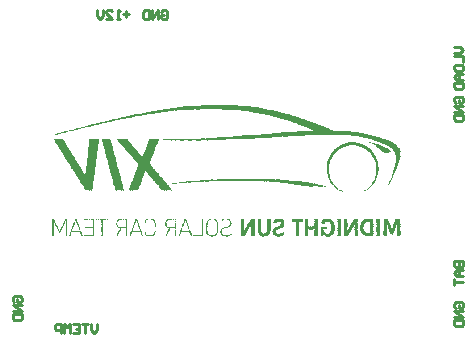
<source format=gbo>
G04*
G04 #@! TF.GenerationSoftware,Altium Limited,Altium Designer,19.1.8 (144)*
G04*
G04 Layer_Color=32896*
%FSLAX25Y25*%
%MOIN*%
G70*
G01*
G75*
%ADD11C,0.01000*%
G36*
X77768Y-50225D02*
X78512D01*
Y-50374D01*
X78661D01*
Y-50225D01*
X78810D01*
Y-50374D01*
X78959D01*
Y-50225D01*
X79108D01*
Y-50374D01*
X80745D01*
Y-50523D01*
X80894D01*
Y-50374D01*
X81043D01*
Y-50523D01*
X81191D01*
Y-50672D01*
X81340D01*
Y-50523D01*
X81787D01*
Y-50672D01*
X81936D01*
Y-50523D01*
X82085D01*
Y-50672D01*
X83424D01*
Y-50821D01*
X83573D01*
Y-50672D01*
X83722D01*
Y-50821D01*
X84168D01*
Y-50969D01*
X84317D01*
Y-50821D01*
X84466D01*
Y-50969D01*
X84615D01*
Y-50821D01*
X84764D01*
Y-50969D01*
X85210D01*
Y-51118D01*
X85359D01*
Y-50969D01*
X85508D01*
Y-51118D01*
X85657D01*
Y-50969D01*
X85805D01*
Y-51118D01*
X86252D01*
Y-51267D01*
X87294D01*
Y-51416D01*
X88038D01*
Y-51565D01*
X88782D01*
Y-51714D01*
X88931D01*
Y-51565D01*
X89080D01*
Y-51714D01*
X89526D01*
Y-51863D01*
X90271D01*
Y-52011D01*
X90420D01*
Y-51863D01*
X90568D01*
Y-52011D01*
X91015D01*
Y-52160D01*
X91759D01*
Y-52309D01*
X91908D01*
Y-52458D01*
X92057D01*
Y-52309D01*
X92206D01*
Y-52458D01*
X92950D01*
Y-52607D01*
X93396D01*
Y-52756D01*
X94140D01*
Y-52904D01*
X94289D01*
Y-53053D01*
X94438D01*
Y-52904D01*
X94587D01*
Y-53053D01*
X95034D01*
Y-53202D01*
X95480D01*
Y-53351D01*
X96224D01*
Y-53500D01*
X96671D01*
Y-53649D01*
X97117D01*
Y-53798D01*
X97266D01*
Y-53649D01*
X97415D01*
Y-53798D01*
X97564D01*
Y-53946D01*
X98308D01*
Y-54095D01*
X98457D01*
Y-54244D01*
X98606D01*
Y-54095D01*
X98755D01*
Y-54244D01*
X99201D01*
Y-54393D01*
X99350D01*
Y-54542D01*
X99499D01*
Y-54393D01*
X99648D01*
Y-54542D01*
X100094D01*
Y-54690D01*
X100243D01*
Y-54839D01*
X100987D01*
Y-54988D01*
X101136D01*
Y-55137D01*
X101285D01*
Y-54988D01*
X101434D01*
Y-55137D01*
X101880D01*
Y-55286D01*
X102029D01*
Y-55435D01*
X102773D01*
Y-55584D01*
X102922D01*
Y-55732D01*
X103369D01*
Y-55881D01*
X103815D01*
Y-56030D01*
X104262D01*
Y-56179D01*
X104708D01*
Y-56328D01*
X105006D01*
Y-56477D01*
X105304D01*
Y-56625D01*
X105750D01*
Y-56774D01*
X106196D01*
Y-56923D01*
X106643D01*
Y-57072D01*
X106792D01*
Y-57221D01*
X107238D01*
Y-57370D01*
X107387D01*
Y-57221D01*
X107536D01*
Y-57370D01*
X107685D01*
Y-57518D01*
X108131D01*
Y-57667D01*
X108280D01*
Y-57816D01*
X108727D01*
Y-57965D01*
X109173D01*
Y-58114D01*
X109620D01*
Y-58263D01*
X109769D01*
Y-58412D01*
X110215D01*
Y-58560D01*
X110662D01*
Y-58709D01*
X110810D01*
Y-58858D01*
X110959D01*
Y-58709D01*
X111108D01*
Y-58858D01*
X111257D01*
Y-58709D01*
X111406D01*
Y-58858D01*
X111555D01*
Y-58709D01*
X111704D01*
Y-58858D01*
X111852D01*
Y-58709D01*
X112001D01*
Y-58858D01*
X112150D01*
Y-58709D01*
X112299D01*
Y-58858D01*
X112448D01*
Y-58709D01*
X112597D01*
Y-58858D01*
X113341D01*
Y-59007D01*
X113490D01*
Y-58858D01*
X113638D01*
Y-59007D01*
X113787D01*
Y-58858D01*
X113936D01*
Y-59007D01*
X114085D01*
Y-58858D01*
X114234D01*
Y-59007D01*
X115871D01*
Y-59156D01*
X116020D01*
Y-59007D01*
X116169D01*
Y-59156D01*
X116318D01*
Y-59007D01*
X116466D01*
Y-59156D01*
X116913D01*
Y-59007D01*
X117062D01*
Y-59156D01*
X117211D01*
Y-59304D01*
X117359D01*
Y-59156D01*
X117508D01*
Y-59304D01*
X118550D01*
Y-59453D01*
X118699D01*
Y-59304D01*
X118848D01*
Y-59453D01*
X118997D01*
Y-59304D01*
X119146D01*
Y-59453D01*
X119294D01*
Y-59602D01*
X119443D01*
Y-59453D01*
X119592D01*
Y-59602D01*
X120634D01*
Y-59751D01*
X120783D01*
Y-59602D01*
X120932D01*
Y-59751D01*
X121378D01*
Y-59900D01*
X122122D01*
Y-60049D01*
X122569D01*
Y-60198D01*
X122718D01*
Y-60049D01*
X122866D01*
Y-60198D01*
X123611D01*
Y-60346D01*
X123759D01*
Y-60495D01*
X123908D01*
Y-60346D01*
X124057D01*
Y-60495D01*
X124504D01*
Y-60644D01*
X124950D01*
Y-60793D01*
X125694D01*
Y-60942D01*
X126141D01*
Y-61091D01*
X126587D01*
Y-61239D01*
X127034D01*
Y-61388D01*
X127480D01*
Y-61537D01*
X127629D01*
Y-61388D01*
X127778D01*
Y-61537D01*
X127927D01*
Y-61686D01*
X128374D01*
Y-61835D01*
X128522D01*
Y-61984D01*
X128969D01*
Y-62133D01*
X129118D01*
Y-61984D01*
X129267D01*
Y-62133D01*
X129415D01*
Y-62281D01*
X129862D01*
Y-62430D01*
X130011D01*
Y-62579D01*
X130457D01*
Y-62728D01*
X130606D01*
Y-62877D01*
X131053D01*
Y-63025D01*
X131202D01*
Y-63174D01*
X131350D01*
Y-63323D01*
X131499D01*
Y-63472D01*
X131797D01*
Y-63621D01*
Y-63770D01*
X132243D01*
Y-63919D01*
X132095D01*
Y-64067D01*
X132392D01*
Y-64216D01*
Y-64365D01*
X132541D01*
Y-64514D01*
X132690D01*
Y-64663D01*
X132839D01*
Y-64812D01*
X132690D01*
Y-64960D01*
X132839D01*
Y-65109D01*
X132988D01*
Y-65258D01*
X132839D01*
Y-65407D01*
X132988D01*
Y-65556D01*
X133136D01*
Y-65705D01*
X132988D01*
Y-65853D01*
X133136D01*
Y-66002D01*
X132988D01*
Y-66151D01*
X133136D01*
Y-66300D01*
X132988D01*
Y-66449D01*
X133136D01*
Y-66598D01*
X132988D01*
Y-66746D01*
X133136D01*
Y-66895D01*
X132988D01*
Y-67044D01*
X133136D01*
Y-67193D01*
X132988D01*
Y-67342D01*
X133136D01*
Y-67491D01*
X132988D01*
Y-67639D01*
X132839D01*
Y-67788D01*
Y-67937D01*
Y-68086D01*
Y-68235D01*
Y-68384D01*
X132690D01*
Y-68533D01*
Y-68681D01*
Y-68830D01*
Y-68979D01*
Y-69128D01*
X132541D01*
Y-69277D01*
Y-69426D01*
Y-69574D01*
X132392D01*
Y-69723D01*
Y-69872D01*
Y-70021D01*
X132243D01*
Y-70170D01*
X132095D01*
Y-70319D01*
X132243D01*
Y-70468D01*
X132095D01*
Y-70616D01*
Y-70765D01*
X131946D01*
Y-70914D01*
Y-71063D01*
X131797D01*
Y-71212D01*
Y-71360D01*
Y-71509D01*
X131648D01*
Y-71658D01*
X131499D01*
Y-71807D01*
X131648D01*
Y-71956D01*
X131499D01*
Y-72105D01*
X131350D01*
Y-72254D01*
Y-72402D01*
Y-72551D01*
X131202D01*
Y-72700D01*
Y-72849D01*
Y-72998D01*
X131053D01*
Y-73147D01*
X130904D01*
Y-73295D01*
Y-73444D01*
Y-73593D01*
X130755D01*
Y-73742D01*
X130606D01*
Y-73891D01*
X130755D01*
Y-74040D01*
X130606D01*
Y-74188D01*
X130457D01*
Y-74337D01*
Y-74486D01*
Y-74635D01*
X130308D01*
Y-74784D01*
X130160D01*
Y-74933D01*
Y-75081D01*
Y-75230D01*
X130011D01*
Y-75379D01*
Y-75528D01*
X129862D01*
Y-75677D01*
Y-75826D01*
X129713D01*
Y-75975D01*
Y-76123D01*
Y-76272D01*
X129564D01*
Y-76421D01*
X129415D01*
Y-76570D01*
Y-76719D01*
Y-76868D01*
X129267D01*
Y-77016D01*
X129118D01*
Y-76868D01*
Y-76719D01*
Y-76570D01*
X129267D01*
Y-76421D01*
Y-76272D01*
X129415D01*
Y-76123D01*
Y-75975D01*
X129564D01*
Y-75826D01*
X129415D01*
Y-75677D01*
X129564D01*
Y-75528D01*
X129713D01*
Y-75379D01*
Y-75230D01*
Y-75081D01*
X129862D01*
Y-74933D01*
Y-74784D01*
Y-74635D01*
X130011D01*
Y-74486D01*
X130160D01*
Y-74337D01*
X130011D01*
Y-74188D01*
X130160D01*
Y-74040D01*
Y-73891D01*
X130308D01*
Y-73742D01*
Y-73593D01*
X130457D01*
Y-73444D01*
X130308D01*
Y-73295D01*
X130457D01*
Y-73147D01*
X130606D01*
Y-72998D01*
X130457D01*
Y-72849D01*
X130606D01*
Y-72700D01*
X130755D01*
Y-72551D01*
X130606D01*
Y-72402D01*
X130755D01*
Y-72254D01*
Y-72105D01*
Y-71956D01*
X130904D01*
Y-71807D01*
Y-71658D01*
Y-71509D01*
X131053D01*
Y-71360D01*
Y-71212D01*
Y-71063D01*
Y-70914D01*
X131202D01*
Y-70765D01*
Y-70616D01*
Y-70468D01*
Y-70319D01*
X131350D01*
Y-70170D01*
Y-70021D01*
Y-69872D01*
Y-69723D01*
Y-69574D01*
X131499D01*
Y-69426D01*
Y-69277D01*
Y-69128D01*
Y-68979D01*
Y-68830D01*
X131648D01*
Y-68681D01*
X131499D01*
Y-68533D01*
X131648D01*
Y-68384D01*
X131499D01*
Y-68235D01*
X131648D01*
Y-68086D01*
X131499D01*
Y-67937D01*
X131648D01*
Y-67788D01*
X131499D01*
Y-67639D01*
X131648D01*
Y-67491D01*
X131499D01*
Y-67342D01*
Y-67193D01*
Y-67044D01*
Y-66895D01*
Y-66746D01*
X131350D01*
Y-66598D01*
Y-66449D01*
Y-66300D01*
X131202D01*
Y-66151D01*
X131350D01*
Y-66002D01*
X131202D01*
Y-65853D01*
X131053D01*
Y-65705D01*
X130904D01*
Y-65556D01*
Y-65407D01*
X130755D01*
Y-65258D01*
Y-65109D01*
X130606D01*
Y-64960D01*
X130457D01*
Y-64812D01*
X130308D01*
Y-64663D01*
X130160D01*
Y-64514D01*
X129862D01*
Y-64365D01*
X129713D01*
Y-64216D01*
X129415D01*
Y-64067D01*
X129267D01*
Y-63919D01*
X128820D01*
Y-63770D01*
X128671D01*
Y-63621D01*
X128374D01*
Y-63472D01*
X128076D01*
Y-63323D01*
X127629D01*
Y-63174D01*
X127480D01*
Y-63025D01*
X127034D01*
Y-62877D01*
X126587D01*
Y-62728D01*
X126141D01*
Y-62579D01*
X125992D01*
Y-62430D01*
X125248D01*
Y-62281D01*
X125099D01*
Y-62133D01*
X124355D01*
Y-61984D01*
X124206D01*
Y-61835D01*
X123462D01*
Y-61686D01*
X123313D01*
Y-61537D01*
X123164D01*
Y-61686D01*
X123015D01*
Y-61537D01*
X122569D01*
Y-61388D01*
X122420D01*
Y-61537D01*
X122271D01*
Y-61388D01*
X122122D01*
Y-61239D01*
X121974D01*
Y-61388D01*
X121825D01*
Y-61239D01*
X121378D01*
Y-61091D01*
X121229D01*
Y-61239D01*
X121080D01*
Y-61091D01*
X120634D01*
Y-60942D01*
X119592D01*
Y-60793D01*
X119443D01*
Y-60644D01*
X119294D01*
Y-60793D01*
X119146D01*
Y-60644D01*
X118997D01*
Y-60793D01*
X118848D01*
Y-60644D01*
X117806D01*
Y-60495D01*
X117657D01*
Y-60644D01*
X117508D01*
Y-60495D01*
X117359D01*
Y-60644D01*
X117211D01*
Y-60495D01*
X116764D01*
Y-60346D01*
X116615D01*
Y-60495D01*
X116466D01*
Y-60346D01*
X116318D01*
Y-60495D01*
X116169D01*
Y-60346D01*
X114234D01*
Y-60198D01*
X114085D01*
Y-60346D01*
X113936D01*
Y-60198D01*
X113787D01*
Y-60346D01*
X113638D01*
Y-60198D01*
X113490D01*
Y-60346D01*
X113341D01*
Y-60198D01*
X113192D01*
Y-60346D01*
X113043D01*
Y-60198D01*
X112894D01*
Y-60346D01*
X112745D01*
Y-60198D01*
X112299D01*
Y-60346D01*
X112150D01*
Y-60198D01*
X111704D01*
Y-60346D01*
X111555D01*
Y-60198D01*
X109917D01*
Y-60049D01*
X109769D01*
Y-60198D01*
X109322D01*
Y-60049D01*
X109173D01*
Y-60198D01*
X107536D01*
Y-60346D01*
X107387D01*
Y-60198D01*
X106941D01*
Y-60346D01*
X106792D01*
Y-60198D01*
X106345D01*
Y-60346D01*
X106196D01*
Y-60198D01*
X106048D01*
Y-60346D01*
X105899D01*
Y-60198D01*
X105750D01*
Y-60346D01*
X105601D01*
Y-60198D01*
X105452D01*
Y-60346D01*
X105304D01*
Y-60198D01*
X105155D01*
Y-60346D01*
X105006D01*
Y-60198D01*
X104857D01*
Y-60346D01*
X104708D01*
Y-60198D01*
X104559D01*
Y-60346D01*
X104410D01*
Y-60198D01*
X104262D01*
Y-60346D01*
X104113D01*
Y-60198D01*
X103964D01*
Y-60346D01*
X101434D01*
Y-60495D01*
X101285D01*
Y-60346D01*
X101136D01*
Y-60495D01*
X100987D01*
Y-60346D01*
X100838D01*
Y-60495D01*
X100689D01*
Y-60346D01*
X100541D01*
Y-60495D01*
X100392D01*
Y-60346D01*
X100243D01*
Y-60495D01*
X100094D01*
Y-60346D01*
X99945D01*
Y-60495D01*
X98903D01*
Y-60644D01*
X98755D01*
Y-60495D01*
X98606D01*
Y-60644D01*
X98457D01*
Y-60495D01*
X98308D01*
Y-60644D01*
X98159D01*
Y-60495D01*
X98010D01*
Y-60644D01*
X97861D01*
Y-60495D01*
X97713D01*
Y-60644D01*
X95778D01*
Y-60793D01*
X95629D01*
Y-60644D01*
X95480D01*
Y-60793D01*
X95331D01*
Y-60644D01*
X95182D01*
Y-60793D01*
X95034D01*
Y-60644D01*
X94885D01*
Y-60793D01*
X94736D01*
Y-60644D01*
X94587D01*
Y-60793D01*
X94438D01*
Y-60644D01*
X94289D01*
Y-60793D01*
X93843D01*
Y-60644D01*
X93694D01*
Y-60793D01*
X93843D01*
Y-60942D01*
X93694D01*
Y-60793D01*
X93247D01*
Y-60942D01*
X93099D01*
Y-60793D01*
X92950D01*
Y-60942D01*
X92801D01*
Y-60793D01*
X92652D01*
Y-60942D01*
X90122D01*
Y-61091D01*
X89973D01*
Y-60942D01*
X89824D01*
Y-61091D01*
X89378D01*
Y-60942D01*
X89229D01*
Y-61091D01*
X88782D01*
Y-61239D01*
X88634D01*
Y-61091D01*
X88187D01*
Y-61239D01*
X88038D01*
Y-61091D01*
X87889D01*
Y-61239D01*
X87740D01*
Y-61091D01*
X87592D01*
Y-61239D01*
X87443D01*
Y-61091D01*
X87294D01*
Y-61239D01*
X87145D01*
Y-61091D01*
X86996D01*
Y-61239D01*
X85061D01*
Y-61388D01*
X84913D01*
Y-61239D01*
X84764D01*
Y-61388D01*
X84615D01*
Y-61239D01*
X84466D01*
Y-61388D01*
X84317D01*
Y-61239D01*
X84168D01*
Y-61388D01*
X83722D01*
Y-61239D01*
X83573D01*
Y-61388D01*
X83126D01*
Y-61537D01*
X82978D01*
Y-61388D01*
X82829D01*
Y-61537D01*
X82680D01*
Y-61388D01*
X82531D01*
Y-61537D01*
X82382D01*
Y-61388D01*
X82233D01*
Y-61537D01*
X82085D01*
Y-61388D01*
X81936D01*
Y-61537D01*
X79405D01*
Y-61686D01*
X79257D01*
Y-61537D01*
X79108D01*
Y-61686D01*
X78959D01*
Y-61537D01*
X78810D01*
Y-61686D01*
X78661D01*
Y-61537D01*
X78512D01*
Y-61686D01*
X78066D01*
Y-61537D01*
X77917D01*
Y-61686D01*
X76280D01*
Y-61835D01*
X76131D01*
Y-61686D01*
X75982D01*
Y-61835D01*
X75833D01*
Y-61686D01*
X75684D01*
Y-61835D01*
X75536D01*
Y-61686D01*
X75387D01*
Y-61835D01*
X75238D01*
Y-61686D01*
X75089D01*
Y-61835D01*
X71368D01*
Y-61984D01*
X71219D01*
Y-61835D01*
X70773D01*
Y-61984D01*
X70624D01*
Y-61835D01*
X70475D01*
Y-61984D01*
X70326D01*
Y-61835D01*
X70177D01*
Y-61984D01*
X70029D01*
Y-61835D01*
X69880D01*
Y-61984D01*
X69731D01*
Y-61835D01*
X69582D01*
Y-61984D01*
X69433D01*
Y-61835D01*
X69284D01*
Y-61984D01*
X68838D01*
Y-61835D01*
X68689D01*
Y-61984D01*
X68838D01*
Y-62133D01*
X68689D01*
Y-61984D01*
X67647D01*
Y-62133D01*
X67498D01*
Y-61984D01*
X67052D01*
Y-62133D01*
X66903D01*
Y-61984D01*
X66456D01*
Y-62133D01*
X66308D01*
Y-61984D01*
X66159D01*
Y-62133D01*
X66010D01*
Y-61984D01*
X65861D01*
Y-62133D01*
X65712D01*
Y-61984D01*
X65563D01*
Y-62133D01*
X65415D01*
Y-61984D01*
X65266D01*
Y-62133D01*
X65117D01*
Y-61984D01*
X64968D01*
Y-62133D01*
X64819D01*
Y-61984D01*
X64670D01*
Y-62133D01*
X64521D01*
Y-61984D01*
X64373D01*
Y-62133D01*
X64224D01*
Y-61984D01*
X64075D01*
Y-62133D01*
X63926D01*
Y-61984D01*
X63777D01*
Y-62133D01*
X63629D01*
Y-61984D01*
X63480D01*
Y-62133D01*
X63331D01*
Y-61984D01*
X63182D01*
Y-62133D01*
X63033D01*
Y-61984D01*
X62884D01*
Y-62133D01*
X62735D01*
Y-61984D01*
X62587D01*
Y-62133D01*
X62438D01*
Y-61984D01*
X62289D01*
Y-62133D01*
X62140D01*
Y-61984D01*
X61991D01*
Y-62133D01*
X61842D01*
Y-61984D01*
X61694D01*
Y-62133D01*
X61545D01*
Y-61984D01*
X61396D01*
Y-62133D01*
X61247D01*
Y-61984D01*
X61098D01*
Y-62133D01*
X60949D01*
Y-61984D01*
X60800D01*
Y-62133D01*
X60652D01*
Y-61984D01*
X60503D01*
Y-62133D01*
X60354D01*
Y-61984D01*
X60205D01*
Y-62133D01*
X60056D01*
Y-61984D01*
X59908D01*
Y-62133D01*
X59759D01*
Y-61984D01*
X59610D01*
Y-62133D01*
X59461D01*
Y-61984D01*
X59312D01*
Y-62133D01*
X59163D01*
Y-61984D01*
X58717D01*
Y-62133D01*
X58568D01*
Y-61984D01*
X58121D01*
Y-62133D01*
X57973D01*
Y-61984D01*
X56931D01*
Y-61835D01*
X56782D01*
Y-61984D01*
X56931D01*
Y-62133D01*
X56782D01*
Y-61984D01*
X56633D01*
Y-61835D01*
X56484D01*
Y-61984D01*
X56335D01*
Y-61835D01*
X56186D01*
Y-61984D01*
X56038D01*
Y-61835D01*
X55889D01*
Y-61984D01*
X55740D01*
Y-61835D01*
X55591D01*
Y-61984D01*
X55442D01*
Y-61835D01*
X55294D01*
Y-61984D01*
X55145D01*
Y-61835D01*
X53954D01*
Y-61686D01*
X58419D01*
Y-61537D01*
X58568D01*
Y-61686D01*
X59014D01*
Y-61537D01*
X59163D01*
Y-61686D01*
X59312D01*
Y-61537D01*
X59461D01*
Y-61686D01*
X59610D01*
Y-61537D01*
X59759D01*
Y-61686D01*
X59908D01*
Y-61537D01*
X60056D01*
Y-61686D01*
X60205D01*
Y-61537D01*
X60949D01*
Y-61388D01*
X61098D01*
Y-61537D01*
X61545D01*
Y-61388D01*
X61694D01*
Y-61537D01*
X61842D01*
Y-61388D01*
X61991D01*
Y-61537D01*
X62140D01*
Y-61388D01*
X62289D01*
Y-61537D01*
X62438D01*
Y-61388D01*
X62587D01*
Y-61537D01*
X62735D01*
Y-61388D01*
X62884D01*
Y-61537D01*
X63033D01*
Y-61388D01*
X63182D01*
Y-61537D01*
X63331D01*
Y-61388D01*
X63480D01*
Y-61537D01*
X63629D01*
Y-61388D01*
X66456D01*
Y-61239D01*
X66605D01*
Y-61388D01*
X66754D01*
Y-61239D01*
X66903D01*
Y-61388D01*
X67052D01*
Y-61239D01*
X67201D01*
Y-61388D01*
X67349D01*
Y-61239D01*
X67498D01*
Y-61388D01*
X67647D01*
Y-61239D01*
X68094D01*
Y-61388D01*
X68243D01*
Y-61239D01*
X68391D01*
Y-61091D01*
X68540D01*
Y-61239D01*
X68689D01*
Y-61091D01*
X68838D01*
Y-61239D01*
X68987D01*
Y-61091D01*
X69135D01*
Y-61239D01*
X69284D01*
Y-61091D01*
X69731D01*
Y-61239D01*
X69880D01*
Y-61091D01*
X71815D01*
Y-60942D01*
X71964D01*
Y-61091D01*
X72112D01*
Y-60942D01*
X72559D01*
Y-61091D01*
X72708D01*
Y-60942D01*
X74047D01*
Y-60793D01*
X74196D01*
Y-60942D01*
X74345D01*
Y-60793D01*
X76578D01*
Y-60644D01*
X76726D01*
Y-60793D01*
X76875D01*
Y-60644D01*
X77024D01*
Y-60793D01*
X77173D01*
Y-60644D01*
X77917D01*
Y-60495D01*
X78066D01*
Y-60644D01*
X78215D01*
Y-60495D01*
X78364D01*
Y-60644D01*
X78512D01*
Y-60495D01*
X78661D01*
Y-60644D01*
X78810D01*
Y-60495D01*
X80447D01*
Y-60346D01*
X80596D01*
Y-60495D01*
X80745D01*
Y-60346D01*
X80894D01*
Y-60495D01*
X81043D01*
Y-60346D01*
X81191D01*
Y-60495D01*
X81340D01*
Y-60346D01*
X81489D01*
Y-60495D01*
X81638D01*
Y-60346D01*
X81787D01*
Y-60198D01*
X81936D01*
Y-60346D01*
X82085D01*
Y-60198D01*
X82233D01*
Y-60346D01*
X82382D01*
Y-60198D01*
X82531D01*
Y-60346D01*
X82680D01*
Y-60198D01*
X84317D01*
Y-60049D01*
X84466D01*
Y-60198D01*
X84615D01*
Y-60049D01*
X84764D01*
Y-60198D01*
X84913D01*
Y-60049D01*
X85359D01*
Y-60198D01*
X85508D01*
Y-60049D01*
X86252D01*
Y-59900D01*
X86401D01*
Y-60049D01*
X86550D01*
Y-59900D01*
X88187D01*
Y-59751D01*
X88336D01*
Y-59900D01*
X88485D01*
Y-59751D01*
X88634D01*
Y-59900D01*
X88782D01*
Y-59751D01*
X88931D01*
Y-59602D01*
X89080D01*
Y-59751D01*
X89526D01*
Y-59602D01*
X89675D01*
Y-59751D01*
X89824D01*
Y-59602D01*
X89973D01*
Y-59751D01*
X90122D01*
Y-59602D01*
X90271D01*
Y-59751D01*
X90420D01*
Y-59602D01*
X92057D01*
Y-59453D01*
X92206D01*
Y-59602D01*
X92354D01*
Y-59453D01*
X92503D01*
Y-59602D01*
X92652D01*
Y-59453D01*
X93396D01*
Y-59304D01*
X93545D01*
Y-59453D01*
X93694D01*
Y-59304D01*
X93843D01*
Y-59453D01*
X93992D01*
Y-59304D01*
X94140D01*
Y-59453D01*
X94289D01*
Y-59304D01*
X95927D01*
Y-59156D01*
X96075D01*
Y-59304D01*
X96224D01*
Y-59156D01*
X96373D01*
Y-59304D01*
X96522D01*
Y-59156D01*
X96969D01*
Y-59304D01*
X97117D01*
Y-59156D01*
X97861D01*
Y-59007D01*
X98010D01*
Y-59156D01*
X98159D01*
Y-59007D01*
X98308D01*
Y-59156D01*
X98457D01*
Y-59007D01*
X98606D01*
Y-59156D01*
X98755D01*
Y-59007D01*
X100987D01*
Y-58858D01*
X101136D01*
Y-59007D01*
X101285D01*
Y-58858D01*
X101434D01*
Y-59007D01*
X101583D01*
Y-58858D01*
X101731D01*
Y-59007D01*
X101880D01*
Y-58858D01*
X102029D01*
Y-59007D01*
X102178D01*
Y-58858D01*
X102922D01*
Y-58709D01*
X103071D01*
Y-58858D01*
X103517D01*
Y-58709D01*
X103666D01*
Y-58858D01*
X103815D01*
Y-58709D01*
X103964D01*
Y-58858D01*
X104113D01*
Y-58709D01*
X103964D01*
Y-58560D01*
X103517D01*
Y-58412D01*
X103369D01*
Y-58263D01*
X102922D01*
Y-58114D01*
X102476D01*
Y-57965D01*
X102327D01*
Y-57816D01*
X102178D01*
Y-57965D01*
X102029D01*
Y-57816D01*
X101880D01*
Y-57667D01*
X101434D01*
Y-57518D01*
X101285D01*
Y-57370D01*
X100838D01*
Y-57221D01*
X100392D01*
Y-57072D01*
X99945D01*
Y-56923D01*
X99796D01*
Y-56774D01*
X99350D01*
Y-56625D01*
X99201D01*
Y-56774D01*
X99052D01*
Y-56625D01*
X98903D01*
Y-56477D01*
X98457D01*
Y-56328D01*
X98308D01*
Y-56179D01*
X98159D01*
Y-56328D01*
X98010D01*
Y-56179D01*
X97564D01*
Y-56030D01*
X97415D01*
Y-55881D01*
X96671D01*
Y-55732D01*
X96522D01*
Y-55584D01*
X95778D01*
Y-55435D01*
X95629D01*
Y-55286D01*
X94885D01*
Y-55137D01*
X94438D01*
Y-54988D01*
X93992D01*
Y-54839D01*
X93843D01*
Y-54690D01*
X93694D01*
Y-54839D01*
X93843D01*
Y-54988D01*
X93694D01*
Y-54839D01*
X93545D01*
Y-54690D01*
X93099D01*
Y-54542D01*
X92950D01*
Y-54690D01*
X92801D01*
Y-54542D01*
X92652D01*
Y-54393D01*
X92503D01*
Y-54542D01*
X92354D01*
Y-54393D01*
X91908D01*
Y-54244D01*
X91759D01*
Y-54393D01*
X91610D01*
Y-54244D01*
X91461D01*
Y-54095D01*
X90717D01*
Y-53946D01*
X89973D01*
Y-53798D01*
X89526D01*
Y-53649D01*
X89378D01*
Y-53798D01*
X89229D01*
Y-53649D01*
X89080D01*
Y-53500D01*
X88931D01*
Y-53649D01*
X88782D01*
Y-53500D01*
X88336D01*
Y-53351D01*
X88187D01*
Y-53500D01*
X88038D01*
Y-53351D01*
X87592D01*
Y-53202D01*
X86550D01*
Y-53053D01*
X86103D01*
Y-52904D01*
X85954D01*
Y-53053D01*
X85805D01*
Y-52904D01*
X85061D01*
Y-52756D01*
X84913D01*
Y-52904D01*
X84764D01*
Y-52756D01*
X84615D01*
Y-52607D01*
X84466D01*
Y-52756D01*
X84317D01*
Y-52607D01*
X84168D01*
Y-52756D01*
X84019D01*
Y-52607D01*
X83275D01*
Y-52458D01*
X83126D01*
Y-52607D01*
X82978D01*
Y-52458D01*
X82829D01*
Y-52607D01*
X82680D01*
Y-52458D01*
X82531D01*
Y-52309D01*
X82382D01*
Y-52458D01*
X82233D01*
Y-52309D01*
X81191D01*
Y-52160D01*
X81043D01*
Y-52309D01*
X80894D01*
Y-52160D01*
X80447D01*
Y-52011D01*
X80299D01*
Y-52160D01*
X79852D01*
Y-52011D01*
X79703D01*
Y-52160D01*
X79554D01*
Y-52011D01*
X78215D01*
Y-51863D01*
X78066D01*
Y-52011D01*
X77917D01*
Y-51863D01*
X77768D01*
Y-52011D01*
X77619D01*
Y-51863D01*
X77173D01*
Y-51714D01*
X77024D01*
Y-51863D01*
X76875D01*
Y-51714D01*
X76726D01*
Y-51863D01*
X76578D01*
Y-51714D01*
X76131D01*
Y-51863D01*
X75982D01*
Y-51714D01*
X74047D01*
Y-51565D01*
X73898D01*
Y-51714D01*
X73750D01*
Y-51565D01*
X73601D01*
Y-51714D01*
X73452D01*
Y-51565D01*
X73303D01*
Y-51714D01*
X73154D01*
Y-51565D01*
X73005D01*
Y-51714D01*
X72856D01*
Y-51565D01*
X72708D01*
Y-51714D01*
X72559D01*
Y-51565D01*
X72112D01*
Y-51714D01*
X71964D01*
Y-51565D01*
X67349D01*
Y-51714D01*
X67201D01*
Y-51565D01*
X66754D01*
Y-51714D01*
X66605D01*
Y-51565D01*
X66159D01*
Y-51714D01*
X66010D01*
Y-51565D01*
X65861D01*
Y-51714D01*
X65712D01*
Y-51565D01*
X65563D01*
Y-51714D01*
X65415D01*
Y-51565D01*
X65266D01*
Y-51714D01*
X65117D01*
Y-51565D01*
X64968D01*
Y-51714D01*
X64819D01*
Y-51565D01*
X64670D01*
Y-51714D01*
X64521D01*
Y-51565D01*
X64373D01*
Y-51714D01*
X62438D01*
Y-51863D01*
X62289D01*
Y-51714D01*
X62140D01*
Y-51863D01*
X61991D01*
Y-51714D01*
X61842D01*
Y-51863D01*
X61694D01*
Y-51714D01*
X61545D01*
Y-51863D01*
X60800D01*
Y-52011D01*
X60652D01*
Y-51863D01*
X60503D01*
Y-52011D01*
X60354D01*
Y-51863D01*
X60205D01*
Y-52011D01*
X60056D01*
Y-51863D01*
X59908D01*
Y-52011D01*
X58568D01*
Y-52160D01*
X58419D01*
Y-52011D01*
X58270D01*
Y-52160D01*
X57824D01*
Y-52011D01*
X57675D01*
Y-52160D01*
X57228D01*
Y-52309D01*
X57079D01*
Y-52160D01*
X56931D01*
Y-52309D01*
X55591D01*
Y-52458D01*
X55442D01*
Y-52309D01*
X55294D01*
Y-52458D01*
X55145D01*
Y-52607D01*
X54996D01*
Y-52458D01*
X54847D01*
Y-52607D01*
X54698D01*
Y-52458D01*
X54549D01*
Y-52607D01*
X53210D01*
Y-52756D01*
X53061D01*
Y-52607D01*
X52912D01*
Y-52756D01*
X52465D01*
Y-52904D01*
X52317D01*
Y-52756D01*
X52168D01*
Y-52904D01*
X51126D01*
Y-53053D01*
X50977D01*
Y-52904D01*
X50828D01*
Y-53053D01*
X50382D01*
Y-53202D01*
X49042D01*
Y-53351D01*
X48596D01*
Y-53500D01*
X48447D01*
Y-53351D01*
X48298D01*
Y-53500D01*
X47554D01*
Y-53649D01*
X47405D01*
Y-53500D01*
X47256D01*
Y-53649D01*
X46810D01*
Y-53798D01*
X46661D01*
Y-53649D01*
X46512D01*
Y-53798D01*
X45768D01*
Y-53946D01*
X45024D01*
Y-54095D01*
X44875D01*
Y-53946D01*
X44726D01*
Y-54095D01*
X43982D01*
Y-54244D01*
X43535D01*
Y-54393D01*
X43386D01*
Y-54244D01*
X43238D01*
Y-54393D01*
X42493D01*
Y-54542D01*
X42344D01*
Y-54393D01*
X42196D01*
Y-54542D01*
X42047D01*
Y-54690D01*
X41898D01*
Y-54542D01*
X41749D01*
Y-54690D01*
X41005D01*
Y-54839D01*
X40856D01*
Y-54690D01*
X40707D01*
Y-54839D01*
X40261D01*
Y-54988D01*
X39516D01*
Y-55137D01*
X39070D01*
Y-55286D01*
X38921D01*
Y-55137D01*
X38772D01*
Y-55286D01*
X38326D01*
Y-55435D01*
X38177D01*
Y-55286D01*
X38028D01*
Y-55435D01*
X37879D01*
Y-55584D01*
X37731D01*
Y-55435D01*
X37582D01*
Y-55584D01*
X36837D01*
Y-55732D01*
X36391D01*
Y-55881D01*
X36242D01*
Y-55732D01*
X36093D01*
Y-55881D01*
X35647D01*
Y-56030D01*
X35498D01*
Y-55881D01*
X35349D01*
Y-56030D01*
X35200D01*
Y-56179D01*
X35051D01*
Y-56030D01*
X34903D01*
Y-56179D01*
X34158D01*
Y-56328D01*
X33712D01*
Y-56477D01*
X32968D01*
Y-56625D01*
X32521D01*
Y-56774D01*
X32372D01*
Y-56625D01*
X32223D01*
Y-56774D01*
X31777D01*
Y-56923D01*
X31628D01*
Y-56774D01*
X31479D01*
Y-56923D01*
X31033D01*
Y-57072D01*
X30288D01*
Y-57221D01*
X30140D01*
Y-57072D01*
X29991D01*
Y-57221D01*
X29842D01*
Y-57370D01*
X29098D01*
Y-57518D01*
X28651D01*
Y-57667D01*
X27907D01*
Y-57816D01*
X27758D01*
Y-57667D01*
X27609D01*
Y-57816D01*
X27461D01*
Y-57965D01*
X26716D01*
Y-58114D01*
X26270D01*
Y-58263D01*
X25526D01*
Y-58412D01*
X25079D01*
Y-58560D01*
X24930D01*
Y-58412D01*
X24781D01*
Y-58560D01*
X24335D01*
Y-58709D01*
X23888D01*
Y-58858D01*
X23740D01*
Y-58709D01*
X23591D01*
Y-58858D01*
X23144D01*
Y-59007D01*
X22995D01*
Y-58858D01*
X22847D01*
Y-59007D01*
X22400D01*
Y-59156D01*
X21805D01*
Y-59304D01*
X21507D01*
Y-59453D01*
X21358D01*
Y-59304D01*
X21209D01*
Y-59453D01*
X20465D01*
Y-59602D01*
X20019D01*
Y-59751D01*
X19274D01*
Y-59900D01*
X18828D01*
Y-60049D01*
X18084D01*
Y-60198D01*
X17637D01*
Y-60049D01*
X17786D01*
Y-59900D01*
X18530D01*
Y-59751D01*
X18679D01*
Y-59602D01*
X18828D01*
Y-59751D01*
X18977D01*
Y-59602D01*
X19423D01*
Y-59453D01*
X19572D01*
Y-59602D01*
X19721D01*
Y-59453D01*
X19870D01*
Y-59304D01*
X20614D01*
Y-59156D01*
X21060D01*
Y-59007D01*
X21805D01*
Y-58858D01*
X21953D01*
Y-58709D01*
X22102D01*
Y-58858D01*
X22251D01*
Y-58709D01*
X22698D01*
Y-58560D01*
X22847D01*
Y-58709D01*
X22995D01*
Y-58560D01*
X23144D01*
Y-58412D01*
X23888D01*
Y-58263D01*
X24037D01*
Y-58412D01*
X24186D01*
Y-58263D01*
X24335D01*
Y-58114D01*
X25079D01*
Y-57965D01*
X25228D01*
Y-57816D01*
X25377D01*
Y-57965D01*
X25526D01*
Y-57816D01*
X26270D01*
Y-57667D01*
X26419D01*
Y-57816D01*
X26568D01*
Y-57667D01*
X26716D01*
Y-57518D01*
X27461D01*
Y-57370D01*
X27609D01*
Y-57221D01*
X27758D01*
Y-57370D01*
X27907D01*
Y-57221D01*
X28354D01*
Y-57072D01*
X28502D01*
Y-57221D01*
X28651D01*
Y-57072D01*
X28800D01*
Y-56923D01*
X28949D01*
Y-57072D01*
X29098D01*
Y-56923D01*
X29544D01*
Y-56774D01*
X29693D01*
Y-56923D01*
X29842D01*
Y-56774D01*
X29991D01*
Y-56625D01*
X30140D01*
Y-56774D01*
X30288D01*
Y-56625D01*
X30735D01*
Y-56477D01*
X31479D01*
Y-56328D01*
X31926D01*
Y-56179D01*
X32075D01*
Y-56328D01*
X32223D01*
Y-56179D01*
X32372D01*
Y-56030D01*
X32521D01*
Y-56179D01*
X32670D01*
Y-56030D01*
X33116D01*
Y-55881D01*
X33265D01*
Y-56030D01*
X33414D01*
Y-55881D01*
X33861D01*
Y-55732D01*
X34605D01*
Y-55584D01*
X34754D01*
Y-55435D01*
X34903D01*
Y-55584D01*
X35051D01*
Y-55435D01*
X35796D01*
Y-55286D01*
X35944D01*
Y-55435D01*
X36093D01*
Y-55286D01*
X36242D01*
Y-55137D01*
X36391D01*
Y-55286D01*
X36540D01*
Y-55137D01*
X36986D01*
Y-54988D01*
X37433D01*
Y-54839D01*
X38475D01*
Y-54690D01*
X38623D01*
Y-54542D01*
X38772D01*
Y-54690D01*
X38921D01*
Y-54542D01*
X39368D01*
Y-54393D01*
X39516D01*
Y-54542D01*
X39665D01*
Y-54393D01*
X40112D01*
Y-54244D01*
X40261D01*
Y-54393D01*
X40410D01*
Y-54244D01*
X40856D01*
Y-54095D01*
X41005D01*
Y-54244D01*
X41154D01*
Y-54095D01*
X41600D01*
Y-53946D01*
X42344D01*
Y-53798D01*
X42493D01*
Y-53649D01*
X42642D01*
Y-53798D01*
X42791D01*
Y-53649D01*
X42940D01*
Y-53798D01*
X43089D01*
Y-53649D01*
X43833D01*
Y-53500D01*
X44279D01*
Y-53351D01*
X45024D01*
Y-53202D01*
X45172D01*
Y-53351D01*
X45321D01*
Y-53202D01*
X45768D01*
Y-53053D01*
X46810D01*
Y-52904D01*
X46959D01*
Y-52756D01*
X47107D01*
Y-52904D01*
X47256D01*
Y-52756D01*
X47405D01*
Y-52904D01*
X47554D01*
Y-52756D01*
X48298D01*
Y-52607D01*
X48745D01*
Y-52458D01*
X48893D01*
Y-52607D01*
X49042D01*
Y-52458D01*
X49786D01*
Y-52309D01*
X49935D01*
Y-52458D01*
X50084D01*
Y-52309D01*
X50233D01*
Y-52458D01*
X50382D01*
Y-52309D01*
X50531D01*
Y-52160D01*
X50679D01*
Y-52309D01*
X50828D01*
Y-52160D01*
X51573D01*
Y-52011D01*
X51721D01*
Y-52160D01*
X51870D01*
Y-52011D01*
X52019D01*
Y-51863D01*
X52168D01*
Y-52011D01*
X52317D01*
Y-51863D01*
X53359D01*
Y-51714D01*
X53507D01*
Y-51863D01*
X53656D01*
Y-51714D01*
X54103D01*
Y-51565D01*
X54252D01*
Y-51714D01*
X54400D01*
Y-51565D01*
X55145D01*
Y-51416D01*
X55294D01*
Y-51565D01*
X55442D01*
Y-51416D01*
X55591D01*
Y-51267D01*
X55740D01*
Y-51416D01*
X56186D01*
Y-51267D01*
X57526D01*
Y-51118D01*
X58270D01*
Y-50969D01*
X58419D01*
Y-51118D01*
X58568D01*
Y-50969D01*
X59610D01*
Y-50821D01*
X59759D01*
Y-50969D01*
X59908D01*
Y-50821D01*
X60056D01*
Y-50969D01*
X60205D01*
Y-50821D01*
X60652D01*
Y-50672D01*
X60800D01*
Y-50821D01*
X60949D01*
Y-50672D01*
X62289D01*
Y-50523D01*
X62438D01*
Y-50672D01*
X62587D01*
Y-50523D01*
X62735D01*
Y-50672D01*
X62884D01*
Y-50523D01*
X63331D01*
Y-50672D01*
X63480D01*
Y-50523D01*
X63629D01*
Y-50374D01*
X63777D01*
Y-50523D01*
X63926D01*
Y-50374D01*
X64075D01*
Y-50523D01*
X64224D01*
Y-50374D01*
X66159D01*
Y-50225D01*
X66308D01*
Y-50374D01*
X66456D01*
Y-50225D01*
X66605D01*
Y-50374D01*
X66754D01*
Y-50225D01*
X67498D01*
Y-50077D01*
X67647D01*
Y-50225D01*
X67796D01*
Y-50077D01*
X67945D01*
Y-50225D01*
X68094D01*
Y-50077D01*
X68243D01*
Y-50225D01*
X68391D01*
Y-50077D01*
X68540D01*
Y-50225D01*
X68689D01*
Y-50077D01*
X68838D01*
Y-50225D01*
X68987D01*
Y-50077D01*
X69433D01*
Y-50225D01*
X69582D01*
Y-50077D01*
X75982D01*
Y-50225D01*
X76131D01*
Y-50077D01*
X76280D01*
Y-50225D01*
X76429D01*
Y-50077D01*
X76578D01*
Y-50225D01*
X76726D01*
Y-50077D01*
X76875D01*
Y-50225D01*
X77024D01*
Y-50077D01*
X77173D01*
Y-50225D01*
X77322D01*
Y-50077D01*
X77470D01*
Y-50225D01*
X77619D01*
Y-50077D01*
X77768D01*
Y-50225D01*
D02*
G37*
G36*
X17488Y-60198D02*
X17637D01*
Y-60346D01*
X17488D01*
Y-60198D01*
X17339D01*
Y-60049D01*
X17488D01*
Y-60198D01*
D02*
G37*
G36*
X17339Y-60346D02*
X17191D01*
Y-60198D01*
X17339D01*
Y-60346D01*
D02*
G37*
G36*
X118253Y-62728D02*
X118997D01*
Y-62877D01*
X119741D01*
Y-63025D01*
X119890D01*
Y-63174D01*
X120039D01*
Y-63025D01*
X120187D01*
Y-63174D01*
X120634D01*
Y-63323D01*
X120783D01*
Y-63472D01*
X121229D01*
Y-63621D01*
X121378D01*
Y-63770D01*
X121825D01*
Y-63919D01*
X121974D01*
Y-64067D01*
X122122D01*
Y-64216D01*
X122271D01*
Y-64365D01*
X122420D01*
Y-64514D01*
X122569D01*
Y-64663D01*
X122866D01*
Y-64812D01*
Y-64960D01*
X123164D01*
Y-65109D01*
X123313D01*
Y-65258D01*
X123462D01*
Y-65407D01*
Y-65556D01*
X123759D01*
Y-65705D01*
Y-65853D01*
X123908D01*
Y-66002D01*
X124057D01*
Y-66151D01*
X124206D01*
Y-66300D01*
X124355D01*
Y-66449D01*
X124504D01*
Y-66598D01*
X124355D01*
Y-66746D01*
X124653D01*
Y-66895D01*
Y-67044D01*
X124801D01*
Y-67193D01*
Y-67342D01*
X124950D01*
Y-67491D01*
Y-67639D01*
X125099D01*
Y-67788D01*
Y-67937D01*
Y-68086D01*
X125248D01*
Y-68235D01*
Y-68384D01*
Y-68533D01*
X125397D01*
Y-68681D01*
Y-68830D01*
Y-68979D01*
X125546D01*
Y-69128D01*
Y-69277D01*
Y-69426D01*
X125694D01*
Y-69574D01*
X125546D01*
Y-69723D01*
X125694D01*
Y-69872D01*
X125546D01*
Y-70021D01*
X125694D01*
Y-70170D01*
Y-70319D01*
Y-70468D01*
X125843D01*
Y-70616D01*
X125694D01*
Y-70765D01*
X125843D01*
Y-70914D01*
Y-71063D01*
Y-71212D01*
Y-71360D01*
Y-71509D01*
Y-71658D01*
Y-71807D01*
X125694D01*
Y-71956D01*
X125843D01*
Y-72105D01*
X125694D01*
Y-72254D01*
Y-72402D01*
Y-72551D01*
Y-72700D01*
Y-72849D01*
X125546D01*
Y-72998D01*
X125694D01*
Y-73147D01*
X125546D01*
Y-73295D01*
Y-73444D01*
Y-73593D01*
X125397D01*
Y-73742D01*
Y-73891D01*
Y-74040D01*
X125248D01*
Y-74188D01*
X125397D01*
Y-74337D01*
X125248D01*
Y-74486D01*
X125099D01*
Y-74635D01*
Y-74784D01*
Y-74933D01*
X124950D01*
Y-75081D01*
Y-75230D01*
X124801D01*
Y-75379D01*
Y-75528D01*
X124653D01*
Y-75677D01*
Y-75826D01*
X124504D01*
Y-75975D01*
Y-76123D01*
X124355D01*
Y-76272D01*
X124206D01*
Y-76421D01*
X124057D01*
Y-76570D01*
X123908D01*
Y-76719D01*
X123759D01*
Y-76868D01*
Y-77016D01*
X123611D01*
Y-77165D01*
Y-77314D01*
X123313D01*
Y-77463D01*
Y-77612D01*
X123015D01*
Y-77761D01*
X122866D01*
Y-77909D01*
X122569D01*
Y-78058D01*
X122420D01*
Y-78207D01*
X122271D01*
Y-78356D01*
X122122D01*
Y-78505D01*
X121676D01*
Y-78356D01*
X121825D01*
Y-78207D01*
X121974D01*
Y-78058D01*
X122271D01*
Y-77909D01*
Y-77761D01*
X122718D01*
Y-77612D01*
X122569D01*
Y-77463D01*
X122866D01*
Y-77314D01*
Y-77165D01*
X123164D01*
Y-77016D01*
Y-76868D01*
X123313D01*
Y-76719D01*
X123462D01*
Y-76570D01*
X123611D01*
Y-76421D01*
X123759D01*
Y-76272D01*
Y-76123D01*
Y-75975D01*
X123908D01*
Y-75826D01*
X124057D01*
Y-75677D01*
X124206D01*
Y-75528D01*
Y-75379D01*
Y-75230D01*
X124355D01*
Y-75081D01*
X124504D01*
Y-74933D01*
X124355D01*
Y-74784D01*
X124504D01*
Y-74635D01*
Y-74486D01*
X124653D01*
Y-74337D01*
Y-74188D01*
X124801D01*
Y-74040D01*
X124653D01*
Y-73891D01*
X124801D01*
Y-73742D01*
Y-73593D01*
Y-73444D01*
X124950D01*
Y-73295D01*
Y-73147D01*
Y-72998D01*
X125099D01*
Y-72849D01*
X124950D01*
Y-72700D01*
X125099D01*
Y-72551D01*
X124950D01*
Y-72402D01*
X125099D01*
Y-72254D01*
X124950D01*
Y-72105D01*
X125099D01*
Y-71956D01*
X124950D01*
Y-71807D01*
X125099D01*
Y-71658D01*
X124950D01*
Y-71509D01*
X125099D01*
Y-71360D01*
X124950D01*
Y-71212D01*
X125099D01*
Y-71063D01*
X124950D01*
Y-70914D01*
X125099D01*
Y-70765D01*
X124950D01*
Y-70616D01*
X125099D01*
Y-70468D01*
X124950D01*
Y-70319D01*
Y-70170D01*
Y-70021D01*
X124801D01*
Y-69872D01*
Y-69723D01*
Y-69574D01*
Y-69426D01*
Y-69277D01*
X124653D01*
Y-69128D01*
Y-68979D01*
Y-68830D01*
X124504D01*
Y-68681D01*
X124355D01*
Y-68533D01*
X124504D01*
Y-68384D01*
X124355D01*
Y-68235D01*
X124206D01*
Y-68086D01*
Y-67937D01*
Y-67788D01*
X124057D01*
Y-67639D01*
X123908D01*
Y-67491D01*
X123759D01*
Y-67342D01*
X123908D01*
Y-67193D01*
X123759D01*
Y-67044D01*
X123611D01*
Y-66895D01*
X123462D01*
Y-66746D01*
X123313D01*
Y-66598D01*
X123164D01*
Y-66449D01*
Y-66300D01*
X122866D01*
Y-66151D01*
Y-66002D01*
X122569D01*
Y-65853D01*
Y-65705D01*
X122271D01*
Y-65556D01*
X122420D01*
Y-65407D01*
X121974D01*
Y-65258D01*
X121825D01*
Y-65109D01*
X121676D01*
Y-64960D01*
X121527D01*
Y-64812D01*
X121080D01*
Y-64663D01*
X120932D01*
Y-64514D01*
X120485D01*
Y-64365D01*
X120336D01*
Y-64216D01*
X119890D01*
Y-64067D01*
X119741D01*
Y-63919D01*
X119592D01*
Y-64067D01*
X119443D01*
Y-63919D01*
X118997D01*
Y-63770D01*
X118848D01*
Y-63919D01*
X118699D01*
Y-63770D01*
X118253D01*
Y-63621D01*
X116318D01*
Y-63770D01*
X116169D01*
Y-63621D01*
X116020D01*
Y-63770D01*
X115871D01*
Y-63919D01*
X115722D01*
Y-63770D01*
X115573D01*
Y-63919D01*
X115425D01*
Y-63770D01*
X115276D01*
Y-63919D01*
X114829D01*
Y-64067D01*
X114383D01*
Y-64216D01*
X113936D01*
Y-64365D01*
X113787D01*
Y-64514D01*
X113341D01*
Y-64663D01*
X113192D01*
Y-64812D01*
X113043D01*
Y-64960D01*
X112894D01*
Y-64812D01*
X112745D01*
Y-64960D01*
Y-65109D01*
X112448D01*
Y-65258D01*
X112299D01*
Y-65407D01*
X112150D01*
Y-65556D01*
X112001D01*
Y-65705D01*
X111852D01*
Y-65853D01*
X111704D01*
Y-66002D01*
X111555D01*
Y-66151D01*
X111406D01*
Y-66300D01*
X111257D01*
Y-66449D01*
X111108D01*
Y-66598D01*
X110959D01*
Y-66746D01*
X110810D01*
Y-66895D01*
X110662D01*
Y-67044D01*
Y-67193D01*
X110513D01*
Y-67342D01*
Y-67491D01*
X110364D01*
Y-67639D01*
X110215D01*
Y-67788D01*
Y-67937D01*
Y-68086D01*
X110066D01*
Y-68235D01*
X109917D01*
Y-68384D01*
X109769D01*
Y-68533D01*
X109917D01*
Y-68681D01*
X109769D01*
Y-68830D01*
X109620D01*
Y-68979D01*
Y-69128D01*
Y-69277D01*
X109471D01*
Y-69426D01*
X109620D01*
Y-69574D01*
X109471D01*
Y-69723D01*
Y-69872D01*
Y-70021D01*
X109322D01*
Y-70170D01*
Y-70319D01*
Y-70468D01*
Y-70616D01*
Y-70765D01*
X109173D01*
Y-70914D01*
X109322D01*
Y-71063D01*
Y-71212D01*
Y-71360D01*
X109173D01*
Y-71509D01*
X109322D01*
Y-71658D01*
Y-71807D01*
Y-71956D01*
X109173D01*
Y-72105D01*
X109322D01*
Y-72254D01*
Y-72402D01*
Y-72551D01*
X109173D01*
Y-72700D01*
X109322D01*
Y-72849D01*
Y-72998D01*
Y-73147D01*
X109471D01*
Y-73295D01*
Y-73444D01*
Y-73593D01*
X109620D01*
Y-73742D01*
X109471D01*
Y-73891D01*
X109620D01*
Y-74040D01*
Y-74188D01*
Y-74337D01*
X109769D01*
Y-74486D01*
X109917D01*
Y-74635D01*
X109769D01*
Y-74784D01*
X109917D01*
Y-74933D01*
Y-75081D01*
Y-75230D01*
X110066D01*
Y-75379D01*
X110215D01*
Y-75528D01*
Y-75677D01*
Y-75826D01*
X110364D01*
Y-75975D01*
X110513D01*
Y-76123D01*
X110662D01*
Y-76272D01*
Y-76421D01*
Y-76570D01*
X110810D01*
Y-76719D01*
X110959D01*
Y-76868D01*
X111108D01*
Y-77016D01*
X111257D01*
Y-77165D01*
X111406D01*
Y-77314D01*
X111555D01*
Y-77463D01*
X111704D01*
Y-77612D01*
X111852D01*
Y-77761D01*
X112001D01*
Y-77909D01*
X112150D01*
Y-78058D01*
X112299D01*
Y-78207D01*
X112448D01*
Y-78356D01*
X112894D01*
Y-78505D01*
X113043D01*
Y-78654D01*
X113490D01*
Y-78803D01*
X113638D01*
Y-78951D01*
X113787D01*
Y-79100D01*
X113490D01*
Y-78951D01*
X113192D01*
Y-78803D01*
X112745D01*
Y-78654D01*
X112597D01*
Y-78505D01*
X112299D01*
Y-78356D01*
X112001D01*
Y-78207D01*
X111852D01*
Y-78058D01*
X111704D01*
Y-77909D01*
X111555D01*
Y-77761D01*
X111406D01*
Y-77612D01*
X110959D01*
Y-77463D01*
X111108D01*
Y-77314D01*
X110810D01*
Y-77165D01*
Y-77016D01*
X110513D01*
Y-76868D01*
Y-76719D01*
X110364D01*
Y-76570D01*
X110215D01*
Y-76421D01*
X110066D01*
Y-76272D01*
X109917D01*
Y-76123D01*
X109769D01*
Y-75975D01*
Y-75826D01*
Y-75677D01*
X109620D01*
Y-75528D01*
X109471D01*
Y-75379D01*
Y-75230D01*
Y-75081D01*
X109322D01*
Y-74933D01*
X109173D01*
Y-74784D01*
Y-74635D01*
Y-74486D01*
X109024D01*
Y-74337D01*
Y-74188D01*
Y-74040D01*
X108876D01*
Y-73891D01*
X109024D01*
Y-73742D01*
X108876D01*
Y-73593D01*
Y-73444D01*
Y-73295D01*
X108727D01*
Y-73147D01*
Y-72998D01*
Y-72849D01*
X108578D01*
Y-72700D01*
X108727D01*
Y-72551D01*
X108578D01*
Y-72402D01*
Y-72254D01*
Y-72105D01*
X108727D01*
Y-71956D01*
X108578D01*
Y-71807D01*
Y-71658D01*
Y-71509D01*
Y-71360D01*
Y-71212D01*
Y-71063D01*
Y-70914D01*
X108727D01*
Y-70765D01*
X108578D01*
Y-70616D01*
Y-70468D01*
Y-70319D01*
X108727D01*
Y-70170D01*
X108578D01*
Y-70021D01*
X108727D01*
Y-69872D01*
X108578D01*
Y-69723D01*
X108727D01*
Y-69574D01*
Y-69426D01*
Y-69277D01*
Y-69128D01*
Y-68979D01*
X108876D01*
Y-68830D01*
X109024D01*
Y-68681D01*
X108876D01*
Y-68533D01*
X109024D01*
Y-68384D01*
Y-68235D01*
Y-68086D01*
X109173D01*
Y-67937D01*
X109322D01*
Y-67788D01*
Y-67639D01*
Y-67491D01*
X109471D01*
Y-67342D01*
X109620D01*
Y-67193D01*
X109471D01*
Y-67044D01*
X109620D01*
Y-66895D01*
X109769D01*
Y-66746D01*
X109917D01*
Y-66598D01*
Y-66449D01*
X110066D01*
Y-66300D01*
Y-66151D01*
X110215D01*
Y-66002D01*
X110364D01*
Y-65853D01*
X110513D01*
Y-65705D01*
X110662D01*
Y-65556D01*
X110810D01*
Y-65407D01*
X110959D01*
Y-65258D01*
Y-65109D01*
X111108D01*
Y-64960D01*
X111406D01*
Y-64812D01*
X111555D01*
Y-64663D01*
X111704D01*
Y-64514D01*
X111852D01*
Y-64365D01*
X112001D01*
Y-64216D01*
X112150D01*
Y-64067D01*
X112597D01*
Y-63919D01*
X112745D01*
Y-63770D01*
X112894D01*
Y-63621D01*
X113192D01*
Y-63472D01*
X113490D01*
Y-63323D01*
X113936D01*
Y-63174D01*
X114383D01*
Y-63025D01*
X114532D01*
Y-62877D01*
X115276D01*
Y-62728D01*
X115425D01*
Y-62877D01*
X115573D01*
Y-62728D01*
X115722D01*
Y-62579D01*
X115871D01*
Y-62728D01*
X116020D01*
Y-62579D01*
X118253D01*
Y-62728D01*
D02*
G37*
G36*
X124801Y-63919D02*
X124653D01*
Y-63770D01*
X124801D01*
Y-63919D01*
D02*
G37*
G36*
X123313Y-62728D02*
X123759D01*
Y-62877D01*
X124504D01*
Y-63025D01*
X124653D01*
Y-63174D01*
X124801D01*
Y-63025D01*
X124950D01*
Y-63174D01*
X125397D01*
Y-63323D01*
X125546D01*
Y-63174D01*
X125694D01*
Y-63323D01*
X125843D01*
Y-63472D01*
X126439D01*
Y-63621D01*
X126736D01*
Y-63770D01*
X127183D01*
Y-63919D01*
X127332D01*
Y-64067D01*
X127480D01*
Y-63919D01*
X127629D01*
Y-64067D01*
X127778D01*
Y-64216D01*
X128076D01*
Y-64365D01*
X128374D01*
Y-64514D01*
X128522D01*
Y-64663D01*
X128969D01*
Y-64812D01*
X129118D01*
Y-64960D01*
X129267D01*
Y-65109D01*
X129415D01*
Y-65258D01*
X129564D01*
Y-65407D01*
X129713D01*
Y-65556D01*
X129862D01*
Y-65705D01*
X129713D01*
Y-65853D01*
Y-66002D01*
X129415D01*
Y-66151D01*
X129267D01*
Y-66300D01*
X127927D01*
Y-66151D01*
X127778D01*
Y-66002D01*
X127332D01*
Y-65853D01*
X127183D01*
Y-65705D01*
X126885D01*
Y-65556D01*
Y-65407D01*
X126587D01*
Y-65258D01*
X126439D01*
Y-65109D01*
X126290D01*
Y-64960D01*
X126141D01*
Y-64812D01*
X125843D01*
Y-64663D01*
X125694D01*
Y-64514D01*
X125546D01*
Y-64365D01*
X125397D01*
Y-64216D01*
X125248D01*
Y-64067D01*
X125099D01*
Y-63919D01*
X124950D01*
Y-63770D01*
X124801D01*
Y-63621D01*
X124355D01*
Y-63472D01*
X124206D01*
Y-63323D01*
X123759D01*
Y-63174D01*
X123611D01*
Y-63025D01*
X123462D01*
Y-62877D01*
X123313D01*
Y-63025D01*
X123164D01*
Y-62877D01*
X123015D01*
Y-62728D01*
X122569D01*
Y-62579D01*
X123313D01*
Y-62728D01*
D02*
G37*
G36*
X127778Y-66300D02*
X127629D01*
Y-66151D01*
X127778D01*
Y-66300D01*
D02*
G37*
G36*
X52763Y-61537D02*
X52614D01*
Y-61686D01*
X52465D01*
Y-61835D01*
Y-61984D01*
Y-62133D01*
X52317D01*
Y-62281D01*
Y-62430D01*
Y-62579D01*
X52168D01*
Y-62728D01*
Y-62877D01*
Y-63025D01*
X52019D01*
Y-63174D01*
Y-63323D01*
X51870D01*
Y-63472D01*
Y-63621D01*
X51721D01*
Y-63770D01*
Y-63919D01*
Y-64067D01*
X51573D01*
Y-64216D01*
X51424D01*
Y-64365D01*
X51573D01*
Y-64514D01*
X51424D01*
Y-64663D01*
Y-64812D01*
X51275D01*
Y-64960D01*
Y-65109D01*
X51126D01*
Y-65258D01*
X51275D01*
Y-65407D01*
X51126D01*
Y-65556D01*
X50977D01*
Y-65705D01*
Y-65853D01*
Y-66002D01*
X50828D01*
Y-66151D01*
Y-66300D01*
Y-66449D01*
X50679D01*
Y-66598D01*
X50531D01*
Y-66746D01*
X50679D01*
Y-66895D01*
X50531D01*
Y-67044D01*
Y-67193D01*
X50382D01*
Y-67342D01*
Y-67491D01*
X50233D01*
Y-67639D01*
Y-67788D01*
Y-67937D01*
X50084D01*
Y-68086D01*
X49935D01*
Y-68235D01*
X50084D01*
Y-68384D01*
X49935D01*
Y-68533D01*
Y-68681D01*
Y-68830D01*
X49786D01*
Y-68979D01*
X49638D01*
Y-69128D01*
X49786D01*
Y-69277D01*
X49638D01*
Y-69426D01*
X49489D01*
Y-69574D01*
Y-69723D01*
Y-69872D01*
X49638D01*
Y-70021D01*
X49786D01*
Y-70170D01*
X49935D01*
Y-70319D01*
X50084D01*
Y-70468D01*
Y-70616D01*
X50233D01*
Y-70765D01*
Y-70914D01*
X50531D01*
Y-71063D01*
Y-71212D01*
X50679D01*
Y-71360D01*
X50828D01*
Y-71509D01*
X50977D01*
Y-71658D01*
X51126D01*
Y-71807D01*
X51275D01*
Y-71956D01*
X51424D01*
Y-72105D01*
X51573D01*
Y-72254D01*
X51721D01*
Y-72402D01*
X51870D01*
Y-72551D01*
Y-72700D01*
X52168D01*
Y-72849D01*
Y-72998D01*
X52465D01*
Y-73147D01*
X52317D01*
Y-73295D01*
X52763D01*
Y-73444D01*
X52614D01*
Y-73593D01*
X52763D01*
Y-73742D01*
X52912D01*
Y-73891D01*
X53061D01*
Y-74040D01*
X53210D01*
Y-74188D01*
X53359D01*
Y-74337D01*
X53507D01*
Y-74486D01*
X53656D01*
Y-74635D01*
X53805D01*
Y-74784D01*
X53954D01*
Y-74933D01*
X54103D01*
Y-75081D01*
X54252D01*
Y-75230D01*
Y-75379D01*
X54400D01*
Y-75528D01*
Y-75677D01*
X54698D01*
Y-75826D01*
Y-75975D01*
X54847D01*
Y-76123D01*
X54996D01*
Y-76272D01*
X55145D01*
Y-76421D01*
X55294D01*
Y-76570D01*
X55442D01*
Y-76719D01*
X55591D01*
Y-76868D01*
X55740D01*
Y-77016D01*
X55889D01*
Y-77165D01*
X56038D01*
Y-77314D01*
Y-77463D01*
X56335D01*
Y-77612D01*
Y-77761D01*
X56633D01*
Y-77909D01*
Y-78058D01*
X56782D01*
Y-78207D01*
Y-78356D01*
X56931D01*
Y-78505D01*
X57079D01*
Y-78654D01*
X56931D01*
Y-78505D01*
X56782D01*
Y-78654D01*
X56931D01*
Y-78803D01*
X56782D01*
Y-78654D01*
X56335D01*
Y-78803D01*
X56186D01*
Y-78654D01*
X55740D01*
Y-78505D01*
X55591D01*
Y-78654D01*
X55740D01*
Y-78803D01*
X55591D01*
Y-78654D01*
X55145D01*
Y-78803D01*
X54996D01*
Y-78654D01*
X54549D01*
Y-78505D01*
X54400D01*
Y-78654D01*
X54549D01*
Y-78803D01*
X54400D01*
Y-78654D01*
X53954D01*
Y-78803D01*
X53805D01*
Y-78654D01*
X53656D01*
Y-78505D01*
X53507D01*
Y-78356D01*
X53359D01*
Y-78207D01*
X53210D01*
Y-78058D01*
X53061D01*
Y-77909D01*
X52912D01*
Y-77761D01*
X52763D01*
Y-77612D01*
X52614D01*
Y-77463D01*
Y-77314D01*
X52317D01*
Y-77165D01*
X52465D01*
Y-77016D01*
X52168D01*
Y-76868D01*
Y-76719D01*
X52019D01*
Y-76570D01*
X51870D01*
Y-76421D01*
X51721D01*
Y-76272D01*
X51573D01*
Y-76123D01*
X51424D01*
Y-75975D01*
X51275D01*
Y-75826D01*
X51126D01*
Y-75677D01*
X50977D01*
Y-75528D01*
X50828D01*
Y-75379D01*
X50679D01*
Y-75230D01*
X50531D01*
Y-75081D01*
X50679D01*
Y-74933D01*
X50382D01*
Y-74784D01*
Y-74635D01*
X50233D01*
Y-74486D01*
X50084D01*
Y-74337D01*
X49935D01*
Y-74188D01*
X49786D01*
Y-74040D01*
X49638D01*
Y-73891D01*
X49489D01*
Y-73742D01*
X49340D01*
Y-73593D01*
Y-73444D01*
X49042D01*
Y-73295D01*
X49191D01*
Y-73147D01*
X48893D01*
Y-72998D01*
Y-72849D01*
X48447D01*
Y-72700D01*
X48596D01*
Y-72551D01*
X48447D01*
Y-72402D01*
X48298D01*
Y-72254D01*
X48149D01*
Y-72105D01*
X48000D01*
Y-72254D01*
Y-72402D01*
Y-72551D01*
X47851D01*
Y-72700D01*
X48000D01*
Y-72849D01*
X47851D01*
Y-72998D01*
X47703D01*
Y-73147D01*
Y-73295D01*
Y-73444D01*
X47554D01*
Y-73593D01*
Y-73742D01*
Y-73891D01*
X47405D01*
Y-74040D01*
X47256D01*
Y-74188D01*
X47405D01*
Y-74337D01*
X47256D01*
Y-74486D01*
Y-74635D01*
X47107D01*
Y-74784D01*
Y-74933D01*
X46959D01*
Y-75081D01*
Y-75230D01*
Y-75379D01*
X46810D01*
Y-75528D01*
X46661D01*
Y-75677D01*
X46810D01*
Y-75826D01*
X46661D01*
Y-75975D01*
Y-76123D01*
Y-76272D01*
X46512D01*
Y-76421D01*
X46363D01*
Y-76570D01*
X46512D01*
Y-76719D01*
X46363D01*
Y-76868D01*
Y-77016D01*
X46214D01*
Y-77165D01*
Y-77314D01*
X46065D01*
Y-77463D01*
X46214D01*
Y-77612D01*
X46065D01*
Y-77761D01*
X45917D01*
Y-77909D01*
Y-78058D01*
Y-78207D01*
X45768D01*
Y-78356D01*
Y-78505D01*
Y-78654D01*
X45619D01*
Y-78803D01*
X45470D01*
Y-78654D01*
X45024D01*
Y-78505D01*
X44875D01*
Y-78654D01*
X45024D01*
Y-78803D01*
X44875D01*
Y-78654D01*
X44428D01*
Y-78803D01*
X44279D01*
Y-78654D01*
X43833D01*
Y-78505D01*
X43684D01*
Y-78654D01*
X43833D01*
Y-78803D01*
X43684D01*
Y-78654D01*
X43238D01*
Y-78803D01*
X43089D01*
Y-78654D01*
X42642D01*
Y-78505D01*
X42493D01*
Y-78356D01*
X42642D01*
Y-78207D01*
Y-78058D01*
Y-77909D01*
X42791D01*
Y-77761D01*
X42940D01*
Y-77612D01*
X42791D01*
Y-77463D01*
X42940D01*
Y-77314D01*
X43089D01*
Y-77165D01*
Y-77016D01*
Y-76868D01*
X43238D01*
Y-76719D01*
Y-76570D01*
Y-76421D01*
X43386D01*
Y-76272D01*
Y-76123D01*
Y-75975D01*
X43535D01*
Y-75826D01*
Y-75677D01*
X43684D01*
Y-75528D01*
Y-75379D01*
X43833D01*
Y-75230D01*
X43684D01*
Y-75081D01*
X43833D01*
Y-74933D01*
X43982D01*
Y-74784D01*
Y-74635D01*
Y-74486D01*
X44131D01*
Y-74337D01*
Y-74188D01*
Y-74040D01*
X44279D01*
Y-73891D01*
X44428D01*
Y-73742D01*
X44279D01*
Y-73593D01*
X44428D01*
Y-73444D01*
X44577D01*
Y-73295D01*
Y-73147D01*
Y-72998D01*
X44726D01*
Y-72849D01*
Y-72700D01*
Y-72551D01*
X44875D01*
Y-72402D01*
Y-72254D01*
Y-72105D01*
X45024D01*
Y-71956D01*
Y-71807D01*
X45172D01*
Y-71658D01*
Y-71509D01*
X45321D01*
Y-71360D01*
X45172D01*
Y-71212D01*
X45321D01*
Y-71063D01*
Y-70914D01*
X45619D01*
Y-70765D01*
X45470D01*
Y-70616D01*
X45619D01*
Y-70468D01*
X45470D01*
Y-70319D01*
X45619D01*
Y-70170D01*
X45768D01*
Y-70021D01*
Y-69872D01*
Y-69723D01*
X45619D01*
Y-69574D01*
X45470D01*
Y-69426D01*
X45321D01*
Y-69277D01*
X45172D01*
Y-69128D01*
X45024D01*
Y-68979D01*
X44875D01*
Y-68830D01*
X44726D01*
Y-68681D01*
X44577D01*
Y-68533D01*
X44428D01*
Y-68384D01*
X44279D01*
Y-68235D01*
X44131D01*
Y-68086D01*
X43982D01*
Y-67937D01*
Y-67788D01*
X43833D01*
Y-67639D01*
Y-67491D01*
X43535D01*
Y-67342D01*
Y-67193D01*
X43386D01*
Y-67044D01*
X43238D01*
Y-66895D01*
X43089D01*
Y-66746D01*
X42940D01*
Y-66598D01*
X42791D01*
Y-66449D01*
X42642D01*
Y-66300D01*
X42493D01*
Y-66151D01*
X42344D01*
Y-66002D01*
X42196D01*
Y-65853D01*
X42047D01*
Y-65705D01*
X41898D01*
Y-65556D01*
X42047D01*
Y-65407D01*
X41600D01*
Y-65258D01*
Y-65109D01*
X41451D01*
Y-64960D01*
Y-64812D01*
X41303D01*
Y-64663D01*
X41154D01*
Y-64514D01*
X41005D01*
Y-64365D01*
X40856D01*
Y-64216D01*
X40707D01*
Y-64067D01*
X40558D01*
Y-63919D01*
X40410D01*
Y-63770D01*
X40261D01*
Y-63621D01*
X40112D01*
Y-63472D01*
X39963D01*
Y-63323D01*
X39814D01*
Y-63174D01*
Y-63025D01*
X39665D01*
Y-62877D01*
X39516D01*
Y-62728D01*
X39368D01*
Y-62579D01*
Y-62430D01*
X39070D01*
Y-62281D01*
Y-62133D01*
X38921D01*
Y-61984D01*
X38772D01*
Y-61835D01*
X38623D01*
Y-61686D01*
X38475D01*
Y-61537D01*
X38326D01*
Y-61388D01*
X42047D01*
Y-61537D01*
Y-61686D01*
X42196D01*
Y-61835D01*
Y-61984D01*
X42344D01*
Y-62133D01*
X42493D01*
Y-62281D01*
X42642D01*
Y-62430D01*
X42791D01*
Y-62579D01*
X42940D01*
Y-62728D01*
X43089D01*
Y-62877D01*
X43238D01*
Y-63025D01*
Y-63174D01*
X43535D01*
Y-63323D01*
Y-63472D01*
X43684D01*
Y-63621D01*
Y-63770D01*
X43833D01*
Y-63919D01*
X43982D01*
Y-64067D01*
X44131D01*
Y-64216D01*
X44279D01*
Y-64365D01*
X44428D01*
Y-64514D01*
X44577D01*
Y-64663D01*
X44726D01*
Y-64812D01*
X44875D01*
Y-64960D01*
X45024D01*
Y-65109D01*
Y-65258D01*
X45172D01*
Y-65407D01*
X45321D01*
Y-65556D01*
X45619D01*
Y-65705D01*
X45470D01*
Y-65853D01*
X45619D01*
Y-66002D01*
X45768D01*
Y-66151D01*
X45917D01*
Y-66300D01*
X46065D01*
Y-66449D01*
X46214D01*
Y-66598D01*
X46363D01*
Y-66746D01*
X46512D01*
Y-66895D01*
X46661D01*
Y-67044D01*
X46810D01*
Y-67193D01*
X46661D01*
Y-67342D01*
X46959D01*
Y-67491D01*
Y-67639D01*
X47107D01*
Y-67491D01*
Y-67342D01*
X47256D01*
Y-67193D01*
Y-67044D01*
X47405D01*
Y-66895D01*
X47256D01*
Y-66746D01*
X47405D01*
Y-66598D01*
X47554D01*
Y-66449D01*
X47703D01*
Y-66300D01*
X47554D01*
Y-66151D01*
X47703D01*
Y-66002D01*
Y-65853D01*
X47851D01*
Y-65705D01*
Y-65556D01*
X48000D01*
Y-65407D01*
Y-65258D01*
Y-65109D01*
X48149D01*
Y-64960D01*
Y-64812D01*
Y-64663D01*
X48298D01*
Y-64514D01*
Y-64365D01*
X48447D01*
Y-64216D01*
Y-64067D01*
X48596D01*
Y-63919D01*
X48447D01*
Y-63770D01*
X48596D01*
Y-63621D01*
X48745D01*
Y-63472D01*
Y-63323D01*
Y-63174D01*
X48893D01*
Y-63025D01*
Y-62877D01*
Y-62728D01*
X49042D01*
Y-62579D01*
X49191D01*
Y-62430D01*
X49042D01*
Y-62281D01*
X49191D01*
Y-62133D01*
Y-61984D01*
X49340D01*
Y-61835D01*
Y-61686D01*
X49489D01*
Y-61537D01*
Y-61388D01*
X52763D01*
Y-61537D01*
D02*
G37*
G36*
X32521D02*
X32670D01*
Y-61686D01*
X32521D01*
Y-61835D01*
Y-61984D01*
Y-62133D01*
Y-62281D01*
Y-62430D01*
X32372D01*
Y-62579D01*
X32521D01*
Y-62728D01*
X32372D01*
Y-62877D01*
X32521D01*
Y-63025D01*
X32372D01*
Y-63174D01*
X32521D01*
Y-63323D01*
X32372D01*
Y-63472D01*
Y-63621D01*
Y-63770D01*
Y-63919D01*
Y-64067D01*
X32223D01*
Y-64216D01*
Y-64365D01*
Y-64514D01*
Y-64663D01*
Y-64812D01*
Y-64960D01*
Y-65109D01*
X32075D01*
Y-65258D01*
X32223D01*
Y-65407D01*
X32075D01*
Y-65556D01*
Y-65705D01*
Y-65853D01*
Y-66002D01*
Y-66151D01*
Y-66300D01*
Y-66449D01*
X31926D01*
Y-66598D01*
Y-66746D01*
Y-66895D01*
Y-67044D01*
Y-67193D01*
X31777D01*
Y-67342D01*
X31926D01*
Y-67491D01*
X31777D01*
Y-67639D01*
X31926D01*
Y-67788D01*
X31777D01*
Y-67937D01*
X31926D01*
Y-68086D01*
X31777D01*
Y-68235D01*
Y-68384D01*
Y-68533D01*
X31628D01*
Y-68681D01*
X31777D01*
Y-68830D01*
X31628D01*
Y-68979D01*
Y-69128D01*
Y-69277D01*
Y-69426D01*
Y-69574D01*
X31479D01*
Y-69723D01*
X31628D01*
Y-69872D01*
X31479D01*
Y-70021D01*
X31628D01*
Y-70170D01*
X31479D01*
Y-70319D01*
Y-70468D01*
Y-70616D01*
Y-70765D01*
Y-70914D01*
X31330D01*
Y-71063D01*
Y-71212D01*
Y-71360D01*
Y-71509D01*
Y-71658D01*
Y-71807D01*
Y-71956D01*
X31181D01*
Y-72105D01*
X31330D01*
Y-72254D01*
X31181D01*
Y-72402D01*
X31330D01*
Y-72551D01*
X31181D01*
Y-72700D01*
Y-72849D01*
Y-72998D01*
Y-73147D01*
Y-73295D01*
Y-73444D01*
Y-73593D01*
X31033D01*
Y-73742D01*
Y-73891D01*
Y-74040D01*
X30884D01*
Y-74188D01*
X31033D01*
Y-74337D01*
X30884D01*
Y-74486D01*
X31033D01*
Y-74635D01*
X30884D01*
Y-74784D01*
X31033D01*
Y-74933D01*
X30884D01*
Y-75081D01*
Y-75230D01*
Y-75379D01*
Y-75528D01*
Y-75677D01*
X30735D01*
Y-75826D01*
Y-75975D01*
Y-76123D01*
Y-76272D01*
Y-76421D01*
Y-76570D01*
Y-76719D01*
X30586D01*
Y-76868D01*
X30735D01*
Y-77016D01*
X30586D01*
Y-77165D01*
Y-77314D01*
Y-77463D01*
X30735D01*
Y-77612D01*
X30586D01*
Y-77761D01*
Y-77909D01*
Y-78058D01*
X30437D01*
Y-78207D01*
Y-78356D01*
Y-78505D01*
Y-78654D01*
X30140D01*
Y-78803D01*
X29991D01*
Y-78654D01*
X29544D01*
Y-78505D01*
X29395D01*
Y-78654D01*
X29544D01*
Y-78803D01*
X29395D01*
Y-78654D01*
X28949D01*
Y-78803D01*
X28800D01*
Y-78654D01*
X28354D01*
Y-78505D01*
X28205D01*
Y-78654D01*
X28354D01*
Y-78803D01*
X28205D01*
Y-78654D01*
X28056D01*
Y-78505D01*
Y-78356D01*
Y-78207D01*
X27907D01*
Y-78058D01*
X27758D01*
Y-77909D01*
X27609D01*
Y-77761D01*
Y-77612D01*
X27461D01*
Y-77463D01*
Y-77314D01*
X27312D01*
Y-77165D01*
X27163D01*
Y-77016D01*
X27014D01*
Y-76868D01*
Y-76719D01*
X26865D01*
Y-76570D01*
Y-76421D01*
X26716D01*
Y-76272D01*
X26568D01*
Y-76123D01*
X26419D01*
Y-75975D01*
Y-75826D01*
Y-75677D01*
X26270D01*
Y-75528D01*
X26121D01*
Y-75379D01*
Y-75230D01*
X25823D01*
Y-75081D01*
X25972D01*
Y-74933D01*
X25823D01*
Y-74784D01*
X25675D01*
Y-74635D01*
X25526D01*
Y-74486D01*
Y-74337D01*
X25377D01*
Y-74188D01*
Y-74040D01*
X25228D01*
Y-73891D01*
X25079D01*
Y-73742D01*
X24930D01*
Y-73593D01*
X25079D01*
Y-73444D01*
X24930D01*
Y-73295D01*
X24781D01*
Y-73147D01*
X24633D01*
Y-72998D01*
X24484D01*
Y-72849D01*
Y-72700D01*
Y-72551D01*
X24335D01*
Y-72402D01*
X24186D01*
Y-72254D01*
X24037D01*
Y-72105D01*
Y-71956D01*
X23888D01*
Y-71807D01*
Y-71658D01*
X23740D01*
Y-71509D01*
X23591D01*
Y-71360D01*
X23442D01*
Y-71212D01*
Y-71063D01*
X23293D01*
Y-70914D01*
Y-70765D01*
X23144D01*
Y-70616D01*
X22995D01*
Y-70468D01*
X22847D01*
Y-70319D01*
X22995D01*
Y-70170D01*
X22847D01*
Y-70021D01*
X22698D01*
Y-69872D01*
X22549D01*
Y-69723D01*
Y-69574D01*
X22400D01*
Y-69426D01*
Y-69277D01*
X22251D01*
Y-69128D01*
X22102D01*
Y-68979D01*
X21953D01*
Y-68830D01*
Y-68681D01*
X21805D01*
Y-68533D01*
Y-68384D01*
X21656D01*
Y-68235D01*
X21507D01*
Y-68086D01*
X21358D01*
Y-67937D01*
Y-67788D01*
Y-67639D01*
X21209D01*
Y-67491D01*
X21060D01*
Y-67342D01*
Y-67193D01*
X20763D01*
Y-67044D01*
X20912D01*
Y-66895D01*
X20763D01*
Y-66746D01*
X20614D01*
Y-66598D01*
X20465D01*
Y-66449D01*
Y-66300D01*
X20316D01*
Y-66151D01*
Y-66002D01*
X20167D01*
Y-65853D01*
X20019D01*
Y-65705D01*
X19870D01*
Y-65556D01*
X20019D01*
Y-65407D01*
X19870D01*
Y-65258D01*
X19721D01*
Y-65109D01*
X19572D01*
Y-64960D01*
X19423D01*
Y-64812D01*
Y-64663D01*
X19274D01*
Y-64514D01*
Y-64365D01*
X19126D01*
Y-64216D01*
X18977D01*
Y-64067D01*
Y-63919D01*
X18679D01*
Y-63770D01*
X18828D01*
Y-63621D01*
X18679D01*
Y-63472D01*
X18530D01*
Y-63323D01*
X18381D01*
Y-63174D01*
Y-63025D01*
X18233D01*
Y-62877D01*
Y-62728D01*
X18084D01*
Y-62579D01*
X17935D01*
Y-62430D01*
X17786D01*
Y-62281D01*
X17935D01*
Y-62133D01*
X17786D01*
Y-61984D01*
X17637D01*
Y-61835D01*
X17488D01*
Y-61686D01*
X17339D01*
Y-61537D01*
Y-61388D01*
X20614D01*
Y-61537D01*
Y-61686D01*
X20763D01*
Y-61835D01*
Y-61984D01*
X20912D01*
Y-62133D01*
X21060D01*
Y-62281D01*
X21209D01*
Y-62430D01*
Y-62579D01*
Y-62728D01*
X21358D01*
Y-62877D01*
X21507D01*
Y-63025D01*
Y-63174D01*
X21805D01*
Y-63323D01*
X21656D01*
Y-63472D01*
X21805D01*
Y-63621D01*
X21953D01*
Y-63770D01*
X22102D01*
Y-63919D01*
Y-64067D01*
Y-64216D01*
X22251D01*
Y-64365D01*
X22400D01*
Y-64514D01*
X22549D01*
Y-64663D01*
X22698D01*
Y-64812D01*
Y-64960D01*
Y-65109D01*
X22847D01*
Y-65258D01*
X22995D01*
Y-65407D01*
Y-65556D01*
X23144D01*
Y-65705D01*
Y-65853D01*
X23293D01*
Y-66002D01*
X23442D01*
Y-66151D01*
X23591D01*
Y-66300D01*
Y-66449D01*
Y-66598D01*
X23740D01*
Y-66746D01*
X23888D01*
Y-66895D01*
X24037D01*
Y-67044D01*
Y-67193D01*
Y-67342D01*
X24186D01*
Y-67491D01*
X24335D01*
Y-67639D01*
X24484D01*
Y-67788D01*
Y-67937D01*
X24781D01*
Y-68086D01*
X24633D01*
Y-68235D01*
X24781D01*
Y-68384D01*
X24930D01*
Y-68533D01*
Y-68681D01*
Y-68830D01*
X25079D01*
Y-68979D01*
X25228D01*
Y-69128D01*
X25377D01*
Y-69277D01*
Y-69426D01*
X25526D01*
Y-69574D01*
Y-69723D01*
X25675D01*
Y-69872D01*
X25823D01*
Y-70021D01*
X25972D01*
Y-70170D01*
X25823D01*
Y-70319D01*
X25972D01*
Y-70468D01*
X26121D01*
Y-70616D01*
X26270D01*
Y-70765D01*
Y-70914D01*
X26568D01*
Y-71063D01*
X26419D01*
Y-71212D01*
X26568D01*
Y-71360D01*
X26716D01*
Y-71509D01*
X26865D01*
Y-71658D01*
Y-71807D01*
Y-71956D01*
X27014D01*
Y-72105D01*
X27163D01*
Y-72254D01*
X27312D01*
Y-72402D01*
X27461D01*
Y-72551D01*
X27312D01*
Y-72700D01*
X27461D01*
Y-72849D01*
X27609D01*
Y-72998D01*
X27758D01*
Y-73147D01*
X27609D01*
Y-73295D01*
X27907D01*
Y-73444D01*
Y-73593D01*
X28056D01*
Y-73444D01*
Y-73295D01*
Y-73147D01*
Y-72998D01*
Y-72849D01*
Y-72700D01*
X28205D01*
Y-72551D01*
Y-72402D01*
Y-72254D01*
Y-72105D01*
X28354D01*
Y-71956D01*
X28205D01*
Y-71807D01*
X28354D01*
Y-71658D01*
X28205D01*
Y-71509D01*
X28354D01*
Y-71360D01*
X28205D01*
Y-71212D01*
X28354D01*
Y-71063D01*
X28205D01*
Y-70914D01*
X28354D01*
Y-70765D01*
Y-70616D01*
Y-70468D01*
X28502D01*
Y-70319D01*
X28354D01*
Y-70170D01*
X28502D01*
Y-70021D01*
Y-69872D01*
Y-69723D01*
Y-69574D01*
Y-69426D01*
Y-69277D01*
Y-69128D01*
X28651D01*
Y-68979D01*
X28502D01*
Y-68830D01*
X28651D01*
Y-68681D01*
X28502D01*
Y-68533D01*
X28651D01*
Y-68384D01*
Y-68235D01*
Y-68086D01*
Y-67937D01*
Y-67788D01*
X28800D01*
Y-67639D01*
X28651D01*
Y-67491D01*
X28800D01*
Y-67342D01*
Y-67193D01*
Y-67044D01*
Y-66895D01*
Y-66746D01*
X28949D01*
Y-66598D01*
X28800D01*
Y-66449D01*
X28949D01*
Y-66300D01*
X28800D01*
Y-66151D01*
X28949D01*
Y-66002D01*
Y-65853D01*
Y-65705D01*
Y-65556D01*
Y-65407D01*
Y-65258D01*
Y-65109D01*
X29098D01*
Y-64960D01*
X28949D01*
Y-64812D01*
X29098D01*
Y-64663D01*
Y-64514D01*
Y-64365D01*
Y-64216D01*
Y-64067D01*
X29247D01*
Y-63919D01*
X29098D01*
Y-63770D01*
X29247D01*
Y-63621D01*
X29098D01*
Y-63472D01*
X29247D01*
Y-63323D01*
X29098D01*
Y-63174D01*
X29247D01*
Y-63025D01*
Y-62877D01*
Y-62728D01*
Y-62579D01*
Y-62430D01*
X29395D01*
Y-62281D01*
X29247D01*
Y-62133D01*
X29395D01*
Y-61984D01*
Y-61835D01*
Y-61686D01*
Y-61537D01*
Y-61388D01*
X32521D01*
Y-61537D01*
D02*
G37*
G36*
X90568Y-74933D02*
X91313D01*
Y-75081D01*
X91461D01*
Y-74933D01*
X91908D01*
Y-75081D01*
X92057D01*
Y-74933D01*
X92206D01*
Y-75081D01*
X92354D01*
Y-74933D01*
X92503D01*
Y-75081D01*
X92652D01*
Y-74933D01*
X92801D01*
Y-75081D01*
X94438D01*
Y-75230D01*
X94587D01*
Y-75081D01*
X94736D01*
Y-75230D01*
X94885D01*
Y-75081D01*
X95034D01*
Y-75230D01*
X95182D01*
Y-75081D01*
X95331D01*
Y-75230D01*
X95480D01*
Y-75081D01*
X95629D01*
Y-75230D01*
X96075D01*
Y-75379D01*
X96224D01*
Y-75230D01*
X96373D01*
Y-75379D01*
X96522D01*
Y-75230D01*
X96671D01*
Y-75379D01*
X97713D01*
Y-75528D01*
X97861D01*
Y-75379D01*
X98010D01*
Y-75528D01*
X98159D01*
Y-75379D01*
X98308D01*
Y-75528D01*
X98755D01*
Y-75677D01*
X98903D01*
Y-75528D01*
X99052D01*
Y-75677D01*
X100392D01*
Y-75826D01*
X100838D01*
Y-75975D01*
X100987D01*
Y-75826D01*
X101136D01*
Y-75975D01*
X101285D01*
Y-75826D01*
X101434D01*
Y-75975D01*
X101880D01*
Y-76123D01*
X102029D01*
Y-75975D01*
X102178D01*
Y-76123D01*
X102327D01*
Y-75975D01*
X102476D01*
Y-76123D01*
X102624D01*
Y-76272D01*
X102773D01*
Y-76123D01*
X102922D01*
Y-76272D01*
X103964D01*
Y-76421D01*
X104410D01*
Y-76272D01*
X104559D01*
Y-76421D01*
X104708D01*
Y-76570D01*
X105452D01*
Y-76719D01*
X105899D01*
Y-76868D01*
X106048D01*
Y-76719D01*
X106196D01*
Y-76868D01*
X106941D01*
Y-77016D01*
X107387D01*
Y-77165D01*
X108131D01*
Y-77314D01*
X108429D01*
Y-77463D01*
X108131D01*
Y-77612D01*
X107983D01*
Y-77463D01*
X107536D01*
Y-77314D01*
X107387D01*
Y-77463D01*
X107536D01*
Y-77612D01*
X107387D01*
Y-77463D01*
X106941D01*
Y-77314D01*
X106792D01*
Y-77463D01*
X106643D01*
Y-77314D01*
X106494D01*
Y-77463D01*
X106345D01*
Y-77314D01*
X106196D01*
Y-77463D01*
X106048D01*
Y-77314D01*
X105899D01*
Y-77463D01*
X105750D01*
Y-77314D01*
X105601D01*
Y-77463D01*
X105452D01*
Y-77314D01*
X105304D01*
Y-77463D01*
X105155D01*
Y-77314D01*
X105006D01*
Y-77463D01*
X104857D01*
Y-77314D01*
X104708D01*
Y-77463D01*
X104559D01*
Y-77314D01*
X104410D01*
Y-77463D01*
X104262D01*
Y-77314D01*
X104113D01*
Y-77463D01*
X103964D01*
Y-77314D01*
X103815D01*
Y-77463D01*
X103666D01*
Y-77314D01*
X103517D01*
Y-77463D01*
X103369D01*
Y-77314D01*
X103220D01*
Y-77463D01*
X103071D01*
Y-77314D01*
X102922D01*
Y-77463D01*
X102773D01*
Y-77314D01*
X102624D01*
Y-77463D01*
X102476D01*
Y-77314D01*
X102327D01*
Y-77463D01*
X102178D01*
Y-77314D01*
X101136D01*
Y-77165D01*
X100689D01*
Y-77016D01*
X100541D01*
Y-77165D01*
X100392D01*
Y-77016D01*
X100243D01*
Y-77165D01*
X100094D01*
Y-77016D01*
X99350D01*
Y-76868D01*
X99201D01*
Y-77016D01*
X99052D01*
Y-76868D01*
X98903D01*
Y-76719D01*
X98755D01*
Y-76868D01*
X98606D01*
Y-76719D01*
X97564D01*
Y-76570D01*
X97415D01*
Y-76719D01*
X97266D01*
Y-76570D01*
X96820D01*
Y-76421D01*
X96671D01*
Y-76570D01*
X96522D01*
Y-76421D01*
X95480D01*
Y-76272D01*
X95331D01*
Y-76421D01*
X95182D01*
Y-76272D01*
X95034D01*
Y-76123D01*
X94885D01*
Y-76272D01*
X95034D01*
Y-76421D01*
X94885D01*
Y-76272D01*
X94736D01*
Y-76123D01*
X94587D01*
Y-76272D01*
X94438D01*
Y-76123D01*
X94289D01*
Y-76272D01*
X94140D01*
Y-76123D01*
X93099D01*
Y-75975D01*
X92950D01*
Y-76123D01*
X92801D01*
Y-75975D01*
X92652D01*
Y-76123D01*
X92503D01*
Y-75975D01*
X92354D01*
Y-76123D01*
X92206D01*
Y-75975D01*
X91759D01*
Y-75826D01*
X91610D01*
Y-75975D01*
X91461D01*
Y-75826D01*
X91313D01*
Y-75975D01*
X91164D01*
Y-75826D01*
X89229D01*
Y-75677D01*
X89080D01*
Y-75826D01*
X88931D01*
Y-75677D01*
X88782D01*
Y-75826D01*
X88634D01*
Y-75677D01*
X88485D01*
Y-75826D01*
X88336D01*
Y-75677D01*
X87889D01*
Y-75826D01*
X87740D01*
Y-75677D01*
X87294D01*
Y-75528D01*
X87145D01*
Y-75677D01*
X86996D01*
Y-75528D01*
X86847D01*
Y-75677D01*
X86699D01*
Y-75528D01*
X86550D01*
Y-75677D01*
X86401D01*
Y-75528D01*
X86252D01*
Y-75677D01*
X86103D01*
Y-75528D01*
X73750D01*
Y-75677D01*
X73601D01*
Y-75528D01*
X73452D01*
Y-75677D01*
X73303D01*
Y-75528D01*
X73154D01*
Y-75677D01*
X73005D01*
Y-75528D01*
X72856D01*
Y-75677D01*
X72708D01*
Y-75528D01*
X72559D01*
Y-75677D01*
X72410D01*
Y-75528D01*
X72261D01*
Y-75677D01*
X71815D01*
Y-75528D01*
X71666D01*
Y-75677D01*
X71219D01*
Y-75528D01*
X71070D01*
Y-75677D01*
X70624D01*
Y-75826D01*
X70475D01*
Y-75677D01*
X70029D01*
Y-75826D01*
X69880D01*
Y-75677D01*
X69433D01*
Y-75826D01*
X69284D01*
Y-75677D01*
X69135D01*
Y-75826D01*
X68987D01*
Y-75677D01*
X68838D01*
Y-75826D01*
X68689D01*
Y-75677D01*
X68540D01*
Y-75826D01*
X68391D01*
Y-75677D01*
X68243D01*
Y-75826D01*
X68094D01*
Y-75677D01*
X67945D01*
Y-75826D01*
X67796D01*
Y-75677D01*
X67647D01*
Y-75826D01*
X65117D01*
Y-75975D01*
X64968D01*
Y-75826D01*
X64819D01*
Y-75975D01*
X64670D01*
Y-75826D01*
X64521D01*
Y-75975D01*
X64373D01*
Y-75826D01*
X64224D01*
Y-75975D01*
X64075D01*
Y-75826D01*
X63926D01*
Y-75975D01*
X63777D01*
Y-75826D01*
X63629D01*
Y-75975D01*
X63182D01*
Y-76123D01*
X63033D01*
Y-75975D01*
X62884D01*
Y-76123D01*
X62735D01*
Y-75975D01*
X62587D01*
Y-76123D01*
X62438D01*
Y-75975D01*
X62289D01*
Y-76123D01*
X62140D01*
Y-75975D01*
X61991D01*
Y-76123D01*
X60652D01*
Y-76272D01*
X60503D01*
Y-76123D01*
X60354D01*
Y-76272D01*
X60205D01*
Y-76123D01*
X60056D01*
Y-76272D01*
X59908D01*
Y-76123D01*
X59759D01*
Y-76272D01*
X59312D01*
Y-76123D01*
X59163D01*
Y-75975D01*
X60205D01*
Y-75826D01*
X60354D01*
Y-75975D01*
X60503D01*
Y-75826D01*
X60652D01*
Y-75975D01*
X60800D01*
Y-75826D01*
X60949D01*
Y-75677D01*
X61098D01*
Y-75826D01*
X61247D01*
Y-75677D01*
X61396D01*
Y-75826D01*
X61545D01*
Y-75677D01*
X62884D01*
Y-75528D01*
X63033D01*
Y-75677D01*
X63182D01*
Y-75528D01*
X63331D01*
Y-75677D01*
X63480D01*
Y-75528D01*
X63629D01*
Y-75379D01*
X63777D01*
Y-75528D01*
X63926D01*
Y-75379D01*
X64075D01*
Y-75528D01*
X64224D01*
Y-75379D01*
X64373D01*
Y-75528D01*
X64521D01*
Y-75379D01*
X65563D01*
Y-75230D01*
X65712D01*
Y-75379D01*
X65861D01*
Y-75230D01*
X66010D01*
Y-75379D01*
X66159D01*
Y-75230D01*
X66903D01*
Y-75081D01*
X67052D01*
Y-75230D01*
X67201D01*
Y-75081D01*
X67349D01*
Y-75230D01*
X67498D01*
Y-75081D01*
X67647D01*
Y-75230D01*
X67796D01*
Y-75081D01*
X70029D01*
Y-74933D01*
X70177D01*
Y-75081D01*
X70326D01*
Y-74933D01*
X70475D01*
Y-75081D01*
X70624D01*
Y-74933D01*
X70773D01*
Y-75081D01*
X70922D01*
Y-74933D01*
X71070D01*
Y-75081D01*
X71219D01*
Y-74933D01*
X71368D01*
Y-75081D01*
X71517D01*
Y-74933D01*
X71666D01*
Y-75081D01*
X71815D01*
Y-74933D01*
X71964D01*
Y-75081D01*
X72112D01*
Y-74933D01*
X72261D01*
Y-75081D01*
X72410D01*
Y-74933D01*
X72856D01*
Y-75081D01*
X73005D01*
Y-74933D01*
X73452D01*
Y-75081D01*
X73601D01*
Y-74933D01*
X73750D01*
Y-74784D01*
X73898D01*
Y-74933D01*
X74345D01*
Y-74784D01*
X74494D01*
Y-74933D01*
X74643D01*
Y-74784D01*
X74791D01*
Y-74933D01*
X74940D01*
Y-74784D01*
X75089D01*
Y-74933D01*
X75238D01*
Y-74784D01*
X75387D01*
Y-74933D01*
X75536D01*
Y-74784D01*
X75684D01*
Y-74933D01*
X75833D01*
Y-74784D01*
X89973D01*
Y-74933D01*
X90122D01*
Y-74784D01*
X90271D01*
Y-74933D01*
X90420D01*
Y-74784D01*
X90568D01*
Y-74933D01*
D02*
G37*
G36*
X59014Y-76123D02*
X59163D01*
Y-76272D01*
X59312D01*
Y-76421D01*
X59163D01*
Y-76272D01*
X59014D01*
Y-76421D01*
X58866D01*
Y-76272D01*
X58717D01*
Y-76421D01*
X57079D01*
Y-76272D01*
X58121D01*
Y-76123D01*
X58866D01*
Y-75975D01*
X59014D01*
Y-76123D01*
D02*
G37*
G36*
X129118Y-77165D02*
X128969D01*
Y-77016D01*
X129118D01*
Y-77165D01*
D02*
G37*
G36*
X121676Y-78654D02*
X121527D01*
Y-78505D01*
X121676D01*
Y-78654D01*
D02*
G37*
G36*
X121527Y-78803D02*
X121080D01*
Y-78654D01*
X121527D01*
Y-78803D01*
D02*
G37*
G36*
X42642D02*
X42493D01*
Y-78654D01*
X42642D01*
Y-78803D01*
D02*
G37*
G36*
X36391Y-61537D02*
Y-61686D01*
Y-61835D01*
X36540D01*
Y-61984D01*
X36689D01*
Y-62133D01*
X36540D01*
Y-62281D01*
X36689D01*
Y-62430D01*
Y-62579D01*
Y-62728D01*
Y-62877D01*
X36837D01*
Y-63025D01*
Y-63174D01*
X36986D01*
Y-63323D01*
X36837D01*
Y-63472D01*
X36986D01*
Y-63621D01*
Y-63770D01*
Y-63919D01*
X37135D01*
Y-64067D01*
Y-64216D01*
Y-64365D01*
X37284D01*
Y-64514D01*
X37135D01*
Y-64663D01*
X37284D01*
Y-64812D01*
X37135D01*
Y-64960D01*
X37284D01*
Y-65109D01*
X37433D01*
Y-65258D01*
Y-65407D01*
Y-65556D01*
X37582D01*
Y-65705D01*
X37433D01*
Y-65853D01*
X37582D01*
Y-66002D01*
Y-66151D01*
X37731D01*
Y-66300D01*
Y-66449D01*
Y-66598D01*
Y-66746D01*
X37879D01*
Y-66895D01*
Y-67044D01*
Y-67193D01*
X38028D01*
Y-67342D01*
Y-67491D01*
Y-67639D01*
X38177D01*
Y-67788D01*
X38028D01*
Y-67937D01*
X38177D01*
Y-68086D01*
Y-68235D01*
Y-68384D01*
X38326D01*
Y-68533D01*
X38475D01*
Y-68681D01*
X38326D01*
Y-68830D01*
X38475D01*
Y-68979D01*
X38326D01*
Y-69128D01*
X38475D01*
Y-69277D01*
Y-69426D01*
Y-69574D01*
X38623D01*
Y-69723D01*
Y-69872D01*
Y-70021D01*
X38772D01*
Y-70170D01*
X38623D01*
Y-70319D01*
X38772D01*
Y-70468D01*
X38921D01*
Y-70616D01*
X38772D01*
Y-70765D01*
X38921D01*
Y-70914D01*
X39070D01*
Y-71063D01*
X38921D01*
Y-71212D01*
X39070D01*
Y-71360D01*
X38921D01*
Y-71509D01*
X39070D01*
Y-71658D01*
X39219D01*
Y-71807D01*
Y-71956D01*
Y-72105D01*
X39368D01*
Y-72254D01*
X39219D01*
Y-72402D01*
X39368D01*
Y-72551D01*
Y-72700D01*
Y-72849D01*
X39516D01*
Y-72998D01*
Y-73147D01*
Y-73295D01*
X39665D01*
Y-73444D01*
X39516D01*
Y-73593D01*
X39665D01*
Y-73742D01*
Y-73891D01*
X39814D01*
Y-74040D01*
Y-74188D01*
Y-74337D01*
Y-74486D01*
X39963D01*
Y-74635D01*
X39814D01*
Y-74784D01*
X39963D01*
Y-74933D01*
Y-75081D01*
X40112D01*
Y-75230D01*
Y-75379D01*
X40261D01*
Y-75528D01*
X40112D01*
Y-75677D01*
X40261D01*
Y-75826D01*
Y-75975D01*
Y-76123D01*
X40410D01*
Y-76272D01*
Y-76421D01*
Y-76570D01*
X40558D01*
Y-76719D01*
X40410D01*
Y-76868D01*
X40558D01*
Y-77016D01*
Y-77165D01*
Y-77314D01*
X40707D01*
Y-77463D01*
Y-77612D01*
Y-77761D01*
X40856D01*
Y-77909D01*
X40707D01*
Y-78058D01*
X40856D01*
Y-78207D01*
Y-78356D01*
X41005D01*
Y-78505D01*
Y-78654D01*
X40856D01*
Y-78803D01*
X40707D01*
Y-78654D01*
X40261D01*
Y-78505D01*
X40112D01*
Y-78654D01*
X40261D01*
Y-78803D01*
X40112D01*
Y-78654D01*
X39665D01*
Y-78803D01*
X39516D01*
Y-78654D01*
X39070D01*
Y-78505D01*
X38921D01*
Y-78654D01*
X39070D01*
Y-78803D01*
X38921D01*
Y-78654D01*
X38475D01*
Y-78803D01*
X38326D01*
Y-78654D01*
X38028D01*
Y-78505D01*
Y-78356D01*
Y-78207D01*
Y-78058D01*
X37879D01*
Y-77909D01*
X37731D01*
Y-77761D01*
X37879D01*
Y-77612D01*
X37731D01*
Y-77463D01*
X37879D01*
Y-77314D01*
X37731D01*
Y-77165D01*
X37582D01*
Y-77016D01*
Y-76868D01*
Y-76719D01*
X37433D01*
Y-76570D01*
X37582D01*
Y-76421D01*
X37433D01*
Y-76272D01*
Y-76123D01*
Y-75975D01*
X37284D01*
Y-75826D01*
X37135D01*
Y-75677D01*
X37284D01*
Y-75528D01*
X37135D01*
Y-75379D01*
Y-75230D01*
Y-75081D01*
Y-74933D01*
Y-74784D01*
X36986D01*
Y-74635D01*
X36837D01*
Y-74486D01*
X36986D01*
Y-74337D01*
X36837D01*
Y-74188D01*
X36986D01*
Y-74040D01*
X36837D01*
Y-73891D01*
X36689D01*
Y-73742D01*
Y-73593D01*
Y-73444D01*
X36540D01*
Y-73295D01*
X36689D01*
Y-73147D01*
X36540D01*
Y-72998D01*
Y-72849D01*
Y-72700D01*
X36391D01*
Y-72551D01*
Y-72402D01*
Y-72254D01*
X36242D01*
Y-72105D01*
X36391D01*
Y-71956D01*
X36242D01*
Y-71807D01*
Y-71658D01*
Y-71509D01*
X36093D01*
Y-71360D01*
Y-71212D01*
Y-71063D01*
X35944D01*
Y-70914D01*
X36093D01*
Y-70765D01*
X35944D01*
Y-70616D01*
X35796D01*
Y-70468D01*
Y-70319D01*
Y-70170D01*
X35647D01*
Y-70021D01*
X35796D01*
Y-69872D01*
X35647D01*
Y-69723D01*
Y-69574D01*
Y-69426D01*
X35498D01*
Y-69277D01*
X35349D01*
Y-69128D01*
X35498D01*
Y-68979D01*
X35349D01*
Y-68830D01*
X35498D01*
Y-68681D01*
X35349D01*
Y-68533D01*
Y-68384D01*
Y-68235D01*
X35200D01*
Y-68086D01*
Y-67937D01*
Y-67788D01*
X35051D01*
Y-67639D01*
X35200D01*
Y-67491D01*
X35051D01*
Y-67342D01*
Y-67193D01*
X34903D01*
Y-67044D01*
Y-66895D01*
Y-66746D01*
Y-66598D01*
X34754D01*
Y-66449D01*
Y-66300D01*
Y-66151D01*
Y-66002D01*
X34605D01*
Y-65853D01*
Y-65705D01*
X34456D01*
Y-65556D01*
X34605D01*
Y-65407D01*
X34456D01*
Y-65258D01*
Y-65109D01*
Y-64960D01*
X34307D01*
Y-64812D01*
Y-64663D01*
Y-64514D01*
X34158D01*
Y-64365D01*
X34307D01*
Y-64216D01*
X34158D01*
Y-64067D01*
Y-63919D01*
Y-63770D01*
X34010D01*
Y-63621D01*
Y-63472D01*
Y-63323D01*
X33861D01*
Y-63174D01*
Y-63025D01*
Y-62877D01*
Y-62728D01*
Y-62579D01*
X33712D01*
Y-62430D01*
Y-62281D01*
Y-62133D01*
X33563D01*
Y-61984D01*
X33712D01*
Y-61835D01*
X33563D01*
Y-61686D01*
X33414D01*
Y-61537D01*
Y-61388D01*
X36391D01*
Y-61537D01*
D02*
G37*
G36*
X132690Y-88179D02*
X132988D01*
Y-88328D01*
Y-88477D01*
Y-88626D01*
Y-88775D01*
Y-88924D01*
Y-89072D01*
Y-89221D01*
Y-89370D01*
X133136D01*
Y-89519D01*
X132988D01*
Y-89668D01*
Y-89817D01*
Y-89965D01*
X133136D01*
Y-90114D01*
X132988D01*
Y-90263D01*
Y-90412D01*
Y-90561D01*
X133136D01*
Y-90710D01*
X132988D01*
Y-90858D01*
X133136D01*
Y-91007D01*
X132988D01*
Y-91156D01*
X133136D01*
Y-91305D01*
X132988D01*
Y-91454D01*
X133136D01*
Y-91603D01*
X132988D01*
Y-91751D01*
X133136D01*
Y-91900D01*
X132988D01*
Y-92049D01*
X133136D01*
Y-92198D01*
X132988D01*
Y-92347D01*
X133136D01*
Y-92496D01*
X132988D01*
Y-92645D01*
X133136D01*
Y-92793D01*
X132988D01*
Y-92942D01*
X133136D01*
Y-93091D01*
X132988D01*
Y-93240D01*
X133136D01*
Y-93389D01*
X132988D01*
Y-93537D01*
X133136D01*
Y-93686D01*
X132988D01*
Y-93835D01*
X133136D01*
Y-93984D01*
X131946D01*
Y-93835D01*
Y-93686D01*
Y-93537D01*
Y-93389D01*
Y-93240D01*
Y-93091D01*
Y-92942D01*
Y-92793D01*
Y-92645D01*
Y-92496D01*
X131797D01*
Y-92347D01*
X131946D01*
Y-92198D01*
X131797D01*
Y-92049D01*
X131946D01*
Y-91900D01*
X131797D01*
Y-91751D01*
X131946D01*
Y-91603D01*
X131797D01*
Y-91454D01*
X131946D01*
Y-91305D01*
X131797D01*
Y-91156D01*
X131946D01*
Y-91007D01*
X131797D01*
Y-90858D01*
X131946D01*
Y-90710D01*
X131797D01*
Y-90561D01*
X131946D01*
Y-90412D01*
X131797D01*
Y-90263D01*
X131648D01*
Y-90412D01*
Y-90561D01*
Y-90710D01*
X131499D01*
Y-90858D01*
X131648D01*
Y-91007D01*
X131499D01*
Y-91156D01*
X131350D01*
Y-91305D01*
Y-91454D01*
Y-91603D01*
X131202D01*
Y-91751D01*
X131350D01*
Y-91900D01*
X131202D01*
Y-92049D01*
X131053D01*
Y-92198D01*
Y-92347D01*
Y-92496D01*
X130904D01*
Y-92645D01*
Y-92793D01*
Y-92942D01*
X130755D01*
Y-93091D01*
X130606D01*
Y-93240D01*
X130457D01*
Y-93389D01*
X130308D01*
Y-93240D01*
X129862D01*
Y-93091D01*
X129713D01*
Y-92942D01*
X129564D01*
Y-92793D01*
Y-92645D01*
Y-92496D01*
X129415D01*
Y-92347D01*
X129564D01*
Y-92198D01*
X129415D01*
Y-92049D01*
X129267D01*
Y-91900D01*
Y-91751D01*
Y-91603D01*
X129118D01*
Y-91454D01*
Y-91305D01*
Y-91156D01*
X128969D01*
Y-91007D01*
Y-90858D01*
Y-90710D01*
X128820D01*
Y-90561D01*
Y-90412D01*
Y-90263D01*
X128671D01*
Y-90114D01*
X128522D01*
Y-90263D01*
X128671D01*
Y-90412D01*
X128522D01*
Y-90561D01*
X128671D01*
Y-90710D01*
X128522D01*
Y-90858D01*
X128671D01*
Y-91007D01*
X128522D01*
Y-91156D01*
X128671D01*
Y-91305D01*
X128522D01*
Y-91454D01*
X128671D01*
Y-91603D01*
X128522D01*
Y-91751D01*
X128671D01*
Y-91900D01*
X128522D01*
Y-92049D01*
X128671D01*
Y-92198D01*
X128522D01*
Y-92347D01*
X128671D01*
Y-92496D01*
X128522D01*
Y-92645D01*
X128671D01*
Y-92793D01*
X128522D01*
Y-92942D01*
X128671D01*
Y-93091D01*
X128522D01*
Y-93240D01*
X128671D01*
Y-93389D01*
X128522D01*
Y-93537D01*
X128671D01*
Y-93686D01*
X128522D01*
Y-93835D01*
X128671D01*
Y-93984D01*
X127332D01*
Y-93835D01*
X127480D01*
Y-93686D01*
X127332D01*
Y-93537D01*
X127480D01*
Y-93389D01*
X127332D01*
Y-93240D01*
X127480D01*
Y-93091D01*
X127332D01*
Y-92942D01*
X127480D01*
Y-92793D01*
X127332D01*
Y-92645D01*
X127480D01*
Y-92496D01*
X127332D01*
Y-92347D01*
X127480D01*
Y-92198D01*
X127332D01*
Y-92049D01*
X127480D01*
Y-91900D01*
Y-91751D01*
Y-91603D01*
X127332D01*
Y-91454D01*
X127480D01*
Y-91305D01*
Y-91156D01*
Y-91007D01*
Y-90858D01*
Y-90710D01*
Y-90561D01*
Y-90412D01*
Y-90263D01*
Y-90114D01*
Y-89965D01*
Y-89817D01*
Y-89668D01*
Y-89519D01*
Y-89370D01*
Y-89221D01*
Y-89072D01*
Y-88924D01*
Y-88775D01*
Y-88626D01*
Y-88477D01*
Y-88328D01*
Y-88179D01*
X127778D01*
Y-88030D01*
X127927D01*
Y-88179D01*
X128374D01*
Y-88030D01*
X128522D01*
Y-88179D01*
X128969D01*
Y-88328D01*
X129118D01*
Y-88477D01*
Y-88626D01*
Y-88775D01*
X129267D01*
Y-88924D01*
Y-89072D01*
Y-89221D01*
X129415D01*
Y-89370D01*
X129564D01*
Y-89519D01*
X129415D01*
Y-89668D01*
X129564D01*
Y-89817D01*
Y-89965D01*
Y-90114D01*
X129713D01*
Y-90263D01*
X129862D01*
Y-90412D01*
X129713D01*
Y-90561D01*
X129862D01*
Y-90710D01*
X130011D01*
Y-90858D01*
Y-91007D01*
Y-91156D01*
X130160D01*
Y-91305D01*
Y-91454D01*
X130308D01*
Y-91305D01*
Y-91156D01*
X130457D01*
Y-91007D01*
Y-90858D01*
Y-90710D01*
X130606D01*
Y-90561D01*
X130755D01*
Y-90412D01*
X130606D01*
Y-90263D01*
X130755D01*
Y-90114D01*
Y-89965D01*
Y-89817D01*
X130904D01*
Y-89668D01*
X131053D01*
Y-89519D01*
X130904D01*
Y-89370D01*
X131053D01*
Y-89221D01*
Y-89072D01*
X131202D01*
Y-88924D01*
Y-88775D01*
X131350D01*
Y-88626D01*
Y-88477D01*
Y-88328D01*
X131499D01*
Y-88179D01*
X131946D01*
Y-88030D01*
X132095D01*
Y-88179D01*
X132541D01*
Y-88030D01*
X132690D01*
Y-88179D01*
D02*
G37*
G36*
X126141D02*
X126290D01*
Y-88328D01*
Y-88477D01*
Y-88626D01*
Y-88775D01*
Y-88924D01*
Y-89072D01*
Y-89221D01*
Y-89370D01*
Y-89519D01*
Y-89668D01*
Y-89817D01*
Y-89965D01*
Y-90114D01*
Y-90263D01*
Y-90412D01*
Y-90561D01*
Y-90710D01*
Y-90858D01*
Y-91007D01*
Y-91156D01*
Y-91305D01*
Y-91454D01*
Y-91603D01*
Y-91751D01*
Y-91900D01*
Y-92049D01*
Y-92198D01*
Y-92347D01*
Y-92496D01*
Y-92645D01*
Y-92793D01*
Y-92942D01*
Y-93091D01*
Y-93240D01*
Y-93389D01*
Y-93537D01*
Y-93686D01*
Y-93835D01*
Y-93984D01*
X125248D01*
Y-93835D01*
X125099D01*
Y-93686D01*
Y-93537D01*
Y-93389D01*
X125248D01*
Y-93240D01*
X125099D01*
Y-93091D01*
X125248D01*
Y-92942D01*
X125099D01*
Y-92793D01*
X125248D01*
Y-92645D01*
X125099D01*
Y-92496D01*
Y-92347D01*
Y-92198D01*
X125248D01*
Y-92049D01*
X125099D01*
Y-91900D01*
X125248D01*
Y-91751D01*
X125099D01*
Y-91603D01*
X125248D01*
Y-91454D01*
X125099D01*
Y-91305D01*
Y-91156D01*
Y-91007D01*
X125248D01*
Y-90858D01*
X125099D01*
Y-90710D01*
X125248D01*
Y-90561D01*
X125099D01*
Y-90412D01*
X125248D01*
Y-90263D01*
X125099D01*
Y-90114D01*
Y-89965D01*
Y-89817D01*
X125248D01*
Y-89668D01*
X125099D01*
Y-89519D01*
X125248D01*
Y-89370D01*
X125099D01*
Y-89221D01*
X125248D01*
Y-89072D01*
X125099D01*
Y-88924D01*
Y-88775D01*
Y-88626D01*
X125248D01*
Y-88477D01*
X125099D01*
Y-88328D01*
X125248D01*
Y-88179D01*
X125397D01*
Y-88030D01*
X125546D01*
Y-88179D01*
X125992D01*
Y-88030D01*
X126141D01*
Y-88179D01*
D02*
G37*
G36*
X123759D02*
X124206D01*
Y-88328D01*
X124057D01*
Y-88477D01*
Y-88626D01*
Y-88775D01*
X124206D01*
Y-88924D01*
X124057D01*
Y-89072D01*
Y-89221D01*
Y-89370D01*
X124206D01*
Y-89519D01*
X124057D01*
Y-89668D01*
Y-89817D01*
Y-89965D01*
X124206D01*
Y-90114D01*
X124057D01*
Y-90263D01*
Y-90412D01*
Y-90561D01*
X124206D01*
Y-90710D01*
X124057D01*
Y-90858D01*
Y-91007D01*
Y-91156D01*
X124206D01*
Y-91305D01*
X124057D01*
Y-91454D01*
Y-91603D01*
Y-91751D01*
X124206D01*
Y-91900D01*
X124057D01*
Y-92049D01*
Y-92198D01*
Y-92347D01*
X124206D01*
Y-92496D01*
X124057D01*
Y-92645D01*
Y-92793D01*
Y-92942D01*
X124206D01*
Y-93091D01*
X124057D01*
Y-93240D01*
Y-93389D01*
Y-93537D01*
X124206D01*
Y-93686D01*
X124057D01*
Y-93835D01*
Y-93984D01*
X121676D01*
Y-93835D01*
X121527D01*
Y-93984D01*
X121378D01*
Y-93835D01*
X121229D01*
Y-93686D01*
X120783D01*
Y-93537D01*
X120634D01*
Y-93389D01*
X120485D01*
Y-93240D01*
X120336D01*
Y-93091D01*
X120187D01*
Y-92942D01*
Y-92793D01*
X120039D01*
Y-92645D01*
Y-92496D01*
X119890D01*
Y-92347D01*
X120039D01*
Y-92198D01*
X119890D01*
Y-92049D01*
X119741D01*
Y-91900D01*
Y-91751D01*
Y-91603D01*
Y-91454D01*
Y-91305D01*
Y-91156D01*
Y-91007D01*
Y-90858D01*
Y-90710D01*
Y-90561D01*
Y-90412D01*
Y-90263D01*
Y-90114D01*
X119890D01*
Y-89965D01*
Y-89817D01*
Y-89668D01*
X120039D01*
Y-89519D01*
X119890D01*
Y-89370D01*
X120039D01*
Y-89221D01*
X120187D01*
Y-89072D01*
X120336D01*
Y-88924D01*
X120485D01*
Y-88775D01*
X120634D01*
Y-88626D01*
X120783D01*
Y-88477D01*
X121080D01*
Y-88328D01*
Y-88179D01*
X121229D01*
Y-88328D01*
X121378D01*
Y-88179D01*
X122420D01*
Y-88030D01*
X122569D01*
Y-88179D01*
X123015D01*
Y-88030D01*
X123164D01*
Y-88179D01*
X123611D01*
Y-88030D01*
X123759D01*
Y-88179D01*
D02*
G37*
G36*
X118401D02*
X118848D01*
Y-88328D01*
Y-88477D01*
Y-88626D01*
Y-88775D01*
Y-88924D01*
Y-89072D01*
Y-89221D01*
X118699D01*
Y-89370D01*
X118848D01*
Y-89519D01*
Y-89668D01*
Y-89817D01*
Y-89965D01*
Y-90114D01*
Y-90263D01*
Y-90412D01*
X118699D01*
Y-90561D01*
X118848D01*
Y-90710D01*
Y-90858D01*
Y-91007D01*
Y-91156D01*
Y-91305D01*
Y-91454D01*
Y-91603D01*
X118699D01*
Y-91751D01*
X118848D01*
Y-91900D01*
Y-92049D01*
Y-92198D01*
Y-92347D01*
Y-92496D01*
Y-92645D01*
Y-92793D01*
X118699D01*
Y-92942D01*
X118848D01*
Y-93091D01*
Y-93240D01*
Y-93389D01*
Y-93537D01*
Y-93686D01*
Y-93835D01*
Y-93984D01*
X117806D01*
Y-93835D01*
Y-93686D01*
Y-93537D01*
X117657D01*
Y-93389D01*
X117806D01*
Y-93240D01*
Y-93091D01*
Y-92942D01*
X117657D01*
Y-92793D01*
X117806D01*
Y-92645D01*
Y-92496D01*
Y-92347D01*
X117657D01*
Y-92198D01*
X117806D01*
Y-92049D01*
Y-91900D01*
Y-91751D01*
X117657D01*
Y-91603D01*
X117806D01*
Y-91454D01*
Y-91305D01*
Y-91156D01*
X117657D01*
Y-91007D01*
X117806D01*
Y-90858D01*
Y-90710D01*
Y-90561D01*
X117657D01*
Y-90412D01*
X117508D01*
Y-90561D01*
Y-90710D01*
X117359D01*
Y-90858D01*
Y-91007D01*
X117211D01*
Y-91156D01*
X117062D01*
Y-91305D01*
X116913D01*
Y-91454D01*
Y-91603D01*
Y-91751D01*
X116764D01*
Y-91900D01*
X116615D01*
Y-92049D01*
Y-92198D01*
X116466D01*
Y-92347D01*
Y-92496D01*
X116318D01*
Y-92645D01*
X116169D01*
Y-92793D01*
X116020D01*
Y-92942D01*
Y-93091D01*
Y-93240D01*
X115871D01*
Y-93389D01*
X115722D01*
Y-93537D01*
Y-93686D01*
X115573D01*
Y-93835D01*
Y-93984D01*
X114234D01*
Y-93835D01*
X114383D01*
Y-93686D01*
X114234D01*
Y-93537D01*
X114383D01*
Y-93389D01*
X114234D01*
Y-93240D01*
X114383D01*
Y-93091D01*
X114234D01*
Y-92942D01*
X114383D01*
Y-92793D01*
X114234D01*
Y-92645D01*
X114383D01*
Y-92496D01*
X114234D01*
Y-92347D01*
X114383D01*
Y-92198D01*
X114234D01*
Y-92049D01*
X114383D01*
Y-91900D01*
X114234D01*
Y-91751D01*
X114383D01*
Y-91603D01*
X114234D01*
Y-91454D01*
X114383D01*
Y-91305D01*
X114234D01*
Y-91156D01*
X114383D01*
Y-91007D01*
X114234D01*
Y-90858D01*
X114383D01*
Y-90710D01*
X114234D01*
Y-90561D01*
X114383D01*
Y-90412D01*
X114234D01*
Y-90263D01*
X114383D01*
Y-90114D01*
X114234D01*
Y-89965D01*
X114383D01*
Y-89817D01*
X114234D01*
Y-89668D01*
X114383D01*
Y-89519D01*
X114234D01*
Y-89370D01*
X114383D01*
Y-89221D01*
X114234D01*
Y-89072D01*
X114383D01*
Y-88924D01*
X114234D01*
Y-88775D01*
X114383D01*
Y-88626D01*
X114234D01*
Y-88477D01*
X114383D01*
Y-88328D01*
X114234D01*
Y-88179D01*
X114680D01*
Y-88030D01*
X114829D01*
Y-88179D01*
X115276D01*
Y-88030D01*
X115425D01*
Y-88179D01*
X115573D01*
Y-88328D01*
X115425D01*
Y-88477D01*
X115573D01*
Y-88626D01*
X115425D01*
Y-88775D01*
X115573D01*
Y-88924D01*
X115425D01*
Y-89072D01*
X115573D01*
Y-89221D01*
X115425D01*
Y-89370D01*
X115573D01*
Y-89519D01*
X115425D01*
Y-89668D01*
X115573D01*
Y-89817D01*
X115425D01*
Y-89965D01*
X115573D01*
Y-90114D01*
X115425D01*
Y-90263D01*
X115573D01*
Y-90412D01*
X115425D01*
Y-90561D01*
X115573D01*
Y-90710D01*
X115425D01*
Y-90858D01*
X115573D01*
Y-91007D01*
X115425D01*
Y-91156D01*
X115573D01*
Y-91305D01*
X115425D01*
Y-91454D01*
X115573D01*
Y-91603D01*
X115722D01*
Y-91454D01*
X115871D01*
Y-91305D01*
Y-91156D01*
X116020D01*
Y-91007D01*
Y-90858D01*
X116169D01*
Y-90710D01*
Y-90561D01*
X116466D01*
Y-90412D01*
X116318D01*
Y-90263D01*
X116466D01*
Y-90114D01*
X116615D01*
Y-89965D01*
X116764D01*
Y-89817D01*
X116615D01*
Y-89668D01*
X116764D01*
Y-89519D01*
X116913D01*
Y-89370D01*
X117062D01*
Y-89221D01*
Y-89072D01*
X117211D01*
Y-88924D01*
Y-88775D01*
X117359D01*
Y-88626D01*
X117508D01*
Y-88477D01*
Y-88328D01*
Y-88179D01*
X117657D01*
Y-88030D01*
X117806D01*
Y-88179D01*
X118253D01*
Y-88030D01*
X118401D01*
Y-88179D01*
D02*
G37*
G36*
X113043D02*
X113192D01*
Y-88328D01*
X113341D01*
Y-88477D01*
X113192D01*
Y-88626D01*
Y-88775D01*
Y-88924D01*
X113341D01*
Y-89072D01*
X113192D01*
Y-89221D01*
Y-89370D01*
Y-89519D01*
X113341D01*
Y-89668D01*
X113192D01*
Y-89817D01*
Y-89965D01*
Y-90114D01*
X113341D01*
Y-90263D01*
X113192D01*
Y-90412D01*
Y-90561D01*
Y-90710D01*
X113341D01*
Y-90858D01*
X113192D01*
Y-91007D01*
Y-91156D01*
Y-91305D01*
X113341D01*
Y-91454D01*
X113192D01*
Y-91603D01*
Y-91751D01*
Y-91900D01*
X113341D01*
Y-92049D01*
X113192D01*
Y-92198D01*
Y-92347D01*
Y-92496D01*
X113341D01*
Y-92645D01*
X113192D01*
Y-92793D01*
Y-92942D01*
Y-93091D01*
X113341D01*
Y-93240D01*
X113192D01*
Y-93389D01*
Y-93537D01*
Y-93686D01*
X113341D01*
Y-93835D01*
X113192D01*
Y-93984D01*
X112150D01*
Y-93835D01*
X112001D01*
Y-93686D01*
X112150D01*
Y-93537D01*
Y-93389D01*
Y-93240D01*
X112001D01*
Y-93091D01*
X112150D01*
Y-92942D01*
Y-92793D01*
Y-92645D01*
X112001D01*
Y-92496D01*
X112150D01*
Y-92347D01*
Y-92198D01*
Y-92049D01*
X112001D01*
Y-91900D01*
X112150D01*
Y-91751D01*
Y-91603D01*
Y-91454D01*
X112001D01*
Y-91305D01*
X112150D01*
Y-91156D01*
Y-91007D01*
Y-90858D01*
X112001D01*
Y-90710D01*
X112150D01*
Y-90561D01*
Y-90412D01*
Y-90263D01*
X112001D01*
Y-90114D01*
X112150D01*
Y-89965D01*
Y-89817D01*
Y-89668D01*
X112001D01*
Y-89519D01*
X112150D01*
Y-89370D01*
Y-89221D01*
Y-89072D01*
X112001D01*
Y-88924D01*
X112150D01*
Y-88775D01*
Y-88626D01*
Y-88477D01*
X112001D01*
Y-88328D01*
X112150D01*
Y-88179D01*
X112299D01*
Y-88030D01*
X112448D01*
Y-88179D01*
X112894D01*
Y-88030D01*
X113043D01*
Y-88179D01*
D02*
G37*
G36*
X109471D02*
X109917D01*
Y-88328D01*
X110066D01*
Y-88477D01*
X110364D01*
Y-88626D01*
Y-88775D01*
X110662D01*
Y-88924D01*
Y-89072D01*
X110810D01*
Y-89221D01*
X110959D01*
Y-89370D01*
Y-89519D01*
Y-89668D01*
X111108D01*
Y-89817D01*
Y-89965D01*
Y-90114D01*
X111257D01*
Y-90263D01*
Y-90412D01*
Y-90561D01*
Y-90710D01*
Y-90858D01*
X111406D01*
Y-91007D01*
X111257D01*
Y-91156D01*
Y-91305D01*
Y-91454D01*
Y-91603D01*
Y-91751D01*
Y-91900D01*
Y-92049D01*
X111108D01*
Y-92198D01*
Y-92347D01*
Y-92496D01*
X110959D01*
Y-92645D01*
Y-92793D01*
Y-92942D01*
X110810D01*
Y-93091D01*
X110662D01*
Y-93240D01*
Y-93389D01*
X110364D01*
Y-93537D01*
Y-93686D01*
X110066D01*
Y-93835D01*
X109917D01*
Y-93984D01*
X109471D01*
Y-94133D01*
X109322D01*
Y-93984D01*
X109173D01*
Y-94133D01*
X108727D01*
Y-93984D01*
X108578D01*
Y-94133D01*
X108429D01*
Y-93984D01*
X107983D01*
Y-93835D01*
X107834D01*
Y-93686D01*
X107387D01*
Y-93835D01*
Y-93984D01*
X106494D01*
Y-93835D01*
Y-93686D01*
Y-93537D01*
Y-93389D01*
Y-93240D01*
Y-93091D01*
Y-92942D01*
Y-92793D01*
Y-92645D01*
Y-92496D01*
Y-92347D01*
Y-92198D01*
Y-92049D01*
Y-91900D01*
Y-91751D01*
Y-91603D01*
Y-91454D01*
Y-91305D01*
Y-91156D01*
Y-91007D01*
Y-90858D01*
X106643D01*
Y-90710D01*
X106792D01*
Y-90858D01*
X107238D01*
Y-90710D01*
X107387D01*
Y-90858D01*
X107536D01*
Y-90710D01*
X107685D01*
Y-90858D01*
X107834D01*
Y-90710D01*
X107983D01*
Y-90858D01*
X108429D01*
Y-90710D01*
X108578D01*
Y-90858D01*
X108727D01*
Y-91007D01*
Y-91156D01*
Y-91305D01*
Y-91454D01*
Y-91603D01*
X107387D01*
Y-91751D01*
X107536D01*
Y-91900D01*
Y-92049D01*
Y-92198D01*
X107387D01*
Y-92347D01*
X107536D01*
Y-92496D01*
X107685D01*
Y-92645D01*
X107834D01*
Y-92793D01*
X107983D01*
Y-92942D01*
X108131D01*
Y-93091D01*
X108280D01*
Y-92942D01*
X108429D01*
Y-93091D01*
X109173D01*
Y-92942D01*
X109471D01*
Y-92793D01*
Y-92645D01*
X109620D01*
Y-92496D01*
X109769D01*
Y-92347D01*
X109917D01*
Y-92198D01*
Y-92049D01*
Y-91900D01*
X110066D01*
Y-91751D01*
Y-91603D01*
Y-91454D01*
Y-91305D01*
Y-91156D01*
Y-91007D01*
Y-90858D01*
Y-90710D01*
Y-90561D01*
Y-90412D01*
Y-90263D01*
X109917D01*
Y-90114D01*
Y-89965D01*
Y-89817D01*
X109769D01*
Y-89668D01*
Y-89519D01*
X109620D01*
Y-89370D01*
Y-89221D01*
X109173D01*
Y-89072D01*
X109024D01*
Y-88924D01*
X108876D01*
Y-89072D01*
X108429D01*
Y-89221D01*
X107983D01*
Y-89370D01*
X108131D01*
Y-89519D01*
X107983D01*
Y-89668D01*
X107834D01*
Y-89817D01*
X107685D01*
Y-89965D01*
X107536D01*
Y-89817D01*
X107387D01*
Y-89965D01*
X107238D01*
Y-89817D01*
X106792D01*
Y-89668D01*
X106643D01*
Y-89519D01*
Y-89370D01*
Y-89221D01*
X106792D01*
Y-89072D01*
Y-88924D01*
Y-88775D01*
X106941D01*
Y-88626D01*
X107089D01*
Y-88477D01*
X107238D01*
Y-88328D01*
X107387D01*
Y-88179D01*
X107536D01*
Y-88328D01*
X107685D01*
Y-88179D01*
X108131D01*
Y-88030D01*
X108578D01*
Y-88179D01*
X108727D01*
Y-88030D01*
X109173D01*
Y-88179D01*
X109322D01*
Y-88030D01*
X109471D01*
Y-88179D01*
D02*
G37*
G36*
X105304D02*
X105601D01*
Y-88328D01*
Y-88477D01*
Y-88626D01*
Y-88775D01*
Y-88924D01*
Y-89072D01*
X105452D01*
Y-89221D01*
X105601D01*
Y-89370D01*
Y-89519D01*
Y-89668D01*
Y-89817D01*
Y-89965D01*
Y-90114D01*
Y-90263D01*
X105452D01*
Y-90412D01*
X105601D01*
Y-90561D01*
Y-90710D01*
Y-90858D01*
Y-91007D01*
Y-91156D01*
Y-91305D01*
Y-91454D01*
X105452D01*
Y-91603D01*
X105601D01*
Y-91751D01*
Y-91900D01*
Y-92049D01*
Y-92198D01*
Y-92347D01*
Y-92496D01*
Y-92645D01*
X105452D01*
Y-92793D01*
X105601D01*
Y-92942D01*
Y-93091D01*
Y-93240D01*
Y-93389D01*
Y-93537D01*
Y-93686D01*
Y-93835D01*
X105452D01*
Y-93984D01*
X104410D01*
Y-93835D01*
Y-93686D01*
Y-93537D01*
X104559D01*
Y-93389D01*
X104410D01*
Y-93240D01*
Y-93091D01*
Y-92942D01*
X104559D01*
Y-92793D01*
X104410D01*
Y-92645D01*
Y-92496D01*
Y-92347D01*
X104559D01*
Y-92198D01*
X104410D01*
Y-92049D01*
Y-91900D01*
Y-91751D01*
X104262D01*
Y-91603D01*
X104113D01*
Y-91751D01*
X103964D01*
Y-91603D01*
X103815D01*
Y-91751D01*
X103666D01*
Y-91603D01*
X103517D01*
Y-91751D01*
X103369D01*
Y-91603D01*
X103220D01*
Y-91751D01*
X103071D01*
Y-91603D01*
X102922D01*
Y-91751D01*
X102773D01*
Y-91603D01*
X102624D01*
Y-91751D01*
X102476D01*
Y-91603D01*
X102327D01*
Y-91751D01*
Y-91900D01*
Y-92049D01*
Y-92198D01*
Y-92347D01*
Y-92496D01*
Y-92645D01*
Y-92793D01*
Y-92942D01*
Y-93091D01*
Y-93240D01*
Y-93389D01*
Y-93537D01*
Y-93686D01*
Y-93835D01*
Y-93984D01*
X101136D01*
Y-93835D01*
Y-93686D01*
Y-93537D01*
Y-93389D01*
Y-93240D01*
Y-93091D01*
Y-92942D01*
Y-92793D01*
Y-92645D01*
Y-92496D01*
Y-92347D01*
Y-92198D01*
Y-92049D01*
Y-91900D01*
Y-91751D01*
Y-91603D01*
Y-91454D01*
Y-91305D01*
Y-91156D01*
Y-91007D01*
Y-90858D01*
Y-90710D01*
Y-90561D01*
Y-90412D01*
Y-90263D01*
Y-90114D01*
Y-89965D01*
Y-89817D01*
Y-89668D01*
Y-89519D01*
Y-89370D01*
Y-89221D01*
Y-89072D01*
Y-88924D01*
Y-88775D01*
Y-88626D01*
Y-88477D01*
Y-88328D01*
Y-88179D01*
X101583D01*
Y-88030D01*
X101731D01*
Y-88179D01*
X102327D01*
Y-88328D01*
Y-88477D01*
Y-88626D01*
Y-88775D01*
Y-88924D01*
Y-89072D01*
Y-89221D01*
Y-89370D01*
Y-89519D01*
Y-89668D01*
Y-89817D01*
Y-89965D01*
Y-90114D01*
Y-90263D01*
Y-90412D01*
Y-90561D01*
X102773D01*
Y-90710D01*
X102922D01*
Y-90561D01*
X103369D01*
Y-90710D01*
X103517D01*
Y-90561D01*
X103964D01*
Y-90710D01*
X104113D01*
Y-90561D01*
X104559D01*
Y-90412D01*
X104410D01*
Y-90263D01*
Y-90114D01*
Y-89965D01*
X104559D01*
Y-89817D01*
X104410D01*
Y-89668D01*
Y-89519D01*
Y-89370D01*
X104559D01*
Y-89221D01*
X104410D01*
Y-89072D01*
Y-88924D01*
Y-88775D01*
X104559D01*
Y-88626D01*
X104410D01*
Y-88477D01*
Y-88328D01*
Y-88179D01*
X104559D01*
Y-88030D01*
X104708D01*
Y-88179D01*
X105155D01*
Y-88030D01*
X105304D01*
Y-88179D01*
D02*
G37*
G36*
X100541D02*
X100689D01*
Y-88328D01*
Y-88477D01*
Y-88626D01*
Y-88775D01*
Y-88924D01*
Y-89072D01*
Y-89221D01*
X100541D01*
Y-89072D01*
X100392D01*
Y-89221D01*
X100243D01*
Y-89072D01*
X100094D01*
Y-89221D01*
X99945D01*
Y-89072D01*
X99796D01*
Y-89221D01*
X99648D01*
Y-89072D01*
X99499D01*
Y-89221D01*
X99350D01*
Y-89072D01*
X99201D01*
Y-89221D01*
X99350D01*
Y-89370D01*
X99201D01*
Y-89519D01*
X99350D01*
Y-89668D01*
X99201D01*
Y-89817D01*
X99350D01*
Y-89965D01*
X99201D01*
Y-90114D01*
Y-90263D01*
Y-90412D01*
X99350D01*
Y-90561D01*
X99201D01*
Y-90710D01*
X99350D01*
Y-90858D01*
X99201D01*
Y-91007D01*
X99350D01*
Y-91156D01*
X99201D01*
Y-91305D01*
Y-91454D01*
Y-91603D01*
X99350D01*
Y-91751D01*
X99201D01*
Y-91900D01*
X99350D01*
Y-92049D01*
X99201D01*
Y-92198D01*
X99350D01*
Y-92347D01*
X99201D01*
Y-92496D01*
Y-92645D01*
Y-92793D01*
X99350D01*
Y-92942D01*
X99201D01*
Y-93091D01*
X99350D01*
Y-93240D01*
X99201D01*
Y-93389D01*
X99350D01*
Y-93537D01*
X99201D01*
Y-93686D01*
Y-93835D01*
Y-93984D01*
X98159D01*
Y-93835D01*
Y-93686D01*
Y-93537D01*
Y-93389D01*
Y-93240D01*
Y-93091D01*
Y-92942D01*
Y-92793D01*
Y-92645D01*
Y-92496D01*
Y-92347D01*
Y-92198D01*
Y-92049D01*
Y-91900D01*
Y-91751D01*
Y-91603D01*
Y-91454D01*
Y-91305D01*
Y-91156D01*
Y-91007D01*
Y-90858D01*
Y-90710D01*
Y-90561D01*
Y-90412D01*
Y-90263D01*
Y-90114D01*
Y-89965D01*
Y-89817D01*
Y-89668D01*
Y-89519D01*
Y-89370D01*
Y-89221D01*
Y-89072D01*
X98010D01*
Y-89221D01*
X97861D01*
Y-89072D01*
X97713D01*
Y-89221D01*
X97564D01*
Y-89072D01*
X97415D01*
Y-89221D01*
X97266D01*
Y-89072D01*
X97117D01*
Y-89221D01*
X96969D01*
Y-89072D01*
X96820D01*
Y-88924D01*
X96671D01*
Y-88775D01*
X96820D01*
Y-88626D01*
X96671D01*
Y-88477D01*
X96820D01*
Y-88328D01*
X96671D01*
Y-88179D01*
X96820D01*
Y-88030D01*
X96969D01*
Y-88179D01*
X97415D01*
Y-88030D01*
X97564D01*
Y-88179D01*
X98010D01*
Y-88030D01*
X98159D01*
Y-88179D01*
X98606D01*
Y-88030D01*
X98755D01*
Y-88179D01*
X99201D01*
Y-88030D01*
X99350D01*
Y-88179D01*
X99796D01*
Y-88030D01*
X99945D01*
Y-88179D01*
X100392D01*
Y-88030D01*
X100541D01*
Y-88179D01*
D02*
G37*
G36*
X93099D02*
X93545D01*
Y-88328D01*
X93694D01*
Y-88179D01*
X93843D01*
Y-88328D01*
Y-88477D01*
X94140D01*
Y-88626D01*
Y-88775D01*
X94289D01*
Y-88924D01*
Y-89072D01*
X94438D01*
Y-89221D01*
X94289D01*
Y-89370D01*
X94438D01*
Y-89519D01*
Y-89668D01*
Y-89817D01*
X94289D01*
Y-89965D01*
X94438D01*
Y-90114D01*
Y-90263D01*
Y-90412D01*
X94289D01*
Y-90561D01*
Y-90710D01*
X94140D01*
Y-90858D01*
Y-91007D01*
X93843D01*
Y-91156D01*
X93545D01*
Y-91305D01*
X93099D01*
Y-91454D01*
X92950D01*
Y-91603D01*
X92801D01*
Y-91454D01*
X92652D01*
Y-91603D01*
X92206D01*
Y-91751D01*
X92057D01*
Y-91900D01*
X91759D01*
Y-92049D01*
Y-92198D01*
X91610D01*
Y-92347D01*
X91759D01*
Y-92496D01*
X91610D01*
Y-92645D01*
X91759D01*
Y-92793D01*
Y-92942D01*
X92057D01*
Y-93091D01*
X92801D01*
Y-93240D01*
X92950D01*
Y-93091D01*
X93099D01*
Y-92942D01*
X93843D01*
Y-92793D01*
X93992D01*
Y-92645D01*
X94140D01*
Y-92793D01*
X94289D01*
Y-92942D01*
Y-93091D01*
Y-93240D01*
Y-93389D01*
Y-93537D01*
X94438D01*
Y-93686D01*
X93992D01*
Y-93835D01*
X93843D01*
Y-93984D01*
X93396D01*
Y-94133D01*
X93247D01*
Y-93984D01*
X93099D01*
Y-94133D01*
X92652D01*
Y-93984D01*
X92503D01*
Y-94133D01*
X92057D01*
Y-93984D01*
X91313D01*
Y-93835D01*
X91164D01*
Y-93686D01*
X91015D01*
Y-93537D01*
X90866D01*
Y-93389D01*
X90717D01*
Y-93240D01*
X90568D01*
Y-93091D01*
Y-92942D01*
Y-92793D01*
Y-92645D01*
Y-92496D01*
X90420D01*
Y-92347D01*
X90568D01*
Y-92198D01*
X90420D01*
Y-92049D01*
X90568D01*
Y-91900D01*
Y-91751D01*
Y-91603D01*
X90717D01*
Y-91454D01*
X90866D01*
Y-91305D01*
X90717D01*
Y-91156D01*
X91164D01*
Y-91007D01*
X91313D01*
Y-90858D01*
X91759D01*
Y-90710D01*
X91908D01*
Y-90561D01*
X92057D01*
Y-90710D01*
X92206D01*
Y-90561D01*
X92652D01*
Y-90412D01*
X92950D01*
Y-90263D01*
X93247D01*
Y-90114D01*
X93099D01*
Y-89965D01*
X93247D01*
Y-89817D01*
X93396D01*
Y-89668D01*
X93247D01*
Y-89519D01*
Y-89370D01*
Y-89221D01*
X93099D01*
Y-89072D01*
X92950D01*
Y-88924D01*
X92801D01*
Y-89072D01*
X92652D01*
Y-88924D01*
X92503D01*
Y-89072D01*
X92354D01*
Y-88924D01*
X92206D01*
Y-89072D01*
X92057D01*
Y-89221D01*
X91908D01*
Y-89370D01*
Y-89519D01*
X91759D01*
Y-89668D01*
Y-89817D01*
X91610D01*
Y-89668D01*
X91164D01*
Y-89519D01*
X90717D01*
Y-89370D01*
Y-89221D01*
Y-89072D01*
X90866D01*
Y-88924D01*
X90717D01*
Y-88775D01*
X90866D01*
Y-88626D01*
X91015D01*
Y-88477D01*
X91164D01*
Y-88328D01*
X91313D01*
Y-88179D01*
X91759D01*
Y-88030D01*
X91908D01*
Y-88179D01*
X92057D01*
Y-88030D01*
X92503D01*
Y-88179D01*
X92652D01*
Y-88030D01*
X93099D01*
Y-88179D01*
D02*
G37*
G36*
X84466D02*
Y-88328D01*
Y-88477D01*
X84615D01*
Y-88626D01*
X84466D01*
Y-88775D01*
Y-88924D01*
Y-89072D01*
X84615D01*
Y-89221D01*
X84466D01*
Y-89370D01*
Y-89519D01*
Y-89668D01*
X84615D01*
Y-89817D01*
X84466D01*
Y-89965D01*
Y-90114D01*
Y-90263D01*
X84615D01*
Y-90412D01*
X84466D01*
Y-90561D01*
Y-90710D01*
Y-90858D01*
X84615D01*
Y-91007D01*
X84466D01*
Y-91156D01*
Y-91305D01*
Y-91454D01*
X84615D01*
Y-91603D01*
X84466D01*
Y-91751D01*
Y-91900D01*
Y-92049D01*
X84615D01*
Y-92198D01*
X84466D01*
Y-92347D01*
Y-92496D01*
Y-92645D01*
X84615D01*
Y-92793D01*
X84466D01*
Y-92942D01*
Y-93091D01*
Y-93240D01*
X84615D01*
Y-93389D01*
X84466D01*
Y-93537D01*
Y-93686D01*
Y-93835D01*
X84615D01*
Y-93984D01*
X83275D01*
Y-93835D01*
X83424D01*
Y-93686D01*
X83275D01*
Y-93537D01*
X83424D01*
Y-93389D01*
X83275D01*
Y-93240D01*
X83424D01*
Y-93091D01*
X83275D01*
Y-92942D01*
X83424D01*
Y-92793D01*
X83275D01*
Y-92645D01*
X83424D01*
Y-92496D01*
X83275D01*
Y-92347D01*
X83424D01*
Y-92198D01*
X83275D01*
Y-92049D01*
X83424D01*
Y-91900D01*
X83275D01*
Y-91751D01*
X83424D01*
Y-91603D01*
X83275D01*
Y-91454D01*
X83424D01*
Y-91305D01*
X83275D01*
Y-91156D01*
X83424D01*
Y-91007D01*
X83275D01*
Y-90858D01*
X83424D01*
Y-90710D01*
X83275D01*
Y-90561D01*
X83424D01*
Y-90412D01*
X82978D01*
Y-90561D01*
X83126D01*
Y-90710D01*
X82978D01*
Y-90858D01*
X82829D01*
Y-91007D01*
X82680D01*
Y-91156D01*
X82829D01*
Y-91305D01*
X82680D01*
Y-91454D01*
X82531D01*
Y-91603D01*
X82382D01*
Y-91751D01*
Y-91900D01*
X82233D01*
Y-92049D01*
Y-92198D01*
X82085D01*
Y-92347D01*
X81936D01*
Y-92496D01*
X81787D01*
Y-92645D01*
Y-92793D01*
Y-92942D01*
X81638D01*
Y-93091D01*
X81489D01*
Y-93240D01*
Y-93389D01*
X81191D01*
Y-93537D01*
X81340D01*
Y-93686D01*
X81191D01*
Y-93835D01*
X81043D01*
Y-93984D01*
X80001D01*
Y-93835D01*
X79852D01*
Y-93686D01*
X80001D01*
Y-93537D01*
Y-93389D01*
Y-93240D01*
X79852D01*
Y-93091D01*
X80001D01*
Y-92942D01*
Y-92793D01*
Y-92645D01*
X79852D01*
Y-92496D01*
X80001D01*
Y-92347D01*
Y-92198D01*
Y-92049D01*
X79852D01*
Y-91900D01*
X80001D01*
Y-91751D01*
Y-91603D01*
Y-91454D01*
X79852D01*
Y-91305D01*
X80001D01*
Y-91156D01*
Y-91007D01*
Y-90858D01*
X79852D01*
Y-90710D01*
X80001D01*
Y-90561D01*
Y-90412D01*
Y-90263D01*
X79852D01*
Y-90114D01*
X80001D01*
Y-89965D01*
Y-89817D01*
Y-89668D01*
X79852D01*
Y-89519D01*
X80001D01*
Y-89370D01*
Y-89221D01*
Y-89072D01*
X79852D01*
Y-88924D01*
X80001D01*
Y-88775D01*
Y-88626D01*
Y-88477D01*
X79852D01*
Y-88328D01*
X80001D01*
Y-88179D01*
X80150D01*
Y-88030D01*
X80299D01*
Y-88179D01*
X80745D01*
Y-88030D01*
X80894D01*
Y-88179D01*
X81043D01*
Y-88328D01*
Y-88477D01*
Y-88626D01*
Y-88775D01*
Y-88924D01*
Y-89072D01*
Y-89221D01*
Y-89370D01*
Y-89519D01*
Y-89668D01*
Y-89817D01*
Y-89965D01*
Y-90114D01*
Y-90263D01*
Y-90412D01*
Y-90561D01*
Y-90710D01*
Y-90858D01*
Y-91007D01*
Y-91156D01*
Y-91305D01*
Y-91454D01*
Y-91603D01*
Y-91751D01*
X81340D01*
Y-91603D01*
Y-91454D01*
Y-91305D01*
X81489D01*
Y-91156D01*
X81638D01*
Y-91007D01*
Y-90858D01*
X81787D01*
Y-90710D01*
Y-90561D01*
X81936D01*
Y-90412D01*
X82085D01*
Y-90263D01*
X82233D01*
Y-90114D01*
X82085D01*
Y-89965D01*
X82233D01*
Y-89817D01*
X82382D01*
Y-89668D01*
X82531D01*
Y-89519D01*
Y-89370D01*
Y-89221D01*
X82680D01*
Y-89072D01*
X82829D01*
Y-88924D01*
Y-88775D01*
X82978D01*
Y-88626D01*
Y-88477D01*
X83126D01*
Y-88328D01*
X83275D01*
Y-88179D01*
X83722D01*
Y-88030D01*
X83871D01*
Y-88179D01*
X84317D01*
Y-88030D01*
X84466D01*
Y-88179D01*
D02*
G37*
G36*
X75089Y-88030D02*
X75536D01*
Y-88179D01*
X75982D01*
Y-88328D01*
X76131D01*
Y-88477D01*
X76429D01*
Y-88626D01*
Y-88775D01*
X76578D01*
Y-88924D01*
X76726D01*
Y-89072D01*
Y-89221D01*
Y-89370D01*
X76875D01*
Y-89519D01*
X76726D01*
Y-89668D01*
X76875D01*
Y-89817D01*
X76726D01*
Y-89965D01*
Y-90114D01*
X76578D01*
Y-90263D01*
Y-90412D01*
X76429D01*
Y-90561D01*
X76280D01*
Y-90710D01*
X76131D01*
Y-90858D01*
X75982D01*
Y-91007D01*
X75536D01*
Y-91156D01*
X75387D01*
Y-91007D01*
X75238D01*
Y-91156D01*
X75089D01*
Y-91305D01*
X74940D01*
Y-91156D01*
X74791D01*
Y-91305D01*
X74345D01*
Y-91454D01*
X73898D01*
Y-91603D01*
X73750D01*
Y-91751D01*
X73601D01*
Y-91900D01*
Y-92049D01*
Y-92198D01*
X73452D01*
Y-92347D01*
X73601D01*
Y-92496D01*
X73452D01*
Y-92645D01*
Y-92793D01*
Y-92942D01*
X73601D01*
Y-93091D01*
Y-93240D01*
X73898D01*
Y-93389D01*
Y-93537D01*
X74196D01*
Y-93686D01*
X74940D01*
Y-93835D01*
X75089D01*
Y-93686D01*
X75833D01*
Y-93537D01*
X76280D01*
Y-93389D01*
X76429D01*
Y-93240D01*
X76578D01*
Y-93091D01*
X76726D01*
Y-93240D01*
X76875D01*
Y-93389D01*
X76726D01*
Y-93537D01*
X76578D01*
Y-93686D01*
X76429D01*
Y-93835D01*
X76280D01*
Y-93984D01*
X75536D01*
Y-94133D01*
X75387D01*
Y-93984D01*
X75238D01*
Y-94133D01*
X75089D01*
Y-93984D01*
X74940D01*
Y-94133D01*
X74791D01*
Y-93984D01*
X74047D01*
Y-93835D01*
X73750D01*
Y-93686D01*
X73452D01*
Y-93537D01*
X73303D01*
Y-93389D01*
X73154D01*
Y-93240D01*
X73303D01*
Y-93091D01*
X73154D01*
Y-92942D01*
X73005D01*
Y-92793D01*
Y-92645D01*
Y-92496D01*
Y-92347D01*
Y-92198D01*
Y-92049D01*
X73154D01*
Y-91900D01*
Y-91751D01*
X73303D01*
Y-91603D01*
X73452D01*
Y-91454D01*
X73601D01*
Y-91305D01*
X73750D01*
Y-91156D01*
X73898D01*
Y-91007D01*
X74047D01*
Y-91156D01*
X74196D01*
Y-91007D01*
X74345D01*
Y-90858D01*
X75089D01*
Y-90710D01*
X75238D01*
Y-90561D01*
X75387D01*
Y-90710D01*
X75536D01*
Y-90561D01*
X75982D01*
Y-90412D01*
Y-90263D01*
X76131D01*
Y-90114D01*
Y-89965D01*
X76280D01*
Y-89817D01*
Y-89668D01*
Y-89519D01*
Y-89370D01*
Y-89221D01*
Y-89072D01*
Y-88924D01*
X76131D01*
Y-88775D01*
X75982D01*
Y-88626D01*
X75833D01*
Y-88477D01*
X75387D01*
Y-88328D01*
X74643D01*
Y-88477D01*
X74494D01*
Y-88328D01*
X74345D01*
Y-88477D01*
X74196D01*
Y-88626D01*
X73898D01*
Y-88775D01*
X73601D01*
Y-88626D01*
X73452D01*
Y-88477D01*
X73601D01*
Y-88328D01*
X73750D01*
Y-88179D01*
X74196D01*
Y-88030D01*
X74345D01*
Y-88179D01*
X74494D01*
Y-88030D01*
X74940D01*
Y-87882D01*
X75089D01*
Y-88030D01*
D02*
G37*
G36*
X70326D02*
X70773D01*
Y-88179D01*
X70922D01*
Y-88030D01*
X71070D01*
Y-88179D01*
X71517D01*
Y-88328D01*
X71666D01*
Y-88477D01*
X71815D01*
Y-88626D01*
X71964D01*
Y-88775D01*
X72112D01*
Y-88924D01*
Y-89072D01*
Y-89221D01*
X72261D01*
Y-89370D01*
X72410D01*
Y-89519D01*
X72261D01*
Y-89668D01*
X72410D01*
Y-89817D01*
X72261D01*
Y-89965D01*
X72410D01*
Y-90114D01*
X72261D01*
Y-90263D01*
X72410D01*
Y-90412D01*
X72261D01*
Y-90561D01*
X72410D01*
Y-90710D01*
X72261D01*
Y-90858D01*
X72410D01*
Y-91007D01*
X72261D01*
Y-91156D01*
X72410D01*
Y-91305D01*
X72261D01*
Y-91454D01*
X72410D01*
Y-91603D01*
X72261D01*
Y-91751D01*
X72410D01*
Y-91900D01*
X72261D01*
Y-92049D01*
X72410D01*
Y-92198D01*
X72261D01*
Y-92347D01*
X72410D01*
Y-92496D01*
X72261D01*
Y-92645D01*
Y-92793D01*
Y-92942D01*
X72112D01*
Y-93091D01*
X71964D01*
Y-93240D01*
X72112D01*
Y-93389D01*
X71964D01*
Y-93537D01*
X71815D01*
Y-93389D01*
X71666D01*
Y-93537D01*
X71815D01*
Y-93686D01*
X71517D01*
Y-93835D01*
X71219D01*
Y-93984D01*
X70773D01*
Y-94133D01*
X70624D01*
Y-93984D01*
X70475D01*
Y-94133D01*
X70326D01*
Y-93984D01*
X70177D01*
Y-94133D01*
X70029D01*
Y-93984D01*
X69284D01*
Y-93835D01*
X69135D01*
Y-93686D01*
X68987D01*
Y-93537D01*
X68838D01*
Y-93389D01*
X68689D01*
Y-93240D01*
X68540D01*
Y-93091D01*
X68391D01*
Y-92942D01*
X68540D01*
Y-92793D01*
X68391D01*
Y-92645D01*
Y-92496D01*
Y-92347D01*
X68243D01*
Y-92198D01*
X68391D01*
Y-92049D01*
X68243D01*
Y-91900D01*
X68391D01*
Y-91751D01*
X68243D01*
Y-91603D01*
X68391D01*
Y-91454D01*
Y-91305D01*
Y-91156D01*
X68243D01*
Y-91007D01*
X68391D01*
Y-90858D01*
X68243D01*
Y-90710D01*
X68391D01*
Y-90561D01*
X68243D01*
Y-90412D01*
X68391D01*
Y-90263D01*
Y-90114D01*
Y-89965D01*
X68243D01*
Y-89817D01*
X68391D01*
Y-89668D01*
Y-89519D01*
Y-89370D01*
X68540D01*
Y-89221D01*
X68391D01*
Y-89072D01*
X68540D01*
Y-88924D01*
X68689D01*
Y-88775D01*
X68838D01*
Y-88626D01*
Y-88477D01*
X69135D01*
Y-88328D01*
X69284D01*
Y-88179D01*
X69731D01*
Y-88030D01*
X69880D01*
Y-88179D01*
X70029D01*
Y-88030D01*
X70177D01*
Y-87882D01*
X70326D01*
Y-88030D01*
D02*
G37*
G36*
X58270Y-88179D02*
X58419D01*
Y-88328D01*
Y-88477D01*
Y-88626D01*
Y-88775D01*
Y-88924D01*
Y-89072D01*
Y-89221D01*
Y-89370D01*
Y-89519D01*
X58270D01*
Y-89668D01*
X58419D01*
Y-89817D01*
Y-89965D01*
Y-90114D01*
Y-90263D01*
Y-90412D01*
Y-90561D01*
Y-90710D01*
Y-90858D01*
Y-91007D01*
Y-91156D01*
Y-91305D01*
Y-91454D01*
Y-91603D01*
Y-91751D01*
Y-91900D01*
X58270D01*
Y-92049D01*
X58419D01*
Y-92198D01*
Y-92347D01*
Y-92496D01*
Y-92645D01*
Y-92793D01*
Y-92942D01*
Y-93091D01*
Y-93240D01*
Y-93389D01*
Y-93537D01*
Y-93686D01*
Y-93835D01*
Y-93984D01*
X57973D01*
Y-93835D01*
Y-93686D01*
Y-93537D01*
X58121D01*
Y-93389D01*
X57973D01*
Y-93240D01*
Y-93091D01*
Y-92942D01*
X58121D01*
Y-92793D01*
X57973D01*
Y-92645D01*
Y-92496D01*
Y-92347D01*
X58121D01*
Y-92198D01*
X57973D01*
Y-92049D01*
Y-91900D01*
Y-91751D01*
X58121D01*
Y-91603D01*
X57973D01*
Y-91454D01*
Y-91305D01*
X56335D01*
Y-91454D01*
Y-91603D01*
X56186D01*
Y-91751D01*
Y-91900D01*
Y-92049D01*
X56038D01*
Y-92198D01*
X55889D01*
Y-92347D01*
Y-92496D01*
Y-92645D01*
X55740D01*
Y-92793D01*
X55591D01*
Y-92942D01*
X55740D01*
Y-93091D01*
X55591D01*
Y-93240D01*
X55442D01*
Y-93389D01*
X55294D01*
Y-93537D01*
Y-93686D01*
Y-93835D01*
X55145D01*
Y-93984D01*
X54698D01*
Y-93835D01*
X54847D01*
Y-93686D01*
Y-93537D01*
X54996D01*
Y-93389D01*
Y-93240D01*
X55145D01*
Y-93091D01*
Y-92942D01*
Y-92793D01*
X55294D01*
Y-92645D01*
X55442D01*
Y-92496D01*
Y-92347D01*
Y-92198D01*
X55591D01*
Y-92049D01*
X55740D01*
Y-91900D01*
X55591D01*
Y-91751D01*
X55740D01*
Y-91603D01*
X55889D01*
Y-91454D01*
X56038D01*
Y-91305D01*
X55591D01*
Y-91156D01*
X55442D01*
Y-91007D01*
X55145D01*
Y-90858D01*
X54996D01*
Y-90710D01*
X54847D01*
Y-90561D01*
Y-90412D01*
X54698D01*
Y-90263D01*
X54847D01*
Y-90114D01*
X54698D01*
Y-89965D01*
Y-89817D01*
Y-89668D01*
Y-89519D01*
Y-89370D01*
Y-89221D01*
Y-89072D01*
X54847D01*
Y-88924D01*
Y-88775D01*
X54996D01*
Y-88626D01*
Y-88477D01*
X55145D01*
Y-88328D01*
X55294D01*
Y-88179D01*
X55740D01*
Y-88030D01*
X55889D01*
Y-88179D01*
X56038D01*
Y-88030D01*
X56186D01*
Y-88179D01*
X56335D01*
Y-88030D01*
X56484D01*
Y-88179D01*
X56633D01*
Y-88030D01*
X56782D01*
Y-88179D01*
X56931D01*
Y-88030D01*
X57079D01*
Y-88179D01*
X57228D01*
Y-88030D01*
X57377D01*
Y-88179D01*
X57526D01*
Y-88030D01*
X57675D01*
Y-88179D01*
X57824D01*
Y-88030D01*
X57973D01*
Y-88179D01*
X58121D01*
Y-88030D01*
X58270D01*
Y-88179D01*
D02*
G37*
G36*
X50233D02*
X50679D01*
Y-88328D01*
X50828D01*
Y-88477D01*
X50977D01*
Y-88626D01*
X51126D01*
Y-88775D01*
X51275D01*
Y-88924D01*
Y-89072D01*
Y-89221D01*
X51424D01*
Y-89370D01*
X51573D01*
Y-89519D01*
X51424D01*
Y-89668D01*
X51573D01*
Y-89817D01*
X51424D01*
Y-89965D01*
X51573D01*
Y-90114D01*
X51424D01*
Y-90263D01*
X51573D01*
Y-90412D01*
X51424D01*
Y-90561D01*
X51573D01*
Y-90710D01*
X51424D01*
Y-90858D01*
X51573D01*
Y-91007D01*
X51424D01*
Y-91156D01*
X51573D01*
Y-91305D01*
X51424D01*
Y-91454D01*
X51573D01*
Y-91603D01*
X51424D01*
Y-91751D01*
X51573D01*
Y-91900D01*
X51424D01*
Y-92049D01*
X51573D01*
Y-92198D01*
X51424D01*
Y-92347D01*
X51573D01*
Y-92496D01*
X51424D01*
Y-92645D01*
Y-92793D01*
Y-92942D01*
X51275D01*
Y-93091D01*
X51126D01*
Y-93240D01*
X51275D01*
Y-93389D01*
X51126D01*
Y-93537D01*
X50977D01*
Y-93686D01*
X50828D01*
Y-93835D01*
X50679D01*
Y-93984D01*
X49935D01*
Y-94133D01*
X49786D01*
Y-93984D01*
X49638D01*
Y-94133D01*
X49489D01*
Y-93984D01*
X49340D01*
Y-94133D01*
X49191D01*
Y-93984D01*
X48596D01*
Y-93835D01*
X48298D01*
Y-93686D01*
X48149D01*
Y-93537D01*
X48000D01*
Y-93389D01*
X47851D01*
Y-93240D01*
Y-93091D01*
Y-92942D01*
Y-92793D01*
Y-92645D01*
X48149D01*
Y-92793D01*
Y-92942D01*
X48298D01*
Y-93091D01*
X48447D01*
Y-93240D01*
Y-93389D01*
Y-93537D01*
X48893D01*
Y-93686D01*
X49042D01*
Y-93537D01*
X49191D01*
Y-93686D01*
X50233D01*
Y-93537D01*
X50531D01*
Y-93389D01*
Y-93240D01*
X50679D01*
Y-93091D01*
X50828D01*
Y-92942D01*
X50977D01*
Y-92793D01*
Y-92645D01*
Y-92496D01*
X51126D01*
Y-92347D01*
Y-92198D01*
Y-92049D01*
Y-91900D01*
Y-91751D01*
Y-91603D01*
Y-91454D01*
Y-91305D01*
Y-91156D01*
Y-91007D01*
Y-90858D01*
Y-90710D01*
Y-90561D01*
Y-90412D01*
Y-90263D01*
Y-90114D01*
Y-89965D01*
Y-89817D01*
Y-89668D01*
X50977D01*
Y-89519D01*
X50828D01*
Y-89370D01*
X50977D01*
Y-89221D01*
X50828D01*
Y-89072D01*
Y-88924D01*
X50679D01*
Y-88775D01*
Y-88626D01*
X50382D01*
Y-88477D01*
X50084D01*
Y-88328D01*
X49340D01*
Y-88477D01*
X49191D01*
Y-88328D01*
X49042D01*
Y-88477D01*
X48893D01*
Y-88626D01*
X48447D01*
Y-88775D01*
Y-88924D01*
X48298D01*
Y-89072D01*
Y-89221D01*
X48149D01*
Y-89370D01*
X48000D01*
Y-89519D01*
X47851D01*
Y-89370D01*
Y-89221D01*
Y-89072D01*
Y-88924D01*
Y-88775D01*
X48000D01*
Y-88626D01*
X48149D01*
Y-88477D01*
X48298D01*
Y-88328D01*
X48447D01*
Y-88179D01*
X48893D01*
Y-88030D01*
X49042D01*
Y-88179D01*
X49191D01*
Y-88030D01*
X50233D01*
Y-88179D01*
D02*
G37*
G36*
X41898D02*
X42047D01*
Y-88328D01*
Y-88477D01*
Y-88626D01*
Y-88775D01*
Y-88924D01*
Y-89072D01*
Y-89221D01*
Y-89370D01*
Y-89519D01*
Y-89668D01*
Y-89817D01*
Y-89965D01*
Y-90114D01*
Y-90263D01*
Y-90412D01*
Y-90561D01*
Y-90710D01*
Y-90858D01*
Y-91007D01*
Y-91156D01*
Y-91305D01*
Y-91454D01*
Y-91603D01*
Y-91751D01*
Y-91900D01*
Y-92049D01*
Y-92198D01*
Y-92347D01*
Y-92496D01*
Y-92645D01*
Y-92793D01*
Y-92942D01*
Y-93091D01*
Y-93240D01*
Y-93389D01*
Y-93537D01*
Y-93686D01*
Y-93835D01*
Y-93984D01*
X41600D01*
Y-93835D01*
X41749D01*
Y-93686D01*
X41600D01*
Y-93537D01*
X41749D01*
Y-93389D01*
X41600D01*
Y-93240D01*
X41749D01*
Y-93091D01*
X41600D01*
Y-92942D01*
X41749D01*
Y-92793D01*
X41600D01*
Y-92645D01*
X41749D01*
Y-92496D01*
X41600D01*
Y-92347D01*
X41749D01*
Y-92198D01*
X41600D01*
Y-92049D01*
X41749D01*
Y-91900D01*
X41600D01*
Y-91751D01*
X41749D01*
Y-91603D01*
X41600D01*
Y-91454D01*
X41749D01*
Y-91305D01*
X40112D01*
Y-91454D01*
X39963D01*
Y-91603D01*
X39814D01*
Y-91751D01*
X39963D01*
Y-91900D01*
X39814D01*
Y-92049D01*
X39665D01*
Y-92198D01*
X39516D01*
Y-92347D01*
X39665D01*
Y-92496D01*
X39516D01*
Y-92645D01*
X39368D01*
Y-92793D01*
Y-92942D01*
Y-93091D01*
X39219D01*
Y-93240D01*
X39070D01*
Y-93389D01*
X38921D01*
Y-93537D01*
X39070D01*
Y-93686D01*
X38921D01*
Y-93835D01*
X38772D01*
Y-93984D01*
X38326D01*
Y-93835D01*
X38475D01*
Y-93686D01*
X38623D01*
Y-93537D01*
Y-93389D01*
Y-93240D01*
X38772D01*
Y-93091D01*
Y-92942D01*
X39070D01*
Y-92793D01*
X38921D01*
Y-92645D01*
X39070D01*
Y-92496D01*
Y-92347D01*
X39219D01*
Y-92198D01*
Y-92049D01*
X39368D01*
Y-91900D01*
Y-91751D01*
X39516D01*
Y-91603D01*
Y-91454D01*
X39665D01*
Y-91305D01*
X39219D01*
Y-91156D01*
X39070D01*
Y-91007D01*
X38772D01*
Y-90858D01*
Y-90710D01*
X38623D01*
Y-90561D01*
X38475D01*
Y-90412D01*
Y-90263D01*
Y-90114D01*
X38326D01*
Y-89965D01*
X38475D01*
Y-89817D01*
X38326D01*
Y-89668D01*
Y-89519D01*
Y-89370D01*
X38475D01*
Y-89221D01*
X38326D01*
Y-89072D01*
X38475D01*
Y-88924D01*
X38623D01*
Y-88775D01*
Y-88626D01*
Y-88477D01*
X38921D01*
Y-88328D01*
Y-88179D01*
X39070D01*
Y-88328D01*
X39219D01*
Y-88179D01*
X39665D01*
Y-88030D01*
X39814D01*
Y-88179D01*
X39963D01*
Y-88030D01*
X40112D01*
Y-88179D01*
X40261D01*
Y-88030D01*
X40410D01*
Y-88179D01*
X40558D01*
Y-88030D01*
X40707D01*
Y-88179D01*
X40856D01*
Y-88030D01*
X41005D01*
Y-88179D01*
X41154D01*
Y-88030D01*
X41303D01*
Y-88179D01*
X41451D01*
Y-88030D01*
X41600D01*
Y-88179D01*
X41749D01*
Y-88030D01*
X41898D01*
Y-88179D01*
D02*
G37*
G36*
X35647D02*
Y-88328D01*
Y-88477D01*
X35200D01*
Y-88328D01*
X35051D01*
Y-88477D01*
X34605D01*
Y-88328D01*
X34456D01*
Y-88477D01*
X34010D01*
Y-88328D01*
X33861D01*
Y-88477D01*
Y-88626D01*
Y-88775D01*
Y-88924D01*
Y-89072D01*
Y-89221D01*
Y-89370D01*
Y-89519D01*
Y-89668D01*
Y-89817D01*
Y-89965D01*
Y-90114D01*
Y-90263D01*
Y-90412D01*
Y-90561D01*
Y-90710D01*
Y-90858D01*
Y-91007D01*
Y-91156D01*
Y-91305D01*
Y-91454D01*
Y-91603D01*
Y-91751D01*
Y-91900D01*
Y-92049D01*
Y-92198D01*
Y-92347D01*
Y-92496D01*
Y-92645D01*
Y-92793D01*
Y-92942D01*
Y-93091D01*
Y-93240D01*
Y-93389D01*
Y-93537D01*
Y-93686D01*
Y-93835D01*
Y-93984D01*
X33563D01*
Y-93835D01*
X33414D01*
Y-93686D01*
Y-93537D01*
Y-93389D01*
X33563D01*
Y-93240D01*
X33414D01*
Y-93091D01*
X33563D01*
Y-92942D01*
X33414D01*
Y-92793D01*
X33563D01*
Y-92645D01*
X33414D01*
Y-92496D01*
Y-92347D01*
Y-92198D01*
X33563D01*
Y-92049D01*
X33414D01*
Y-91900D01*
X33563D01*
Y-91751D01*
X33414D01*
Y-91603D01*
X33563D01*
Y-91454D01*
X33414D01*
Y-91305D01*
Y-91156D01*
Y-91007D01*
X33563D01*
Y-90858D01*
X33414D01*
Y-90710D01*
X33563D01*
Y-90561D01*
X33414D01*
Y-90412D01*
X33563D01*
Y-90263D01*
X33414D01*
Y-90114D01*
Y-89965D01*
Y-89817D01*
X33563D01*
Y-89668D01*
X33414D01*
Y-89519D01*
X33563D01*
Y-89370D01*
X33414D01*
Y-89221D01*
X33563D01*
Y-89072D01*
X33414D01*
Y-88924D01*
Y-88775D01*
Y-88626D01*
X33563D01*
Y-88477D01*
X33414D01*
Y-88328D01*
X33265D01*
Y-88477D01*
X32819D01*
Y-88328D01*
X32670D01*
Y-88477D01*
X32223D01*
Y-88328D01*
X32075D01*
Y-88477D01*
X31628D01*
Y-88328D01*
X31777D01*
Y-88179D01*
X31926D01*
Y-88030D01*
X32075D01*
Y-88179D01*
X32223D01*
Y-88030D01*
X32372D01*
Y-88179D01*
X32521D01*
Y-88030D01*
X32670D01*
Y-88179D01*
X32819D01*
Y-88030D01*
X32968D01*
Y-88179D01*
X33116D01*
Y-88030D01*
X33265D01*
Y-88179D01*
X33414D01*
Y-88030D01*
X33563D01*
Y-88179D01*
X33712D01*
Y-88030D01*
X33861D01*
Y-88179D01*
X34010D01*
Y-88030D01*
X34158D01*
Y-88179D01*
X34307D01*
Y-88030D01*
X34456D01*
Y-88179D01*
X34605D01*
Y-88030D01*
X34754D01*
Y-88179D01*
X34903D01*
Y-88030D01*
X35051D01*
Y-88179D01*
X35200D01*
Y-88030D01*
X35349D01*
Y-88179D01*
X35498D01*
Y-88030D01*
X35647D01*
Y-88179D01*
D02*
G37*
G36*
X30884D02*
X31033D01*
Y-88328D01*
X30884D01*
Y-88477D01*
X31033D01*
Y-88626D01*
X30884D01*
Y-88775D01*
X31033D01*
Y-88924D01*
X30884D01*
Y-89072D01*
X31033D01*
Y-89221D01*
X30884D01*
Y-89370D01*
X31033D01*
Y-89519D01*
X30884D01*
Y-89668D01*
X31033D01*
Y-89817D01*
X30884D01*
Y-89965D01*
X31033D01*
Y-90114D01*
X30884D01*
Y-90263D01*
X31033D01*
Y-90412D01*
X30884D01*
Y-90561D01*
X31033D01*
Y-90710D01*
X30884D01*
Y-90858D01*
X31033D01*
Y-91007D01*
X30884D01*
Y-91156D01*
X31033D01*
Y-91305D01*
X30884D01*
Y-91454D01*
X31033D01*
Y-91603D01*
X30884D01*
Y-91751D01*
X31033D01*
Y-91900D01*
X30884D01*
Y-92049D01*
X31033D01*
Y-92198D01*
X30884D01*
Y-92347D01*
X31033D01*
Y-92496D01*
X30884D01*
Y-92645D01*
X31033D01*
Y-92793D01*
X30884D01*
Y-92942D01*
X31033D01*
Y-93091D01*
X30884D01*
Y-93240D01*
X31033D01*
Y-93389D01*
X30884D01*
Y-93537D01*
X31033D01*
Y-93686D01*
X30884D01*
Y-93835D01*
X31033D01*
Y-93984D01*
X27609D01*
Y-93835D01*
X27758D01*
Y-93686D01*
X28205D01*
Y-93537D01*
X28354D01*
Y-93686D01*
X28800D01*
Y-93537D01*
X28949D01*
Y-93686D01*
X29395D01*
Y-93537D01*
X29544D01*
Y-93686D01*
X29991D01*
Y-93537D01*
X30140D01*
Y-93686D01*
X30586D01*
Y-93537D01*
X30735D01*
Y-93389D01*
X30586D01*
Y-93240D01*
Y-93091D01*
Y-92942D01*
X30735D01*
Y-92793D01*
X30586D01*
Y-92645D01*
Y-92496D01*
Y-92347D01*
X30735D01*
Y-92198D01*
X30586D01*
Y-92049D01*
Y-91900D01*
Y-91751D01*
X30735D01*
Y-91603D01*
X30586D01*
Y-91454D01*
Y-91305D01*
Y-91156D01*
X30140D01*
Y-91305D01*
X29991D01*
Y-91156D01*
X29544D01*
Y-91305D01*
X29395D01*
Y-91156D01*
X28949D01*
Y-91305D01*
X28800D01*
Y-91156D01*
X28354D01*
Y-91305D01*
X28205D01*
Y-91156D01*
X28056D01*
Y-91007D01*
Y-90858D01*
X30586D01*
Y-90710D01*
Y-90561D01*
X30735D01*
Y-90412D01*
X30586D01*
Y-90263D01*
Y-90114D01*
Y-89965D01*
X30735D01*
Y-89817D01*
X30586D01*
Y-89668D01*
Y-89519D01*
Y-89370D01*
X30735D01*
Y-89221D01*
X30586D01*
Y-89072D01*
Y-88924D01*
Y-88775D01*
X30735D01*
Y-88626D01*
X30586D01*
Y-88477D01*
X30437D01*
Y-88328D01*
X30288D01*
Y-88477D01*
X29842D01*
Y-88328D01*
X29693D01*
Y-88477D01*
X29247D01*
Y-88328D01*
X29098D01*
Y-88477D01*
X28651D01*
Y-88328D01*
X28502D01*
Y-88477D01*
X28056D01*
Y-88328D01*
X27907D01*
Y-88477D01*
X27758D01*
Y-88328D01*
X27609D01*
Y-88179D01*
X27758D01*
Y-88030D01*
X27907D01*
Y-88179D01*
X28056D01*
Y-88030D01*
X28205D01*
Y-88179D01*
X28354D01*
Y-88030D01*
X28502D01*
Y-88179D01*
X28651D01*
Y-88030D01*
X28800D01*
Y-88179D01*
X28949D01*
Y-88030D01*
X29098D01*
Y-88179D01*
X29247D01*
Y-88030D01*
X29395D01*
Y-88179D01*
X29544D01*
Y-88030D01*
X29693D01*
Y-88179D01*
X29842D01*
Y-88030D01*
X29991D01*
Y-88179D01*
X30140D01*
Y-88030D01*
X30288D01*
Y-88179D01*
X30437D01*
Y-88030D01*
X30586D01*
Y-88179D01*
X30735D01*
Y-88030D01*
X30884D01*
Y-88179D01*
D02*
G37*
G36*
X21953D02*
Y-88328D01*
Y-88477D01*
Y-88626D01*
Y-88775D01*
Y-88924D01*
Y-89072D01*
Y-89221D01*
Y-89370D01*
Y-89519D01*
Y-89668D01*
Y-89817D01*
Y-89965D01*
Y-90114D01*
Y-90263D01*
Y-90412D01*
Y-90561D01*
Y-90710D01*
Y-90858D01*
Y-91007D01*
Y-91156D01*
Y-91305D01*
Y-91454D01*
Y-91603D01*
Y-91751D01*
Y-91900D01*
Y-92049D01*
Y-92198D01*
Y-92347D01*
Y-92496D01*
Y-92645D01*
Y-92793D01*
Y-92942D01*
Y-93091D01*
Y-93240D01*
Y-93389D01*
Y-93537D01*
Y-93686D01*
Y-93835D01*
Y-93984D01*
X21507D01*
Y-93835D01*
Y-93686D01*
Y-93537D01*
Y-93389D01*
Y-93240D01*
Y-93091D01*
Y-92942D01*
Y-92793D01*
Y-92645D01*
Y-92496D01*
Y-92347D01*
Y-92198D01*
Y-92049D01*
Y-91900D01*
Y-91751D01*
Y-91603D01*
Y-91454D01*
Y-91305D01*
Y-91156D01*
Y-91007D01*
Y-90858D01*
Y-90710D01*
Y-90561D01*
Y-90412D01*
Y-90263D01*
Y-90114D01*
Y-89965D01*
Y-89817D01*
Y-89668D01*
Y-89519D01*
Y-89370D01*
Y-89221D01*
X21358D01*
Y-89370D01*
X21209D01*
Y-89519D01*
Y-89668D01*
Y-89817D01*
X21060D01*
Y-89965D01*
X20912D01*
Y-90114D01*
X20763D01*
Y-90263D01*
X20912D01*
Y-90412D01*
X20763D01*
Y-90561D01*
X20614D01*
Y-90710D01*
Y-90858D01*
Y-91007D01*
X20465D01*
Y-91156D01*
X20316D01*
Y-91305D01*
Y-91454D01*
Y-91603D01*
X20167D01*
Y-91751D01*
X20019D01*
Y-91900D01*
Y-92049D01*
Y-92198D01*
X19870D01*
Y-92347D01*
Y-92496D01*
X19721D01*
Y-92645D01*
Y-92793D01*
X19274D01*
Y-92645D01*
X19126D01*
Y-92496D01*
Y-92347D01*
Y-92198D01*
X18977D01*
Y-92049D01*
Y-91900D01*
X18828D01*
Y-91751D01*
Y-91603D01*
X18679D01*
Y-91454D01*
Y-91305D01*
X18530D01*
Y-91156D01*
Y-91007D01*
X18381D01*
Y-90858D01*
Y-90710D01*
X18233D01*
Y-90561D01*
Y-90412D01*
X18084D01*
Y-90263D01*
Y-90114D01*
Y-89965D01*
X17935D01*
Y-89817D01*
X17786D01*
Y-89668D01*
X17935D01*
Y-89519D01*
X17786D01*
Y-89370D01*
X17637D01*
Y-89221D01*
X17488D01*
Y-89370D01*
Y-89519D01*
Y-89668D01*
Y-89817D01*
Y-89965D01*
Y-90114D01*
Y-90263D01*
Y-90412D01*
Y-90561D01*
Y-90710D01*
Y-90858D01*
Y-91007D01*
Y-91156D01*
Y-91305D01*
Y-91454D01*
Y-91603D01*
Y-91751D01*
Y-91900D01*
Y-92049D01*
Y-92198D01*
Y-92347D01*
Y-92496D01*
Y-92645D01*
Y-92793D01*
Y-92942D01*
Y-93091D01*
Y-93240D01*
Y-93389D01*
Y-93537D01*
Y-93686D01*
Y-93835D01*
Y-93984D01*
X17042D01*
Y-93835D01*
Y-93686D01*
Y-93537D01*
Y-93389D01*
Y-93240D01*
Y-93091D01*
Y-92942D01*
Y-92793D01*
Y-92645D01*
Y-92496D01*
Y-92347D01*
Y-92198D01*
Y-92049D01*
Y-91900D01*
Y-91751D01*
Y-91603D01*
Y-91454D01*
Y-91305D01*
Y-91156D01*
Y-91007D01*
Y-90858D01*
Y-90710D01*
Y-90561D01*
Y-90412D01*
Y-90263D01*
Y-90114D01*
Y-89965D01*
Y-89817D01*
Y-89668D01*
Y-89519D01*
Y-89370D01*
Y-89221D01*
Y-89072D01*
Y-88924D01*
Y-88775D01*
Y-88626D01*
Y-88477D01*
Y-88328D01*
Y-88179D01*
Y-88030D01*
X17191D01*
Y-88179D01*
X17339D01*
Y-88030D01*
X17488D01*
Y-88179D01*
X17637D01*
Y-88328D01*
Y-88477D01*
Y-88626D01*
X17786D01*
Y-88775D01*
X17935D01*
Y-88924D01*
X17786D01*
Y-89072D01*
X17935D01*
Y-89221D01*
X18084D01*
Y-89370D01*
X18233D01*
Y-89519D01*
X18084D01*
Y-89668D01*
X18233D01*
Y-89817D01*
X18381D01*
Y-89965D01*
Y-90114D01*
Y-90263D01*
X18530D01*
Y-90412D01*
X18679D01*
Y-90561D01*
X18828D01*
Y-90710D01*
X18679D01*
Y-90858D01*
X18828D01*
Y-91007D01*
X18977D01*
Y-91156D01*
Y-91305D01*
Y-91454D01*
X19126D01*
Y-91603D01*
Y-91751D01*
X19274D01*
Y-91900D01*
Y-92049D01*
X19423D01*
Y-92198D01*
X19572D01*
Y-92049D01*
X19721D01*
Y-91900D01*
X19572D01*
Y-91751D01*
X19721D01*
Y-91603D01*
X19870D01*
Y-91454D01*
X20019D01*
Y-91305D01*
X19870D01*
Y-91156D01*
X20019D01*
Y-91007D01*
X20167D01*
Y-90858D01*
X20316D01*
Y-90710D01*
X20167D01*
Y-90561D01*
X20316D01*
Y-90412D01*
X20465D01*
Y-90263D01*
Y-90114D01*
Y-89965D01*
X20614D01*
Y-89817D01*
X20763D01*
Y-89668D01*
Y-89519D01*
Y-89370D01*
X20912D01*
Y-89221D01*
X21060D01*
Y-89072D01*
Y-88924D01*
Y-88775D01*
X21209D01*
Y-88626D01*
Y-88477D01*
X21358D01*
Y-88328D01*
Y-88179D01*
X21507D01*
Y-88030D01*
X21656D01*
Y-88179D01*
X21805D01*
Y-88030D01*
X21953D01*
Y-88179D01*
D02*
G37*
G36*
X96820Y-89221D02*
X96671D01*
Y-89072D01*
X96820D01*
Y-89221D01*
D02*
G37*
G36*
X106643Y-89817D02*
X106494D01*
Y-89668D01*
X106643D01*
Y-89817D01*
D02*
G37*
G36*
X89229Y-88179D02*
X89824D01*
Y-88328D01*
Y-88477D01*
Y-88626D01*
Y-88775D01*
Y-88924D01*
Y-89072D01*
Y-89221D01*
Y-89370D01*
Y-89519D01*
Y-89668D01*
Y-89817D01*
Y-89965D01*
Y-90114D01*
Y-90263D01*
Y-90412D01*
Y-90561D01*
Y-90710D01*
Y-90858D01*
Y-91007D01*
Y-91156D01*
Y-91305D01*
Y-91454D01*
Y-91603D01*
Y-91751D01*
Y-91900D01*
Y-92049D01*
Y-92198D01*
Y-92347D01*
X89675D01*
Y-92496D01*
Y-92645D01*
Y-92793D01*
X89526D01*
Y-92942D01*
X89675D01*
Y-93091D01*
X89526D01*
Y-93240D01*
X89378D01*
Y-93389D01*
X89229D01*
Y-93537D01*
Y-93686D01*
X88931D01*
Y-93835D01*
X88782D01*
Y-93984D01*
X88336D01*
Y-94133D01*
X88187D01*
Y-93984D01*
X88038D01*
Y-94133D01*
X87889D01*
Y-93984D01*
X87740D01*
Y-94133D01*
X87294D01*
Y-93984D01*
X87145D01*
Y-94133D01*
X86996D01*
Y-93984D01*
X86550D01*
Y-93835D01*
X86401D01*
Y-93686D01*
X86252D01*
Y-93537D01*
X86103D01*
Y-93389D01*
X85954D01*
Y-93240D01*
X85805D01*
Y-93091D01*
Y-92942D01*
Y-92793D01*
X85657D01*
Y-92645D01*
Y-92496D01*
Y-92347D01*
X85508D01*
Y-92198D01*
Y-92049D01*
Y-91900D01*
Y-91751D01*
Y-91603D01*
Y-91454D01*
Y-91305D01*
Y-91156D01*
Y-91007D01*
Y-90858D01*
Y-90710D01*
Y-90561D01*
Y-90412D01*
Y-90263D01*
Y-90114D01*
Y-89965D01*
Y-89817D01*
Y-89668D01*
Y-89519D01*
Y-89370D01*
Y-89221D01*
Y-89072D01*
Y-88924D01*
Y-88775D01*
Y-88626D01*
Y-88477D01*
Y-88328D01*
Y-88179D01*
Y-88030D01*
X85657D01*
Y-88179D01*
X86103D01*
Y-88030D01*
X86252D01*
Y-88179D01*
X86699D01*
Y-88328D01*
Y-88477D01*
Y-88626D01*
X86550D01*
Y-88775D01*
X86699D01*
Y-88924D01*
Y-89072D01*
Y-89221D01*
X86550D01*
Y-89370D01*
X86699D01*
Y-89519D01*
Y-89668D01*
Y-89817D01*
X86550D01*
Y-89965D01*
X86699D01*
Y-90114D01*
Y-90263D01*
Y-90412D01*
X86550D01*
Y-90561D01*
X86699D01*
Y-90710D01*
Y-90858D01*
Y-91007D01*
X86550D01*
Y-91156D01*
X86699D01*
Y-91305D01*
Y-91454D01*
Y-91603D01*
X86550D01*
Y-91751D01*
X86699D01*
Y-91900D01*
Y-92049D01*
Y-92198D01*
Y-92347D01*
Y-92496D01*
X86847D01*
Y-92645D01*
X86996D01*
Y-92793D01*
Y-92942D01*
X87294D01*
Y-93091D01*
X87443D01*
Y-93240D01*
X87592D01*
Y-93091D01*
X87740D01*
Y-92942D01*
X87889D01*
Y-93091D01*
X88038D01*
Y-92942D01*
X88336D01*
Y-92793D01*
Y-92645D01*
X88485D01*
Y-92496D01*
X88634D01*
Y-92347D01*
Y-92198D01*
Y-92049D01*
Y-91900D01*
Y-91751D01*
Y-91603D01*
Y-91454D01*
X88782D01*
Y-91305D01*
X88634D01*
Y-91156D01*
Y-91007D01*
Y-90858D01*
Y-90710D01*
Y-90561D01*
Y-90412D01*
Y-90263D01*
X88782D01*
Y-90114D01*
X88634D01*
Y-89965D01*
Y-89817D01*
Y-89668D01*
Y-89519D01*
Y-89370D01*
Y-89221D01*
Y-89072D01*
X88782D01*
Y-88924D01*
X88634D01*
Y-88775D01*
Y-88626D01*
Y-88477D01*
Y-88328D01*
Y-88179D01*
X89080D01*
Y-88030D01*
X89229D01*
Y-88179D01*
D02*
G37*
G36*
X67201D02*
X67349D01*
Y-88328D01*
X67201D01*
Y-88477D01*
X67349D01*
Y-88626D01*
X67201D01*
Y-88775D01*
X67349D01*
Y-88924D01*
X67201D01*
Y-89072D01*
X67349D01*
Y-89221D01*
X67201D01*
Y-89370D01*
X67349D01*
Y-89519D01*
X67201D01*
Y-89668D01*
X67349D01*
Y-89817D01*
X67201D01*
Y-89965D01*
X67349D01*
Y-90114D01*
X67201D01*
Y-90263D01*
X67349D01*
Y-90412D01*
X67201D01*
Y-90561D01*
X67349D01*
Y-90710D01*
X67201D01*
Y-90858D01*
X67349D01*
Y-91007D01*
X67201D01*
Y-91156D01*
X67349D01*
Y-91305D01*
X67201D01*
Y-91454D01*
X67349D01*
Y-91603D01*
X67201D01*
Y-91751D01*
X67349D01*
Y-91900D01*
X67201D01*
Y-92049D01*
X67349D01*
Y-92198D01*
X67201D01*
Y-92347D01*
X67349D01*
Y-92496D01*
X67201D01*
Y-92645D01*
X67349D01*
Y-92793D01*
X67201D01*
Y-92942D01*
X67349D01*
Y-93091D01*
X67201D01*
Y-93240D01*
X67349D01*
Y-93389D01*
X67201D01*
Y-93537D01*
X67349D01*
Y-93686D01*
X67201D01*
Y-93835D01*
X67349D01*
Y-93984D01*
X64075D01*
Y-93835D01*
Y-93686D01*
X64521D01*
Y-93537D01*
X64670D01*
Y-93686D01*
X65117D01*
Y-93537D01*
X65266D01*
Y-93686D01*
X65712D01*
Y-93537D01*
X65861D01*
Y-93686D01*
X66308D01*
Y-93537D01*
X66456D01*
Y-93686D01*
X66903D01*
Y-93537D01*
X67052D01*
Y-93389D01*
X66903D01*
Y-93240D01*
Y-93091D01*
Y-92942D01*
Y-92793D01*
Y-92645D01*
Y-92496D01*
Y-92347D01*
X67052D01*
Y-92198D01*
X66903D01*
Y-92049D01*
Y-91900D01*
Y-91751D01*
Y-91603D01*
Y-91454D01*
Y-91305D01*
Y-91156D01*
X67052D01*
Y-91007D01*
X66903D01*
Y-90858D01*
Y-90710D01*
Y-90561D01*
Y-90412D01*
Y-90263D01*
Y-90114D01*
Y-89965D01*
X67052D01*
Y-89817D01*
X66903D01*
Y-89668D01*
Y-89519D01*
Y-89370D01*
Y-89221D01*
Y-89072D01*
Y-88924D01*
Y-88775D01*
X67052D01*
Y-88626D01*
X66903D01*
Y-88477D01*
Y-88328D01*
Y-88179D01*
X67052D01*
Y-88030D01*
X67201D01*
Y-88179D01*
D02*
G37*
G36*
X61545D02*
X61694D01*
Y-88328D01*
Y-88477D01*
Y-88626D01*
X61842D01*
Y-88775D01*
Y-88924D01*
Y-89072D01*
X61991D01*
Y-89221D01*
Y-89370D01*
X62140D01*
Y-89519D01*
Y-89668D01*
X62289D01*
Y-89817D01*
X62140D01*
Y-89965D01*
X62289D01*
Y-90114D01*
X62438D01*
Y-90263D01*
Y-90412D01*
Y-90561D01*
X62587D01*
Y-90710D01*
Y-90858D01*
Y-91007D01*
X62735D01*
Y-91156D01*
X62884D01*
Y-91305D01*
X62735D01*
Y-91454D01*
X62884D01*
Y-91603D01*
X62735D01*
Y-91751D01*
X62884D01*
Y-91900D01*
X63033D01*
Y-92049D01*
X63182D01*
Y-92198D01*
X63033D01*
Y-92347D01*
X63182D01*
Y-92496D01*
Y-92645D01*
X63331D01*
Y-92793D01*
Y-92942D01*
X63480D01*
Y-93091D01*
Y-93240D01*
Y-93389D01*
X63629D01*
Y-93537D01*
Y-93686D01*
Y-93835D01*
X63777D01*
Y-93984D01*
X63331D01*
Y-93835D01*
X63182D01*
Y-93686D01*
X63033D01*
Y-93537D01*
X63182D01*
Y-93389D01*
X63033D01*
Y-93240D01*
Y-93091D01*
Y-92942D01*
X62884D01*
Y-92793D01*
X62735D01*
Y-92645D01*
X62587D01*
Y-92496D01*
X62438D01*
Y-92645D01*
X61991D01*
Y-92496D01*
X61842D01*
Y-92645D01*
X61396D01*
Y-92496D01*
X61247D01*
Y-92645D01*
X60800D01*
Y-92496D01*
X60652D01*
Y-92645D01*
X60205D01*
Y-92496D01*
X60056D01*
Y-92645D01*
X59908D01*
Y-92793D01*
X59759D01*
Y-92942D01*
X59908D01*
Y-93091D01*
X59759D01*
Y-93240D01*
Y-93389D01*
X59610D01*
Y-93537D01*
Y-93686D01*
X59461D01*
Y-93835D01*
X59610D01*
Y-93984D01*
X59014D01*
Y-93835D01*
X59163D01*
Y-93686D01*
Y-93537D01*
X59312D01*
Y-93389D01*
X59163D01*
Y-93240D01*
X59312D01*
Y-93091D01*
X59461D01*
Y-92942D01*
Y-92793D01*
Y-92645D01*
X59610D01*
Y-92496D01*
Y-92347D01*
Y-92198D01*
X59759D01*
Y-92049D01*
Y-91900D01*
Y-91751D01*
X59908D01*
Y-91603D01*
Y-91454D01*
Y-91305D01*
X60056D01*
Y-91156D01*
X60205D01*
Y-91007D01*
X60056D01*
Y-90858D01*
X60205D01*
Y-90710D01*
Y-90561D01*
X60354D01*
Y-90412D01*
Y-90263D01*
X60503D01*
Y-90114D01*
X60354D01*
Y-89965D01*
X60503D01*
Y-89817D01*
X60652D01*
Y-89668D01*
Y-89519D01*
Y-89370D01*
X60800D01*
Y-89221D01*
Y-89072D01*
Y-88924D01*
X60949D01*
Y-88775D01*
X61098D01*
Y-88626D01*
X60949D01*
Y-88477D01*
X61098D01*
Y-88328D01*
Y-88179D01*
X61396D01*
Y-88030D01*
X61545D01*
Y-88179D01*
D02*
G37*
G36*
X45172D02*
X45321D01*
Y-88328D01*
Y-88477D01*
X45470D01*
Y-88626D01*
Y-88775D01*
X45619D01*
Y-88924D01*
Y-89072D01*
Y-89221D01*
X45768D01*
Y-89370D01*
Y-89519D01*
Y-89668D01*
X45917D01*
Y-89817D01*
Y-89965D01*
Y-90114D01*
X46065D01*
Y-90263D01*
Y-90412D01*
Y-90561D01*
X46214D01*
Y-90710D01*
Y-90858D01*
Y-91007D01*
X46363D01*
Y-91156D01*
X46512D01*
Y-91305D01*
X46363D01*
Y-91454D01*
X46512D01*
Y-91603D01*
X46661D01*
Y-91751D01*
Y-91900D01*
Y-92049D01*
X46810D01*
Y-92198D01*
X46661D01*
Y-92347D01*
X46810D01*
Y-92496D01*
X46959D01*
Y-92645D01*
Y-92793D01*
Y-92942D01*
X47107D01*
Y-93091D01*
Y-93240D01*
Y-93389D01*
X47256D01*
Y-93537D01*
X47405D01*
Y-93686D01*
X47256D01*
Y-93835D01*
X47405D01*
Y-93984D01*
X46959D01*
Y-93835D01*
Y-93686D01*
X46661D01*
Y-93537D01*
X46810D01*
Y-93389D01*
X46661D01*
Y-93240D01*
Y-93091D01*
Y-92942D01*
X46512D01*
Y-92793D01*
Y-92645D01*
Y-92496D01*
X46363D01*
Y-92645D01*
X45917D01*
Y-92496D01*
X45768D01*
Y-92645D01*
X45321D01*
Y-92496D01*
X45172D01*
Y-92645D01*
X44726D01*
Y-92496D01*
X44577D01*
Y-92645D01*
X44131D01*
Y-92496D01*
X43982D01*
Y-92645D01*
X43535D01*
Y-92793D01*
Y-92942D01*
Y-93091D01*
X43386D01*
Y-93240D01*
Y-93389D01*
Y-93537D01*
X43238D01*
Y-93686D01*
Y-93835D01*
Y-93984D01*
X42791D01*
Y-93835D01*
Y-93686D01*
Y-93537D01*
X42940D01*
Y-93389D01*
Y-93240D01*
Y-93091D01*
X43089D01*
Y-92942D01*
X43238D01*
Y-92793D01*
X43089D01*
Y-92645D01*
X43238D01*
Y-92496D01*
Y-92347D01*
X43386D01*
Y-92198D01*
Y-92049D01*
X43535D01*
Y-91900D01*
Y-91751D01*
Y-91603D01*
X43684D01*
Y-91454D01*
Y-91305D01*
Y-91156D01*
X43833D01*
Y-91007D01*
Y-90858D01*
Y-90710D01*
X43982D01*
Y-90561D01*
Y-90412D01*
Y-90263D01*
X44131D01*
Y-90114D01*
Y-89965D01*
X44279D01*
Y-89817D01*
Y-89668D01*
Y-89519D01*
Y-89370D01*
X44428D01*
Y-89221D01*
Y-89072D01*
X44577D01*
Y-88924D01*
Y-88775D01*
X44726D01*
Y-88626D01*
X44577D01*
Y-88477D01*
X44726D01*
Y-88328D01*
X44875D01*
Y-88179D01*
X45024D01*
Y-88030D01*
X45172D01*
Y-88179D01*
D02*
G37*
G36*
X24930D02*
X25079D01*
Y-88328D01*
X25228D01*
Y-88477D01*
Y-88626D01*
Y-88775D01*
X25377D01*
Y-88924D01*
Y-89072D01*
X25526D01*
Y-89221D01*
Y-89370D01*
X25675D01*
Y-89519D01*
X25526D01*
Y-89668D01*
X25675D01*
Y-89817D01*
X25823D01*
Y-89965D01*
Y-90114D01*
Y-90263D01*
X25972D01*
Y-90412D01*
X25823D01*
Y-90561D01*
X25972D01*
Y-90710D01*
X26121D01*
Y-90858D01*
Y-91007D01*
Y-91156D01*
X26270D01*
Y-91305D01*
Y-91454D01*
Y-91603D01*
X26419D01*
Y-91751D01*
X26568D01*
Y-91900D01*
X26419D01*
Y-92049D01*
X26568D01*
Y-92198D01*
X26716D01*
Y-92347D01*
Y-92496D01*
Y-92645D01*
X26865D01*
Y-92793D01*
X26716D01*
Y-92942D01*
X26865D01*
Y-93091D01*
X27014D01*
Y-93240D01*
Y-93389D01*
Y-93537D01*
X27163D01*
Y-93686D01*
Y-93835D01*
Y-93984D01*
X26716D01*
Y-93835D01*
Y-93686D01*
Y-93537D01*
X26568D01*
Y-93389D01*
Y-93240D01*
Y-93091D01*
X26419D01*
Y-92942D01*
Y-92793D01*
Y-92645D01*
X26270D01*
Y-92496D01*
X26121D01*
Y-92645D01*
X25675D01*
Y-92496D01*
X25526D01*
Y-92645D01*
X25079D01*
Y-92496D01*
X24930D01*
Y-92645D01*
X24484D01*
Y-92496D01*
X24335D01*
Y-92645D01*
X23888D01*
Y-92496D01*
X23740D01*
Y-92645D01*
X23442D01*
Y-92793D01*
Y-92942D01*
X23293D01*
Y-93091D01*
X23144D01*
Y-93240D01*
X23293D01*
Y-93389D01*
X23144D01*
Y-93537D01*
Y-93686D01*
Y-93835D01*
X22995D01*
Y-93984D01*
X22549D01*
Y-93835D01*
X22698D01*
Y-93686D01*
Y-93537D01*
Y-93389D01*
X22847D01*
Y-93240D01*
Y-93091D01*
Y-92942D01*
X22995D01*
Y-92793D01*
Y-92645D01*
Y-92496D01*
X23144D01*
Y-92347D01*
Y-92198D01*
Y-92049D01*
X23293D01*
Y-91900D01*
Y-91751D01*
X23442D01*
Y-91603D01*
Y-91454D01*
X23591D01*
Y-91305D01*
X23442D01*
Y-91156D01*
X23591D01*
Y-91007D01*
X23740D01*
Y-90858D01*
Y-90710D01*
Y-90561D01*
X23888D01*
Y-90412D01*
Y-90263D01*
Y-90114D01*
X24037D01*
Y-89965D01*
X24186D01*
Y-89817D01*
X24037D01*
Y-89668D01*
X24186D01*
Y-89519D01*
Y-89370D01*
Y-89221D01*
X24335D01*
Y-89072D01*
X24484D01*
Y-88924D01*
X24335D01*
Y-88775D01*
X24484D01*
Y-88626D01*
Y-88477D01*
X24633D01*
Y-88328D01*
Y-88179D01*
X24781D01*
Y-88030D01*
X24930D01*
Y-88179D01*
D02*
G37*
%LPC*%
G36*
X128969Y-64812D02*
X128820D01*
Y-64960D01*
X128969D01*
Y-64812D01*
D02*
G37*
G36*
X131946Y-90114D02*
X131797D01*
Y-90263D01*
X131946D01*
Y-90114D01*
D02*
G37*
G36*
X122866Y-89072D02*
X122718D01*
Y-89221D01*
X122569D01*
Y-89072D01*
X122420D01*
Y-89221D01*
X122271D01*
Y-89072D01*
X122122D01*
Y-89221D01*
X121676D01*
Y-89370D01*
X121527D01*
Y-89519D01*
X121378D01*
Y-89668D01*
X121229D01*
Y-89817D01*
X121080D01*
Y-89965D01*
Y-90114D01*
Y-90263D01*
X120932D01*
Y-90412D01*
Y-90561D01*
Y-90710D01*
X120783D01*
Y-90858D01*
X120932D01*
Y-91007D01*
X120783D01*
Y-91156D01*
X120932D01*
Y-91305D01*
X120783D01*
Y-91454D01*
X120932D01*
Y-91603D01*
Y-91751D01*
Y-91900D01*
X121080D01*
Y-92049D01*
Y-92198D01*
Y-92347D01*
X121229D01*
Y-92496D01*
X121378D01*
Y-92645D01*
X121527D01*
Y-92793D01*
X121676D01*
Y-92942D01*
X123015D01*
Y-92793D01*
X122866D01*
Y-92645D01*
X123015D01*
Y-92496D01*
X122866D01*
Y-92347D01*
X123015D01*
Y-92198D01*
X122866D01*
Y-92049D01*
X123015D01*
Y-91900D01*
X122866D01*
Y-91751D01*
X123015D01*
Y-91603D01*
X122866D01*
Y-91454D01*
X123015D01*
Y-91305D01*
X122866D01*
Y-91156D01*
X123015D01*
Y-91007D01*
X122866D01*
Y-90858D01*
X123015D01*
Y-90710D01*
X122866D01*
Y-90561D01*
X123015D01*
Y-90412D01*
X122866D01*
Y-90263D01*
X123015D01*
Y-90114D01*
X122866D01*
Y-89965D01*
X123015D01*
Y-89817D01*
X122866D01*
Y-89668D01*
X123015D01*
Y-89519D01*
X122866D01*
Y-89370D01*
X123015D01*
Y-89221D01*
X122866D01*
Y-89072D01*
D02*
G37*
G36*
X117806Y-90263D02*
X117657D01*
Y-90412D01*
X117806D01*
Y-90263D01*
D02*
G37*
G36*
X115573Y-91603D02*
X115425D01*
Y-91751D01*
X115573D01*
Y-91603D01*
D02*
G37*
G36*
X107536Y-93389D02*
X107387D01*
Y-93537D01*
X107536D01*
Y-93389D01*
D02*
G37*
G36*
X104559Y-91603D02*
X104410D01*
Y-91751D01*
X104559D01*
Y-91603D01*
D02*
G37*
G36*
X83424Y-90114D02*
X83275D01*
Y-90263D01*
X83424D01*
Y-90114D01*
D02*
G37*
G36*
X70922Y-88328D02*
X70773D01*
Y-88477D01*
X70624D01*
Y-88328D01*
X69880D01*
Y-88477D01*
X69433D01*
Y-88626D01*
X69284D01*
Y-88775D01*
X69135D01*
Y-88924D01*
X68987D01*
Y-89072D01*
Y-89221D01*
X68838D01*
Y-89370D01*
Y-89519D01*
X68689D01*
Y-89668D01*
X68838D01*
Y-89817D01*
X68689D01*
Y-89965D01*
X68838D01*
Y-90114D01*
X68689D01*
Y-90263D01*
Y-90412D01*
Y-90561D01*
X68838D01*
Y-90710D01*
X68689D01*
Y-90858D01*
Y-91007D01*
Y-91156D01*
X68838D01*
Y-91305D01*
X68689D01*
Y-91454D01*
Y-91603D01*
Y-91751D01*
X68838D01*
Y-91900D01*
X68689D01*
Y-92049D01*
X68838D01*
Y-92198D01*
X68689D01*
Y-92347D01*
X68838D01*
Y-92496D01*
X68689D01*
Y-92645D01*
X68838D01*
Y-92793D01*
X68987D01*
Y-92942D01*
Y-93091D01*
Y-93240D01*
X69135D01*
Y-93389D01*
X69284D01*
Y-93537D01*
X69731D01*
Y-93686D01*
X71070D01*
Y-93537D01*
X71219D01*
Y-93389D01*
X71368D01*
Y-93240D01*
X71517D01*
Y-93091D01*
X71666D01*
Y-92942D01*
X71815D01*
Y-92793D01*
Y-92645D01*
Y-92496D01*
X71964D01*
Y-92347D01*
Y-92198D01*
Y-92049D01*
Y-91900D01*
Y-91751D01*
Y-91603D01*
Y-91454D01*
Y-91305D01*
Y-91156D01*
Y-91007D01*
Y-90858D01*
Y-90710D01*
Y-90561D01*
Y-90412D01*
Y-90263D01*
Y-90114D01*
Y-89965D01*
Y-89817D01*
Y-89668D01*
X71815D01*
Y-89519D01*
X71666D01*
Y-89370D01*
X71815D01*
Y-89221D01*
X71666D01*
Y-89072D01*
X71517D01*
Y-88924D01*
X71368D01*
Y-88775D01*
Y-88626D01*
X71070D01*
Y-88477D01*
X70922D01*
Y-88328D01*
D02*
G37*
G36*
X57824D02*
X57675D01*
Y-88477D01*
X57228D01*
Y-88328D01*
X57079D01*
Y-88477D01*
X56633D01*
Y-88328D01*
X56484D01*
Y-88477D01*
X55740D01*
Y-88626D01*
X55591D01*
Y-88775D01*
X55442D01*
Y-88924D01*
X55294D01*
Y-89072D01*
X55145D01*
Y-89221D01*
X54996D01*
Y-89370D01*
X55145D01*
Y-89519D01*
X54996D01*
Y-89668D01*
X55145D01*
Y-89817D01*
X54996D01*
Y-89965D01*
X55145D01*
Y-90114D01*
Y-90263D01*
Y-90412D01*
X55294D01*
Y-90561D01*
X55442D01*
Y-90710D01*
X55591D01*
Y-90858D01*
X56038D01*
Y-91007D01*
X56484D01*
Y-90858D01*
X56633D01*
Y-91007D01*
X57079D01*
Y-90858D01*
X57228D01*
Y-91007D01*
X57675D01*
Y-90858D01*
X57824D01*
Y-91007D01*
X57973D01*
Y-90858D01*
Y-90710D01*
Y-90561D01*
X58121D01*
Y-90412D01*
X57973D01*
Y-90263D01*
Y-90114D01*
Y-89965D01*
X58121D01*
Y-89817D01*
X57973D01*
Y-89668D01*
Y-89519D01*
Y-89370D01*
X58121D01*
Y-89221D01*
X57973D01*
Y-89072D01*
Y-88924D01*
Y-88775D01*
X58121D01*
Y-88626D01*
X57973D01*
Y-88477D01*
X57824D01*
Y-88328D01*
D02*
G37*
G36*
X41154D02*
X41005D01*
Y-88477D01*
X40558D01*
Y-88328D01*
X40410D01*
Y-88477D01*
X39963D01*
Y-88328D01*
X39814D01*
Y-88477D01*
X39368D01*
Y-88626D01*
X39219D01*
Y-88775D01*
X39070D01*
Y-88924D01*
X38921D01*
Y-89072D01*
X38772D01*
Y-89221D01*
Y-89370D01*
Y-89519D01*
Y-89668D01*
Y-89817D01*
Y-89965D01*
Y-90114D01*
X38921D01*
Y-90263D01*
Y-90412D01*
Y-90561D01*
X39070D01*
Y-90710D01*
X39219D01*
Y-90858D01*
X39665D01*
Y-91007D01*
X39814D01*
Y-90858D01*
X39963D01*
Y-91007D01*
X40410D01*
Y-90858D01*
X40558D01*
Y-91007D01*
X41005D01*
Y-90858D01*
X41154D01*
Y-91007D01*
X41600D01*
Y-90858D01*
X41749D01*
Y-90710D01*
X41600D01*
Y-90561D01*
X41749D01*
Y-90412D01*
X41600D01*
Y-90263D01*
X41749D01*
Y-90114D01*
X41600D01*
Y-89965D01*
X41749D01*
Y-89817D01*
X41600D01*
Y-89668D01*
X41749D01*
Y-89519D01*
X41600D01*
Y-89370D01*
X41749D01*
Y-89221D01*
X41600D01*
Y-89072D01*
X41749D01*
Y-88924D01*
X41600D01*
Y-88775D01*
X41749D01*
Y-88626D01*
X41600D01*
Y-88477D01*
X41154D01*
Y-88328D01*
D02*
G37*
G36*
X21507Y-88924D02*
X21358D01*
Y-89072D01*
X21507D01*
Y-88924D01*
D02*
G37*
G36*
X61545D02*
X61247D01*
Y-89072D01*
Y-89221D01*
Y-89370D01*
X61098D01*
Y-89519D01*
X60949D01*
Y-89668D01*
X61098D01*
Y-89817D01*
X60949D01*
Y-89965D01*
Y-90114D01*
X60800D01*
Y-90263D01*
Y-90412D01*
X60652D01*
Y-90561D01*
Y-90710D01*
Y-90858D01*
X60503D01*
Y-91007D01*
X60354D01*
Y-91156D01*
X60503D01*
Y-91305D01*
X60354D01*
Y-91454D01*
Y-91603D01*
Y-91751D01*
X60205D01*
Y-91900D01*
Y-92049D01*
Y-92198D01*
X60354D01*
Y-92347D01*
X60503D01*
Y-92198D01*
X60652D01*
Y-92347D01*
X60800D01*
Y-92198D01*
X60949D01*
Y-92347D01*
X61098D01*
Y-92198D01*
X61247D01*
Y-92347D01*
X61396D01*
Y-92198D01*
X61545D01*
Y-92347D01*
X61694D01*
Y-92198D01*
X61842D01*
Y-92347D01*
X61991D01*
Y-92198D01*
X62140D01*
Y-92347D01*
X62289D01*
Y-92198D01*
X62438D01*
Y-92347D01*
X62587D01*
Y-92198D01*
Y-92049D01*
Y-91900D01*
X62438D01*
Y-91751D01*
X62587D01*
Y-91603D01*
X62438D01*
Y-91454D01*
Y-91305D01*
X62289D01*
Y-91156D01*
Y-91007D01*
X62140D01*
Y-90858D01*
Y-90710D01*
Y-90561D01*
X61991D01*
Y-90412D01*
Y-90263D01*
Y-90114D01*
X61842D01*
Y-89965D01*
Y-89817D01*
Y-89668D01*
X61694D01*
Y-89519D01*
X61545D01*
Y-89370D01*
X61694D01*
Y-89221D01*
X61545D01*
Y-89072D01*
Y-88924D01*
D02*
G37*
G36*
X60205Y-92198D02*
X60056D01*
Y-92347D01*
X60205D01*
Y-92198D01*
D02*
G37*
G36*
X45172Y-88775D02*
X45024D01*
Y-88924D01*
X44875D01*
Y-89072D01*
Y-89221D01*
Y-89370D01*
X44726D01*
Y-89519D01*
Y-89668D01*
Y-89817D01*
X44577D01*
Y-89965D01*
Y-90114D01*
Y-90263D01*
X44428D01*
Y-90412D01*
X44279D01*
Y-90561D01*
X44428D01*
Y-90710D01*
X44279D01*
Y-90858D01*
Y-91007D01*
X44131D01*
Y-91156D01*
Y-91305D01*
X43982D01*
Y-91454D01*
X44131D01*
Y-91603D01*
X43982D01*
Y-91751D01*
X43833D01*
Y-91900D01*
Y-92049D01*
Y-92198D01*
X43982D01*
Y-92347D01*
X44131D01*
Y-92198D01*
X44279D01*
Y-92347D01*
X44428D01*
Y-92198D01*
X44577D01*
Y-92347D01*
X44726D01*
Y-92198D01*
X44875D01*
Y-92347D01*
X45024D01*
Y-92198D01*
X45172D01*
Y-92347D01*
X45321D01*
Y-92198D01*
X45470D01*
Y-92347D01*
X45619D01*
Y-92198D01*
X45768D01*
Y-92347D01*
X45917D01*
Y-92198D01*
X46065D01*
Y-92347D01*
X46214D01*
Y-92198D01*
X46363D01*
Y-92049D01*
X46214D01*
Y-91900D01*
X46065D01*
Y-91751D01*
X46214D01*
Y-91603D01*
X46065D01*
Y-91454D01*
Y-91305D01*
Y-91156D01*
X45917D01*
Y-91007D01*
X45768D01*
Y-90858D01*
X45917D01*
Y-90710D01*
X45768D01*
Y-90561D01*
Y-90412D01*
Y-90263D01*
X45619D01*
Y-90114D01*
X45470D01*
Y-89965D01*
X45619D01*
Y-89817D01*
X45470D01*
Y-89668D01*
X45321D01*
Y-89519D01*
Y-89370D01*
Y-89221D01*
X45172D01*
Y-89072D01*
Y-88924D01*
Y-88775D01*
D02*
G37*
G36*
X43833Y-92198D02*
X43684D01*
Y-92347D01*
X43833D01*
Y-92198D01*
D02*
G37*
G36*
X24930Y-88775D02*
X24781D01*
Y-88924D01*
Y-89072D01*
Y-89221D01*
X24633D01*
Y-89370D01*
X24781D01*
Y-89519D01*
X24633D01*
Y-89668D01*
X24484D01*
Y-89817D01*
Y-89965D01*
Y-90114D01*
X24335D01*
Y-90263D01*
Y-90412D01*
X24186D01*
Y-90561D01*
Y-90710D01*
X24037D01*
Y-90858D01*
X24186D01*
Y-91007D01*
X24037D01*
Y-91156D01*
X23888D01*
Y-91305D01*
Y-91454D01*
Y-91603D01*
X23740D01*
Y-91751D01*
Y-91900D01*
Y-92049D01*
X23591D01*
Y-92198D01*
X23740D01*
Y-92347D01*
X23888D01*
Y-92198D01*
X24037D01*
Y-92347D01*
X24186D01*
Y-92198D01*
X24335D01*
Y-92347D01*
X24484D01*
Y-92198D01*
X24633D01*
Y-92347D01*
X24781D01*
Y-92198D01*
X24930D01*
Y-92347D01*
X25079D01*
Y-92198D01*
X25228D01*
Y-92347D01*
X25377D01*
Y-92198D01*
X25526D01*
Y-92347D01*
X25675D01*
Y-92198D01*
X25823D01*
Y-92347D01*
X25972D01*
Y-92198D01*
X26121D01*
Y-92347D01*
X26270D01*
Y-92198D01*
X26121D01*
Y-92049D01*
Y-91900D01*
Y-91751D01*
X25972D01*
Y-91603D01*
Y-91454D01*
Y-91305D01*
X25823D01*
Y-91156D01*
Y-91007D01*
Y-90858D01*
X25675D01*
Y-90710D01*
X25526D01*
Y-90561D01*
X25675D01*
Y-90412D01*
X25526D01*
Y-90263D01*
X25377D01*
Y-90114D01*
Y-89965D01*
Y-89817D01*
X25228D01*
Y-89668D01*
Y-89519D01*
Y-89370D01*
X25079D01*
Y-89221D01*
X24930D01*
Y-89072D01*
X25079D01*
Y-88924D01*
X24930D01*
Y-88775D01*
D02*
G37*
%LPD*%
D11*
X31900Y-123301D02*
Y-125300D01*
X30900Y-126300D01*
X29901Y-125300D01*
Y-123301D01*
X28901D02*
X26902D01*
X27901D01*
Y-126300D01*
X23903Y-123301D02*
X25902D01*
Y-126300D01*
X23903D01*
X25902Y-124801D02*
X24902D01*
X22903Y-126300D02*
Y-123301D01*
X21903Y-124301D01*
X20904Y-123301D01*
Y-126300D01*
X19904D02*
Y-123301D01*
X18404D01*
X17905Y-123801D01*
Y-124801D01*
X18404Y-125300D01*
X19904D01*
X4401Y-115999D02*
X3901Y-115499D01*
Y-114500D01*
X4401Y-114000D01*
X6400D01*
X6900Y-114500D01*
Y-115499D01*
X6400Y-115999D01*
X5401D01*
Y-115000D01*
X6900Y-116999D02*
X3901D01*
X6900Y-118998D01*
X3901D01*
Y-119998D02*
X6900D01*
Y-121498D01*
X6400Y-121997D01*
X4401D01*
X3901Y-121498D01*
Y-119998D01*
X151101Y-102200D02*
X154100D01*
Y-103700D01*
X153600Y-104199D01*
X153100D01*
X152601Y-103700D01*
Y-102200D01*
Y-103700D01*
X152101Y-104199D01*
X151601D01*
X151101Y-103700D01*
Y-102200D01*
X154100Y-105199D02*
X152101D01*
X151101Y-106199D01*
X152101Y-107198D01*
X154100D01*
X152601D01*
Y-105199D01*
X151101Y-108198D02*
Y-110197D01*
Y-109198D01*
X154100D01*
X151501Y-117899D02*
X151001Y-117400D01*
Y-116400D01*
X151501Y-115900D01*
X153500D01*
X154000Y-116400D01*
Y-117400D01*
X153500Y-117899D01*
X152500D01*
Y-116900D01*
X154000Y-118899D02*
X151001D01*
X154000Y-120898D01*
X151001D01*
Y-121898D02*
X154000D01*
Y-123398D01*
X153500Y-123897D01*
X151501D01*
X151001Y-123398D01*
Y-121898D01*
X151601Y-49499D02*
X151101Y-49000D01*
Y-48000D01*
X151601Y-47500D01*
X153600D01*
X154100Y-48000D01*
Y-49000D01*
X153600Y-49499D01*
X152601D01*
Y-48500D01*
X154100Y-50499D02*
X151101D01*
X154100Y-52498D01*
X151101D01*
Y-53498D02*
X154100D01*
Y-54998D01*
X153600Y-55497D01*
X151601D01*
X151101Y-54998D01*
Y-53498D01*
Y-30800D02*
X153100D01*
X154100Y-31800D01*
X153100Y-32799D01*
X151101D01*
Y-33799D02*
X154100D01*
Y-35798D01*
X151101Y-38298D02*
Y-37298D01*
X151601Y-36798D01*
X153600D01*
X154100Y-37298D01*
Y-38298D01*
X153600Y-38797D01*
X151601D01*
X151101Y-38298D01*
X154100Y-39797D02*
X152101D01*
X151101Y-40797D01*
X152101Y-41796D01*
X154100D01*
X152601D01*
Y-39797D01*
X151101Y-42796D02*
X154100D01*
Y-44296D01*
X153600Y-44796D01*
X151601D01*
X151101Y-44296D01*
Y-42796D01*
X53401Y-19101D02*
X53900Y-18601D01*
X54900D01*
X55400Y-19101D01*
Y-21100D01*
X54900Y-21600D01*
X53900D01*
X53401Y-21100D01*
Y-20100D01*
X54400D01*
X52401Y-21600D02*
Y-18601D01*
X50402Y-21600D01*
Y-18601D01*
X49402D02*
Y-21600D01*
X47902D01*
X47403Y-21100D01*
Y-19101D01*
X47902Y-18601D01*
X49402D01*
X42500Y-20000D02*
X40501D01*
X41500Y-19001D02*
Y-21000D01*
X39501Y-21500D02*
X38501D01*
X39001D01*
Y-18501D01*
X39501Y-19001D01*
X35002Y-21500D02*
X37002D01*
X35002Y-19501D01*
Y-19001D01*
X35502Y-18501D01*
X36502D01*
X37002Y-19001D01*
X34003Y-18501D02*
Y-20500D01*
X33003Y-21500D01*
X32003Y-20500D01*
Y-18501D01*
M02*

</source>
